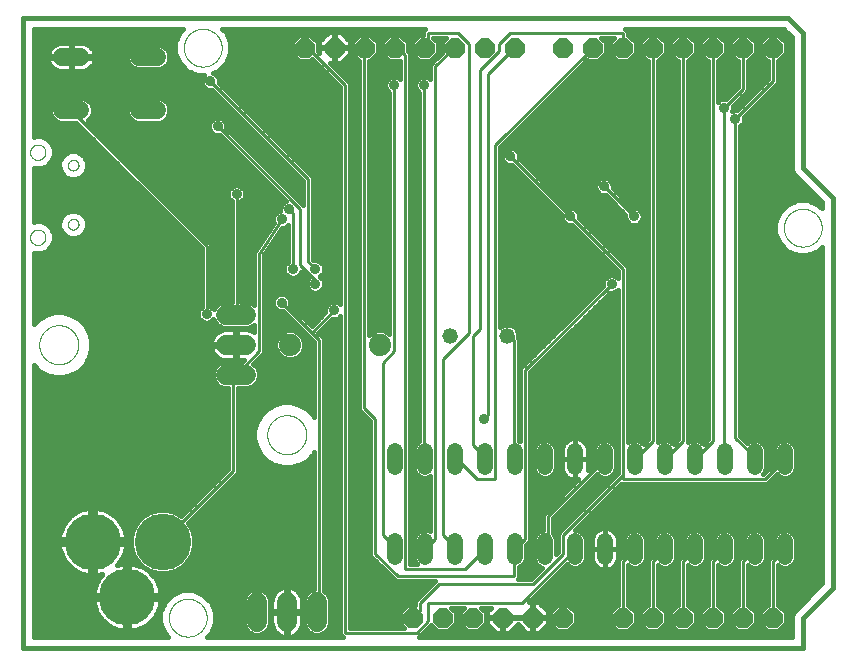
<source format=gbl>
G75*
%MOIN*%
%OFA0B0*%
%FSLAX25Y25*%
%IPPOS*%
%LPD*%
%AMOC8*
5,1,8,0,0,1.08239X$1,22.5*
%
%ADD10C,0.01600*%
%ADD11C,0.06600*%
%ADD12C,0.00000*%
%ADD13C,0.05200*%
%ADD14C,0.06000*%
%ADD15OC8,0.06600*%
%ADD16C,0.18898*%
%ADD17C,0.05200*%
%ADD18C,0.07400*%
%ADD19C,0.01000*%
%ADD20C,0.03600*%
%ADD21OC8,0.03962*%
D10*
X0027000Y0006800D02*
X0027000Y0216800D01*
X0282000Y0216800D01*
X0287000Y0211800D01*
X0287000Y0166800D01*
X0297000Y0156800D01*
X0297000Y0026800D01*
X0287000Y0016800D01*
X0287000Y0006800D01*
X0027000Y0006800D01*
X0030600Y0010400D02*
X0030600Y0100927D01*
X0032369Y0099158D01*
X0034831Y0097736D01*
X0037578Y0097000D01*
X0040422Y0097000D01*
X0043169Y0097736D01*
X0045631Y0099158D01*
X0047642Y0101169D01*
X0049064Y0103631D01*
X0049800Y0106378D01*
X0049800Y0109222D01*
X0049064Y0111969D01*
X0047642Y0114431D01*
X0045631Y0116442D01*
X0043169Y0117864D01*
X0040422Y0118600D01*
X0037578Y0118600D01*
X0034831Y0117864D01*
X0032369Y0116442D01*
X0030600Y0114673D01*
X0030600Y0138406D01*
X0030934Y0138268D01*
X0033066Y0138268D01*
X0035036Y0139084D01*
X0036543Y0140591D01*
X0037359Y0142561D01*
X0037359Y0144693D01*
X0036543Y0146662D01*
X0035036Y0148170D01*
X0033066Y0148986D01*
X0030934Y0148986D01*
X0030600Y0148847D01*
X0030600Y0166753D01*
X0030934Y0166614D01*
X0033066Y0166614D01*
X0035036Y0167430D01*
X0036543Y0168938D01*
X0037359Y0170907D01*
X0037359Y0173039D01*
X0036543Y0175009D01*
X0035036Y0176516D01*
X0033066Y0177332D01*
X0030934Y0177332D01*
X0030600Y0177194D01*
X0030600Y0213200D01*
X0080532Y0213200D01*
X0079286Y0211954D01*
X0077901Y0208610D01*
X0077901Y0204990D01*
X0079286Y0201646D01*
X0081846Y0199086D01*
X0085190Y0197701D01*
X0087550Y0197701D01*
X0087041Y0197193D01*
X0086600Y0196127D01*
X0086600Y0194973D01*
X0087041Y0193907D01*
X0087857Y0193091D01*
X0088923Y0192650D01*
X0090077Y0192650D01*
X0090120Y0192668D01*
X0120400Y0162387D01*
X0120400Y0154413D01*
X0120163Y0154650D01*
X0094882Y0179930D01*
X0094900Y0179973D01*
X0094900Y0181127D01*
X0094458Y0182193D01*
X0093643Y0183008D01*
X0092577Y0183450D01*
X0091423Y0183450D01*
X0090357Y0183008D01*
X0089541Y0182193D01*
X0089100Y0181127D01*
X0089100Y0179973D01*
X0089541Y0178907D01*
X0090357Y0178091D01*
X0091423Y0177650D01*
X0092577Y0177650D01*
X0092620Y0177668D01*
X0114582Y0155705D01*
X0114107Y0155508D01*
X0113291Y0154693D01*
X0112850Y0153627D01*
X0112850Y0152473D01*
X0112860Y0152450D01*
X0112673Y0152450D01*
X0111607Y0152008D01*
X0110791Y0151193D01*
X0110350Y0150127D01*
X0110350Y0148973D01*
X0110588Y0148398D01*
X0104501Y0139064D01*
X0104150Y0138713D01*
X0104150Y0138526D01*
X0104048Y0138369D01*
X0104150Y0137883D01*
X0104150Y0121173D01*
X0103792Y0121530D01*
X0102175Y0122200D01*
X0099850Y0122200D01*
X0099850Y0155574D01*
X0099893Y0155591D01*
X0100708Y0156407D01*
X0101150Y0157473D01*
X0101150Y0158627D01*
X0100708Y0159693D01*
X0099893Y0160508D01*
X0098827Y0160950D01*
X0097673Y0160950D01*
X0096607Y0160508D01*
X0095791Y0159693D01*
X0095350Y0158627D01*
X0095350Y0157473D01*
X0095791Y0156407D01*
X0096607Y0155591D01*
X0096650Y0155574D01*
X0096650Y0122200D01*
X0093825Y0122200D01*
X0092208Y0121530D01*
X0090970Y0120292D01*
X0090715Y0119677D01*
X0090708Y0119693D01*
X0089893Y0120508D01*
X0089850Y0120526D01*
X0089850Y0141213D01*
X0088913Y0142150D01*
X0048580Y0182482D01*
X0049676Y0183578D01*
X0050300Y0185084D01*
X0050300Y0186716D01*
X0049676Y0188222D01*
X0048522Y0189376D01*
X0047016Y0190000D01*
X0039384Y0190000D01*
X0037878Y0189376D01*
X0036724Y0188222D01*
X0036100Y0186716D01*
X0036100Y0185084D01*
X0036724Y0183578D01*
X0037878Y0182424D01*
X0039384Y0181800D01*
X0044737Y0181800D01*
X0086650Y0139887D01*
X0086650Y0120526D01*
X0086607Y0120508D01*
X0085791Y0119693D01*
X0085350Y0118627D01*
X0085350Y0117473D01*
X0085791Y0116407D01*
X0086607Y0115591D01*
X0087673Y0115150D01*
X0088827Y0115150D01*
X0089893Y0115591D01*
X0090571Y0116270D01*
X0090970Y0115308D01*
X0092208Y0114070D01*
X0093825Y0113400D01*
X0102175Y0113400D01*
X0103792Y0114070D01*
X0104150Y0114427D01*
X0104150Y0112033D01*
X0103973Y0112162D01*
X0103258Y0112526D01*
X0102494Y0112774D01*
X0101701Y0112900D01*
X0098300Y0112900D01*
X0098300Y0108100D01*
X0097700Y0108100D01*
X0097700Y0112900D01*
X0094299Y0112900D01*
X0093506Y0112774D01*
X0092742Y0112526D01*
X0092027Y0112162D01*
X0091378Y0111690D01*
X0090810Y0111122D01*
X0090338Y0110473D01*
X0089974Y0109758D01*
X0089726Y0108994D01*
X0089600Y0108201D01*
X0089600Y0108100D01*
X0097700Y0108100D01*
X0097700Y0107500D01*
X0098300Y0107500D01*
X0098300Y0102700D01*
X0100637Y0102700D01*
X0100137Y0102200D01*
X0093825Y0102200D01*
X0092208Y0101530D01*
X0090970Y0100292D01*
X0090300Y0098675D01*
X0090300Y0096925D01*
X0090970Y0095308D01*
X0092208Y0094070D01*
X0093825Y0093400D01*
X0095400Y0093400D01*
X0095400Y0066213D01*
X0079906Y0050719D01*
X0077646Y0052024D01*
X0074964Y0052743D01*
X0072186Y0052743D01*
X0069503Y0052024D01*
X0067098Y0050635D01*
X0065134Y0048671D01*
X0063745Y0046265D01*
X0063026Y0043582D01*
X0063026Y0040805D01*
X0063745Y0038122D01*
X0065134Y0035717D01*
X0067098Y0033753D01*
X0069503Y0032364D01*
X0072186Y0031645D01*
X0074964Y0031645D01*
X0077646Y0032364D01*
X0080052Y0033753D01*
X0082016Y0035717D01*
X0083405Y0038122D01*
X0084124Y0040805D01*
X0084124Y0043582D01*
X0083405Y0046265D01*
X0082150Y0048438D01*
X0097663Y0063950D01*
X0098600Y0064887D01*
X0098600Y0093400D01*
X0102175Y0093400D01*
X0103792Y0094070D01*
X0105030Y0095308D01*
X0105700Y0096925D01*
X0105700Y0098675D01*
X0105030Y0100292D01*
X0103893Y0101430D01*
X0107350Y0104887D01*
X0107350Y0137574D01*
X0113269Y0146650D01*
X0113827Y0146650D01*
X0114893Y0147091D01*
X0115400Y0147599D01*
X0115400Y0135526D01*
X0115357Y0135508D01*
X0114541Y0134693D01*
X0114100Y0133627D01*
X0114100Y0132473D01*
X0114541Y0131407D01*
X0115357Y0130591D01*
X0116423Y0130150D01*
X0117577Y0130150D01*
X0118643Y0130591D01*
X0119458Y0131407D01*
X0119655Y0131882D01*
X0121984Y0129553D01*
X0121600Y0128627D01*
X0121600Y0127473D01*
X0122041Y0126407D01*
X0122857Y0125591D01*
X0123923Y0125150D01*
X0125077Y0125150D01*
X0126143Y0125591D01*
X0126958Y0126407D01*
X0127400Y0127473D01*
X0127400Y0128627D01*
X0126958Y0129693D01*
X0126143Y0130508D01*
X0126042Y0130550D01*
X0126143Y0130591D01*
X0126958Y0131407D01*
X0127400Y0132473D01*
X0127400Y0133627D01*
X0126958Y0134693D01*
X0126143Y0135508D01*
X0125077Y0135950D01*
X0123923Y0135950D01*
X0123880Y0135932D01*
X0123600Y0136213D01*
X0123600Y0163713D01*
X0122663Y0164650D01*
X0092382Y0194930D01*
X0092400Y0194973D01*
X0092400Y0196127D01*
X0091958Y0197193D01*
X0091143Y0198008D01*
X0090348Y0198338D01*
X0092154Y0199086D01*
X0094714Y0201646D01*
X0096099Y0204990D01*
X0096099Y0208610D01*
X0094714Y0211954D01*
X0093468Y0213200D01*
X0161137Y0213200D01*
X0160400Y0212463D01*
X0160400Y0211200D01*
X0159177Y0211200D01*
X0156600Y0208623D01*
X0156600Y0204977D01*
X0159177Y0202400D01*
X0162823Y0202400D01*
X0165400Y0204977D01*
X0165400Y0208623D01*
X0163823Y0210200D01*
X0168177Y0210200D01*
X0166600Y0208623D01*
X0166600Y0204977D01*
X0166632Y0204945D01*
X0162900Y0201213D01*
X0162900Y0196251D01*
X0162393Y0196758D01*
X0161327Y0197200D01*
X0160173Y0197200D01*
X0159107Y0196758D01*
X0158291Y0195943D01*
X0157850Y0194877D01*
X0157850Y0193723D01*
X0158291Y0192657D01*
X0159107Y0191841D01*
X0159150Y0191824D01*
X0159150Y0075639D01*
X0158904Y0075537D01*
X0157863Y0074496D01*
X0157300Y0073136D01*
X0157300Y0066464D01*
X0157863Y0065104D01*
X0158904Y0064063D01*
X0160264Y0063500D01*
X0161736Y0063500D01*
X0162900Y0063982D01*
X0162900Y0045618D01*
X0161736Y0046100D01*
X0160264Y0046100D01*
X0158904Y0045537D01*
X0157863Y0044496D01*
X0157300Y0043136D01*
X0157300Y0036464D01*
X0157863Y0035104D01*
X0158317Y0034650D01*
X0156100Y0034650D01*
X0156100Y0204963D01*
X0155400Y0205663D01*
X0155400Y0208623D01*
X0152823Y0211200D01*
X0149177Y0211200D01*
X0146600Y0208623D01*
X0146600Y0204977D01*
X0149177Y0202400D01*
X0152823Y0202400D01*
X0152900Y0202477D01*
X0152900Y0196251D01*
X0152393Y0196758D01*
X0151327Y0197200D01*
X0150173Y0197200D01*
X0149107Y0196758D01*
X0148291Y0195943D01*
X0147850Y0194877D01*
X0147850Y0193723D01*
X0148291Y0192657D01*
X0149107Y0191841D01*
X0149150Y0191824D01*
X0149150Y0111438D01*
X0148719Y0111869D01*
X0146955Y0112600D01*
X0145045Y0112600D01*
X0143281Y0111869D01*
X0142350Y0110938D01*
X0142350Y0202400D01*
X0142823Y0202400D01*
X0145400Y0204977D01*
X0145400Y0208623D01*
X0142823Y0211200D01*
X0139177Y0211200D01*
X0136600Y0208623D01*
X0136600Y0204977D01*
X0139150Y0202427D01*
X0139150Y0086137D01*
X0142900Y0082387D01*
X0142900Y0037387D01*
X0150400Y0029887D01*
X0151337Y0028950D01*
X0164387Y0028950D01*
X0164150Y0028713D01*
X0157900Y0022463D01*
X0157900Y0021200D01*
X0155177Y0021200D01*
X0152600Y0018623D01*
X0152600Y0014977D01*
X0154177Y0013400D01*
X0136100Y0013400D01*
X0136100Y0194963D01*
X0129363Y0201700D01*
X0130816Y0201700D01*
X0130816Y0206616D01*
X0125900Y0206616D01*
X0125900Y0205163D01*
X0125400Y0205663D01*
X0125400Y0208623D01*
X0122823Y0211200D01*
X0119177Y0211200D01*
X0116600Y0208623D01*
X0116600Y0204977D01*
X0119177Y0202400D01*
X0122823Y0202400D01*
X0123480Y0203057D01*
X0132900Y0193637D01*
X0132900Y0121251D01*
X0132393Y0121758D01*
X0131327Y0122200D01*
X0130173Y0122200D01*
X0129107Y0121758D01*
X0128291Y0120943D01*
X0127850Y0119877D01*
X0127850Y0118723D01*
X0127868Y0118680D01*
X0123250Y0114063D01*
X0116132Y0121180D01*
X0116150Y0121223D01*
X0116150Y0122377D01*
X0115708Y0123443D01*
X0114893Y0124258D01*
X0113827Y0124700D01*
X0112673Y0124700D01*
X0111607Y0124258D01*
X0110791Y0123443D01*
X0110350Y0122377D01*
X0110350Y0121223D01*
X0110791Y0120157D01*
X0111607Y0119341D01*
X0112673Y0118900D01*
X0113827Y0118900D01*
X0113870Y0118918D01*
X0121650Y0111137D01*
X0122587Y0110200D01*
X0124150Y0108637D01*
X0124150Y0083552D01*
X0123642Y0084431D01*
X0121631Y0086442D01*
X0119169Y0087864D01*
X0116422Y0088600D01*
X0113578Y0088600D01*
X0110831Y0087864D01*
X0108369Y0086442D01*
X0106358Y0084431D01*
X0104936Y0081969D01*
X0104200Y0079222D01*
X0104200Y0076378D01*
X0104936Y0073631D01*
X0106358Y0071169D01*
X0108369Y0069158D01*
X0110831Y0067736D01*
X0113578Y0067000D01*
X0116422Y0067000D01*
X0119169Y0067736D01*
X0121631Y0069158D01*
X0123642Y0071169D01*
X0124150Y0072048D01*
X0124150Y0026500D01*
X0124125Y0026500D01*
X0122508Y0025830D01*
X0121270Y0024592D01*
X0120600Y0022975D01*
X0120600Y0014625D01*
X0121270Y0013008D01*
X0122508Y0011770D01*
X0124125Y0011100D01*
X0125875Y0011100D01*
X0127492Y0011770D01*
X0128730Y0013008D01*
X0129400Y0014625D01*
X0129400Y0022975D01*
X0128730Y0024592D01*
X0127492Y0025830D01*
X0127350Y0025889D01*
X0127350Y0109963D01*
X0126413Y0110900D01*
X0125513Y0111800D01*
X0130130Y0116418D01*
X0130173Y0116400D01*
X0131327Y0116400D01*
X0132393Y0116841D01*
X0132900Y0117349D01*
X0132900Y0011137D01*
X0133637Y0010400D01*
X0088468Y0010400D01*
X0089714Y0011646D01*
X0091099Y0014990D01*
X0091099Y0018610D01*
X0089714Y0021954D01*
X0087154Y0024514D01*
X0083810Y0025899D01*
X0080190Y0025899D01*
X0076846Y0024514D01*
X0074286Y0021954D01*
X0072901Y0018610D01*
X0072901Y0014990D01*
X0074286Y0011646D01*
X0075532Y0010400D01*
X0030600Y0010400D01*
X0030600Y0011596D02*
X0074336Y0011596D01*
X0073645Y0013194D02*
X0065827Y0013194D01*
X0066075Y0013281D02*
X0067214Y0013829D01*
X0068283Y0014501D01*
X0069271Y0015289D01*
X0070165Y0016182D01*
X0070952Y0017170D01*
X0071625Y0018240D01*
X0072173Y0019378D01*
X0072590Y0020571D01*
X0072871Y0021803D01*
X0072994Y0022890D01*
X0062564Y0022890D01*
X0062564Y0024490D01*
X0060964Y0024490D01*
X0060964Y0034920D01*
X0059877Y0034797D01*
X0058645Y0034516D01*
X0058540Y0034479D01*
X0058747Y0034686D01*
X0059535Y0035674D01*
X0060207Y0036744D01*
X0060755Y0037882D01*
X0061173Y0039075D01*
X0061454Y0040306D01*
X0061576Y0041394D01*
X0051147Y0041394D01*
X0051147Y0042994D01*
X0061576Y0042994D01*
X0061454Y0044081D01*
X0061173Y0045313D01*
X0060755Y0046505D01*
X0060207Y0047644D01*
X0059535Y0048713D01*
X0058747Y0049701D01*
X0057854Y0050595D01*
X0056866Y0051382D01*
X0055796Y0052054D01*
X0054658Y0052603D01*
X0053465Y0053020D01*
X0052234Y0053301D01*
X0051146Y0053424D01*
X0051146Y0042994D01*
X0049546Y0042994D01*
X0049546Y0041394D01*
X0039117Y0041394D01*
X0039239Y0040306D01*
X0039520Y0039075D01*
X0039938Y0037882D01*
X0040486Y0036744D01*
X0041158Y0035674D01*
X0041946Y0034686D01*
X0042839Y0033793D01*
X0043827Y0033005D01*
X0044897Y0032333D01*
X0046035Y0031785D01*
X0047227Y0031367D01*
X0048459Y0031086D01*
X0049546Y0030964D01*
X0049546Y0041394D01*
X0051146Y0041394D01*
X0051146Y0030964D01*
X0052234Y0031086D01*
X0053465Y0031367D01*
X0053570Y0031404D01*
X0053363Y0031197D01*
X0052575Y0030209D01*
X0051903Y0029140D01*
X0051355Y0028001D01*
X0050938Y0026809D01*
X0050656Y0025577D01*
X0050534Y0024490D01*
X0060964Y0024490D01*
X0060964Y0022890D01*
X0050534Y0022890D01*
X0050656Y0021803D01*
X0050938Y0020571D01*
X0051355Y0019378D01*
X0051903Y0018240D01*
X0052575Y0017170D01*
X0053363Y0016182D01*
X0054256Y0015289D01*
X0055244Y0014501D01*
X0056314Y0013829D01*
X0057452Y0013281D01*
X0058645Y0012864D01*
X0059877Y0012582D01*
X0060964Y0012460D01*
X0060964Y0022890D01*
X0062564Y0022890D01*
X0062564Y0012460D01*
X0063651Y0012582D01*
X0064883Y0012864D01*
X0066075Y0013281D01*
X0068649Y0014793D02*
X0072983Y0014793D01*
X0072901Y0016391D02*
X0070331Y0016391D01*
X0071467Y0017990D02*
X0072901Y0017990D01*
X0073306Y0019588D02*
X0072246Y0019588D01*
X0072731Y0021187D02*
X0073968Y0021187D01*
X0072982Y0022785D02*
X0075117Y0022785D01*
X0076715Y0024384D02*
X0062564Y0024384D01*
X0062564Y0024490D02*
X0072994Y0024490D01*
X0072871Y0025577D01*
X0072590Y0026809D01*
X0072173Y0028001D01*
X0071625Y0029140D01*
X0070952Y0030209D01*
X0070165Y0031197D01*
X0069271Y0032091D01*
X0068283Y0032878D01*
X0067214Y0033550D01*
X0066075Y0034099D01*
X0064883Y0034516D01*
X0063651Y0034797D01*
X0062564Y0034920D01*
X0062564Y0024490D01*
X0062564Y0025982D02*
X0060964Y0025982D01*
X0060964Y0024384D02*
X0030600Y0024384D01*
X0030600Y0025982D02*
X0050749Y0025982D01*
X0051208Y0027581D02*
X0030600Y0027581D01*
X0030600Y0029179D02*
X0051928Y0029179D01*
X0053028Y0030778D02*
X0030600Y0030778D01*
X0030600Y0032376D02*
X0044828Y0032376D01*
X0042657Y0033975D02*
X0030600Y0033975D01*
X0030600Y0035573D02*
X0041238Y0035573D01*
X0040280Y0037172D02*
X0030600Y0037172D01*
X0030600Y0038770D02*
X0039627Y0038770D01*
X0039232Y0040369D02*
X0030600Y0040369D01*
X0030600Y0041967D02*
X0049546Y0041967D01*
X0049546Y0042994D02*
X0039117Y0042994D01*
X0039239Y0044081D01*
X0039520Y0045313D01*
X0039938Y0046505D01*
X0040486Y0047644D01*
X0041158Y0048713D01*
X0041946Y0049701D01*
X0042839Y0050595D01*
X0043827Y0051382D01*
X0044897Y0052054D01*
X0046035Y0052603D01*
X0047227Y0053020D01*
X0048459Y0053301D01*
X0049546Y0053424D01*
X0049546Y0042994D01*
X0049546Y0043566D02*
X0051146Y0043566D01*
X0051146Y0045164D02*
X0049546Y0045164D01*
X0049546Y0046763D02*
X0051146Y0046763D01*
X0051146Y0048361D02*
X0049546Y0048361D01*
X0049546Y0049960D02*
X0051146Y0049960D01*
X0051146Y0051558D02*
X0049546Y0051558D01*
X0049546Y0053157D02*
X0051146Y0053157D01*
X0052866Y0053157D02*
X0082344Y0053157D01*
X0083943Y0054755D02*
X0030600Y0054755D01*
X0030600Y0053157D02*
X0047827Y0053157D01*
X0044107Y0051558D02*
X0030600Y0051558D01*
X0030600Y0049960D02*
X0042204Y0049960D01*
X0040937Y0048361D02*
X0030600Y0048361D01*
X0030600Y0046763D02*
X0040062Y0046763D01*
X0039486Y0045164D02*
X0030600Y0045164D01*
X0030600Y0043566D02*
X0039181Y0043566D01*
X0049546Y0040369D02*
X0051146Y0040369D01*
X0051147Y0041967D02*
X0063026Y0041967D01*
X0063026Y0043566D02*
X0061512Y0043566D01*
X0061207Y0045164D02*
X0063450Y0045164D01*
X0064032Y0046763D02*
X0060631Y0046763D01*
X0059756Y0048361D02*
X0064955Y0048361D01*
X0066423Y0049960D02*
X0058489Y0049960D01*
X0056586Y0051558D02*
X0068697Y0051558D01*
X0078452Y0051558D02*
X0080746Y0051558D01*
X0083673Y0049960D02*
X0124150Y0049960D01*
X0124150Y0051558D02*
X0085271Y0051558D01*
X0086870Y0053157D02*
X0124150Y0053157D01*
X0124150Y0054755D02*
X0088468Y0054755D01*
X0090067Y0056354D02*
X0124150Y0056354D01*
X0124150Y0057952D02*
X0091665Y0057952D01*
X0093264Y0059551D02*
X0124150Y0059551D01*
X0124150Y0061149D02*
X0094862Y0061149D01*
X0096461Y0062748D02*
X0124150Y0062748D01*
X0124150Y0064346D02*
X0098059Y0064346D01*
X0098600Y0065945D02*
X0124150Y0065945D01*
X0124150Y0067543D02*
X0118450Y0067543D01*
X0121604Y0069142D02*
X0124150Y0069142D01*
X0124150Y0070740D02*
X0123214Y0070740D01*
X0127350Y0070740D02*
X0132900Y0070740D01*
X0132900Y0069142D02*
X0127350Y0069142D01*
X0127350Y0067543D02*
X0132900Y0067543D01*
X0132900Y0065945D02*
X0127350Y0065945D01*
X0127350Y0064346D02*
X0132900Y0064346D01*
X0132900Y0062748D02*
X0127350Y0062748D01*
X0127350Y0061149D02*
X0132900Y0061149D01*
X0132900Y0059551D02*
X0127350Y0059551D01*
X0127350Y0057952D02*
X0132900Y0057952D01*
X0132900Y0056354D02*
X0127350Y0056354D01*
X0127350Y0054755D02*
X0132900Y0054755D01*
X0132900Y0053157D02*
X0127350Y0053157D01*
X0127350Y0051558D02*
X0132900Y0051558D01*
X0132900Y0049960D02*
X0127350Y0049960D01*
X0127350Y0048361D02*
X0132900Y0048361D01*
X0132900Y0046763D02*
X0127350Y0046763D01*
X0127350Y0045164D02*
X0132900Y0045164D01*
X0132900Y0043566D02*
X0127350Y0043566D01*
X0127350Y0041967D02*
X0132900Y0041967D01*
X0132900Y0040369D02*
X0127350Y0040369D01*
X0127350Y0038770D02*
X0132900Y0038770D01*
X0132900Y0037172D02*
X0127350Y0037172D01*
X0127350Y0035573D02*
X0132900Y0035573D01*
X0132900Y0033975D02*
X0127350Y0033975D01*
X0127350Y0032376D02*
X0132900Y0032376D01*
X0132900Y0030778D02*
X0127350Y0030778D01*
X0127350Y0029179D02*
X0132900Y0029179D01*
X0132900Y0027581D02*
X0127350Y0027581D01*
X0127350Y0025982D02*
X0132900Y0025982D01*
X0132900Y0024384D02*
X0128817Y0024384D01*
X0129400Y0022785D02*
X0132900Y0022785D01*
X0132900Y0021187D02*
X0129400Y0021187D01*
X0129400Y0019588D02*
X0132900Y0019588D01*
X0132900Y0017990D02*
X0129400Y0017990D01*
X0129400Y0016391D02*
X0132900Y0016391D01*
X0132900Y0014793D02*
X0129400Y0014793D01*
X0128807Y0013194D02*
X0132900Y0013194D01*
X0132900Y0011596D02*
X0127072Y0011596D01*
X0122928Y0011596D02*
X0118303Y0011596D01*
X0118322Y0011610D02*
X0118890Y0012178D01*
X0119362Y0012827D01*
X0119726Y0013542D01*
X0119974Y0014306D01*
X0120100Y0015099D01*
X0120100Y0018500D01*
X0115300Y0018500D01*
X0115300Y0019100D01*
X0120100Y0019100D01*
X0120100Y0022501D01*
X0119974Y0023294D01*
X0119726Y0024058D01*
X0119362Y0024773D01*
X0118890Y0025422D01*
X0118322Y0025990D01*
X0117673Y0026462D01*
X0116958Y0026826D01*
X0116194Y0027074D01*
X0115401Y0027200D01*
X0115300Y0027200D01*
X0115300Y0019100D01*
X0114700Y0019100D01*
X0114700Y0027200D01*
X0114599Y0027200D01*
X0113806Y0027074D01*
X0113042Y0026826D01*
X0112327Y0026462D01*
X0111678Y0025990D01*
X0111110Y0025422D01*
X0110638Y0024773D01*
X0110274Y0024058D01*
X0110026Y0023294D01*
X0109900Y0022501D01*
X0109900Y0019100D01*
X0114700Y0019100D01*
X0114700Y0018500D01*
X0115300Y0018500D01*
X0115300Y0010400D01*
X0115401Y0010400D01*
X0116194Y0010526D01*
X0116958Y0010774D01*
X0117673Y0011138D01*
X0118322Y0011610D01*
X0119549Y0013194D02*
X0121193Y0013194D01*
X0120600Y0014793D02*
X0120052Y0014793D01*
X0120100Y0016391D02*
X0120600Y0016391D01*
X0120600Y0017990D02*
X0120100Y0017990D01*
X0120100Y0019588D02*
X0120600Y0019588D01*
X0120600Y0021187D02*
X0120100Y0021187D01*
X0120055Y0022785D02*
X0120600Y0022785D01*
X0121183Y0024384D02*
X0119560Y0024384D01*
X0118330Y0025982D02*
X0122875Y0025982D01*
X0124150Y0027581D02*
X0072320Y0027581D01*
X0072779Y0025982D02*
X0102875Y0025982D01*
X0102508Y0025830D02*
X0101270Y0024592D01*
X0100600Y0022975D01*
X0100600Y0014625D01*
X0101270Y0013008D01*
X0102508Y0011770D01*
X0104125Y0011100D01*
X0105875Y0011100D01*
X0107492Y0011770D01*
X0108730Y0013008D01*
X0109400Y0014625D01*
X0109400Y0022975D01*
X0108730Y0024592D01*
X0107492Y0025830D01*
X0105875Y0026500D01*
X0104125Y0026500D01*
X0102508Y0025830D01*
X0101183Y0024384D02*
X0087285Y0024384D01*
X0088883Y0022785D02*
X0100600Y0022785D01*
X0100600Y0021187D02*
X0090032Y0021187D01*
X0090694Y0019588D02*
X0100600Y0019588D01*
X0100600Y0017990D02*
X0091099Y0017990D01*
X0091099Y0016391D02*
X0100600Y0016391D01*
X0100600Y0014793D02*
X0091017Y0014793D01*
X0090355Y0013194D02*
X0101193Y0013194D01*
X0102928Y0011596D02*
X0089664Y0011596D01*
X0107072Y0011596D02*
X0111697Y0011596D01*
X0111678Y0011610D02*
X0112327Y0011138D01*
X0113042Y0010774D01*
X0113806Y0010526D01*
X0114599Y0010400D01*
X0114700Y0010400D01*
X0114700Y0018500D01*
X0109900Y0018500D01*
X0109900Y0015099D01*
X0110026Y0014306D01*
X0110274Y0013542D01*
X0110638Y0012827D01*
X0111110Y0012178D01*
X0111678Y0011610D01*
X0110451Y0013194D02*
X0108807Y0013194D01*
X0109400Y0014793D02*
X0109948Y0014793D01*
X0109900Y0016391D02*
X0109400Y0016391D01*
X0109400Y0017990D02*
X0109900Y0017990D01*
X0109900Y0019588D02*
X0109400Y0019588D01*
X0109400Y0021187D02*
X0109900Y0021187D01*
X0109945Y0022785D02*
X0109400Y0022785D01*
X0108817Y0024384D02*
X0110440Y0024384D01*
X0111670Y0025982D02*
X0107125Y0025982D01*
X0114700Y0025982D02*
X0115300Y0025982D01*
X0115300Y0024384D02*
X0114700Y0024384D01*
X0114700Y0022785D02*
X0115300Y0022785D01*
X0115300Y0021187D02*
X0114700Y0021187D01*
X0114700Y0019588D02*
X0115300Y0019588D01*
X0115300Y0017990D02*
X0114700Y0017990D01*
X0114700Y0016391D02*
X0115300Y0016391D01*
X0115300Y0014793D02*
X0114700Y0014793D01*
X0114700Y0013194D02*
X0115300Y0013194D01*
X0115300Y0011596D02*
X0114700Y0011596D01*
X0136100Y0014793D02*
X0152785Y0014793D01*
X0152600Y0016391D02*
X0136100Y0016391D01*
X0136100Y0017990D02*
X0152600Y0017990D01*
X0153566Y0019588D02*
X0136100Y0019588D01*
X0136100Y0021187D02*
X0155164Y0021187D01*
X0158222Y0022785D02*
X0136100Y0022785D01*
X0136100Y0024384D02*
X0159821Y0024384D01*
X0161419Y0025982D02*
X0136100Y0025982D01*
X0136100Y0027581D02*
X0163018Y0027581D01*
X0157669Y0035573D02*
X0156100Y0035573D01*
X0156100Y0037172D02*
X0157300Y0037172D01*
X0157300Y0038770D02*
X0156100Y0038770D01*
X0156100Y0040369D02*
X0157300Y0040369D01*
X0157300Y0041967D02*
X0156100Y0041967D01*
X0156100Y0043566D02*
X0157478Y0043566D01*
X0158532Y0045164D02*
X0156100Y0045164D01*
X0156100Y0046763D02*
X0162900Y0046763D01*
X0162900Y0048361D02*
X0156100Y0048361D01*
X0156100Y0049960D02*
X0162900Y0049960D01*
X0162900Y0051558D02*
X0156100Y0051558D01*
X0156100Y0053157D02*
X0162900Y0053157D01*
X0162900Y0054755D02*
X0156100Y0054755D01*
X0156100Y0056354D02*
X0162900Y0056354D01*
X0162900Y0057952D02*
X0156100Y0057952D01*
X0156100Y0059551D02*
X0162900Y0059551D01*
X0162900Y0061149D02*
X0156100Y0061149D01*
X0156100Y0062748D02*
X0162900Y0062748D01*
X0158621Y0064346D02*
X0156100Y0064346D01*
X0156100Y0065945D02*
X0157515Y0065945D01*
X0157300Y0067543D02*
X0156100Y0067543D01*
X0156100Y0069142D02*
X0157300Y0069142D01*
X0157300Y0070740D02*
X0156100Y0070740D01*
X0156100Y0072339D02*
X0157300Y0072339D01*
X0157632Y0073937D02*
X0156100Y0073937D01*
X0156100Y0075536D02*
X0158903Y0075536D01*
X0159150Y0077134D02*
X0156100Y0077134D01*
X0156100Y0078733D02*
X0159150Y0078733D01*
X0159150Y0080332D02*
X0156100Y0080332D01*
X0156100Y0081930D02*
X0159150Y0081930D01*
X0159150Y0083529D02*
X0156100Y0083529D01*
X0156100Y0085127D02*
X0159150Y0085127D01*
X0159150Y0086726D02*
X0156100Y0086726D01*
X0156100Y0088324D02*
X0159150Y0088324D01*
X0159150Y0089923D02*
X0156100Y0089923D01*
X0156100Y0091521D02*
X0159150Y0091521D01*
X0159150Y0093120D02*
X0156100Y0093120D01*
X0156100Y0094718D02*
X0159150Y0094718D01*
X0159150Y0096317D02*
X0156100Y0096317D01*
X0156100Y0097915D02*
X0159150Y0097915D01*
X0159150Y0099514D02*
X0156100Y0099514D01*
X0156100Y0101112D02*
X0159150Y0101112D01*
X0159150Y0102711D02*
X0156100Y0102711D01*
X0156100Y0104309D02*
X0159150Y0104309D01*
X0159150Y0105908D02*
X0156100Y0105908D01*
X0156100Y0107506D02*
X0159150Y0107506D01*
X0159150Y0109105D02*
X0156100Y0109105D01*
X0156100Y0110703D02*
X0159150Y0110703D01*
X0159150Y0112302D02*
X0156100Y0112302D01*
X0156100Y0113900D02*
X0159150Y0113900D01*
X0159150Y0115499D02*
X0156100Y0115499D01*
X0156100Y0117097D02*
X0159150Y0117097D01*
X0159150Y0118696D02*
X0156100Y0118696D01*
X0156100Y0120294D02*
X0159150Y0120294D01*
X0159150Y0121893D02*
X0156100Y0121893D01*
X0156100Y0123491D02*
X0159150Y0123491D01*
X0159150Y0125090D02*
X0156100Y0125090D01*
X0156100Y0126688D02*
X0159150Y0126688D01*
X0159150Y0128287D02*
X0156100Y0128287D01*
X0156100Y0129885D02*
X0159150Y0129885D01*
X0159150Y0131484D02*
X0156100Y0131484D01*
X0156100Y0133082D02*
X0159150Y0133082D01*
X0159150Y0134681D02*
X0156100Y0134681D01*
X0156100Y0136279D02*
X0159150Y0136279D01*
X0159150Y0137878D02*
X0156100Y0137878D01*
X0156100Y0139476D02*
X0159150Y0139476D01*
X0159150Y0141075D02*
X0156100Y0141075D01*
X0156100Y0142673D02*
X0159150Y0142673D01*
X0159150Y0144272D02*
X0156100Y0144272D01*
X0156100Y0145870D02*
X0159150Y0145870D01*
X0159150Y0147469D02*
X0156100Y0147469D01*
X0156100Y0149068D02*
X0159150Y0149068D01*
X0159150Y0150666D02*
X0156100Y0150666D01*
X0156100Y0152265D02*
X0159150Y0152265D01*
X0159150Y0153863D02*
X0156100Y0153863D01*
X0156100Y0155462D02*
X0159150Y0155462D01*
X0159150Y0157060D02*
X0156100Y0157060D01*
X0156100Y0158659D02*
X0159150Y0158659D01*
X0159150Y0160257D02*
X0156100Y0160257D01*
X0156100Y0161856D02*
X0159150Y0161856D01*
X0159150Y0163454D02*
X0156100Y0163454D01*
X0156100Y0165053D02*
X0159150Y0165053D01*
X0159150Y0166651D02*
X0156100Y0166651D01*
X0156100Y0168250D02*
X0159150Y0168250D01*
X0159150Y0169848D02*
X0156100Y0169848D01*
X0156100Y0171447D02*
X0159150Y0171447D01*
X0159150Y0173045D02*
X0156100Y0173045D01*
X0156100Y0174644D02*
X0159150Y0174644D01*
X0159150Y0176242D02*
X0156100Y0176242D01*
X0156100Y0177841D02*
X0159150Y0177841D01*
X0159150Y0179439D02*
X0156100Y0179439D01*
X0156100Y0181038D02*
X0159150Y0181038D01*
X0159150Y0182636D02*
X0156100Y0182636D01*
X0156100Y0184235D02*
X0159150Y0184235D01*
X0159150Y0185833D02*
X0156100Y0185833D01*
X0156100Y0187432D02*
X0159150Y0187432D01*
X0159150Y0189030D02*
X0156100Y0189030D01*
X0156100Y0190629D02*
X0159150Y0190629D01*
X0158721Y0192227D02*
X0156100Y0192227D01*
X0156100Y0193826D02*
X0157850Y0193826D01*
X0158077Y0195424D02*
X0156100Y0195424D01*
X0156100Y0197023D02*
X0159745Y0197023D01*
X0161755Y0197023D02*
X0162900Y0197023D01*
X0162900Y0198621D02*
X0156100Y0198621D01*
X0156100Y0200220D02*
X0162900Y0200220D01*
X0163506Y0201818D02*
X0156100Y0201818D01*
X0156100Y0203417D02*
X0158161Y0203417D01*
X0156600Y0205015D02*
X0156047Y0205015D01*
X0156600Y0206614D02*
X0155400Y0206614D01*
X0155400Y0208212D02*
X0156600Y0208212D01*
X0157788Y0209811D02*
X0154212Y0209811D01*
X0160400Y0211409D02*
X0133603Y0211409D01*
X0133112Y0211900D02*
X0131184Y0211900D01*
X0131184Y0206984D01*
X0130816Y0206984D01*
X0130816Y0206616D01*
X0131184Y0206616D01*
X0131184Y0201700D01*
X0133112Y0201700D01*
X0136100Y0204688D01*
X0136100Y0206616D01*
X0131184Y0206616D01*
X0131184Y0206984D01*
X0136100Y0206984D01*
X0136100Y0208912D01*
X0133112Y0211900D01*
X0131184Y0211409D02*
X0130816Y0211409D01*
X0130816Y0211900D02*
X0128888Y0211900D01*
X0125900Y0208912D01*
X0125900Y0206984D01*
X0130816Y0206984D01*
X0130816Y0211900D01*
X0130816Y0209811D02*
X0131184Y0209811D01*
X0131184Y0208212D02*
X0130816Y0208212D01*
X0130816Y0206614D02*
X0131184Y0206614D01*
X0131184Y0205015D02*
X0130816Y0205015D01*
X0130816Y0203417D02*
X0131184Y0203417D01*
X0131184Y0201818D02*
X0130816Y0201818D01*
X0130843Y0200220D02*
X0139150Y0200220D01*
X0139150Y0201818D02*
X0133231Y0201818D01*
X0134829Y0203417D02*
X0138161Y0203417D01*
X0136600Y0205015D02*
X0136100Y0205015D01*
X0136100Y0206614D02*
X0136600Y0206614D01*
X0136600Y0208212D02*
X0136100Y0208212D01*
X0135202Y0209811D02*
X0137788Y0209811D01*
X0144212Y0209811D02*
X0147788Y0209811D01*
X0146600Y0208212D02*
X0145400Y0208212D01*
X0145400Y0206614D02*
X0146600Y0206614D01*
X0146600Y0205015D02*
X0145400Y0205015D01*
X0143839Y0203417D02*
X0148161Y0203417D01*
X0152900Y0201818D02*
X0142350Y0201818D01*
X0142350Y0200220D02*
X0152900Y0200220D01*
X0152900Y0198621D02*
X0142350Y0198621D01*
X0142350Y0197023D02*
X0149745Y0197023D01*
X0151755Y0197023D02*
X0152900Y0197023D01*
X0148077Y0195424D02*
X0142350Y0195424D01*
X0142350Y0193826D02*
X0147850Y0193826D01*
X0148721Y0192227D02*
X0142350Y0192227D01*
X0142350Y0190629D02*
X0149150Y0190629D01*
X0149150Y0189030D02*
X0142350Y0189030D01*
X0142350Y0187432D02*
X0149150Y0187432D01*
X0149150Y0185833D02*
X0142350Y0185833D01*
X0142350Y0184235D02*
X0149150Y0184235D01*
X0149150Y0182636D02*
X0142350Y0182636D01*
X0142350Y0181038D02*
X0149150Y0181038D01*
X0149150Y0179439D02*
X0142350Y0179439D01*
X0142350Y0177841D02*
X0149150Y0177841D01*
X0149150Y0176242D02*
X0142350Y0176242D01*
X0142350Y0174644D02*
X0149150Y0174644D01*
X0149150Y0173045D02*
X0142350Y0173045D01*
X0142350Y0171447D02*
X0149150Y0171447D01*
X0149150Y0169848D02*
X0142350Y0169848D01*
X0142350Y0168250D02*
X0149150Y0168250D01*
X0149150Y0166651D02*
X0142350Y0166651D01*
X0142350Y0165053D02*
X0149150Y0165053D01*
X0149150Y0163454D02*
X0142350Y0163454D01*
X0142350Y0161856D02*
X0149150Y0161856D01*
X0149150Y0160257D02*
X0142350Y0160257D01*
X0142350Y0158659D02*
X0149150Y0158659D01*
X0149150Y0157060D02*
X0142350Y0157060D01*
X0142350Y0155462D02*
X0149150Y0155462D01*
X0149150Y0153863D02*
X0142350Y0153863D01*
X0142350Y0152265D02*
X0149150Y0152265D01*
X0149150Y0150666D02*
X0142350Y0150666D01*
X0142350Y0149068D02*
X0149150Y0149068D01*
X0149150Y0147469D02*
X0142350Y0147469D01*
X0142350Y0145870D02*
X0149150Y0145870D01*
X0149150Y0144272D02*
X0142350Y0144272D01*
X0142350Y0142673D02*
X0149150Y0142673D01*
X0149150Y0141075D02*
X0142350Y0141075D01*
X0142350Y0139476D02*
X0149150Y0139476D01*
X0149150Y0137878D02*
X0142350Y0137878D01*
X0142350Y0136279D02*
X0149150Y0136279D01*
X0149150Y0134681D02*
X0142350Y0134681D01*
X0142350Y0133082D02*
X0149150Y0133082D01*
X0149150Y0131484D02*
X0142350Y0131484D01*
X0142350Y0129885D02*
X0149150Y0129885D01*
X0149150Y0128287D02*
X0142350Y0128287D01*
X0142350Y0126688D02*
X0149150Y0126688D01*
X0149150Y0125090D02*
X0142350Y0125090D01*
X0142350Y0123491D02*
X0149150Y0123491D01*
X0149150Y0121893D02*
X0142350Y0121893D01*
X0142350Y0120294D02*
X0149150Y0120294D01*
X0149150Y0118696D02*
X0142350Y0118696D01*
X0142350Y0117097D02*
X0149150Y0117097D01*
X0149150Y0115499D02*
X0142350Y0115499D01*
X0142350Y0113900D02*
X0149150Y0113900D01*
X0149150Y0112302D02*
X0147675Y0112302D01*
X0144325Y0112302D02*
X0142350Y0112302D01*
X0139150Y0112302D02*
X0136100Y0112302D01*
X0136100Y0113900D02*
X0139150Y0113900D01*
X0139150Y0115499D02*
X0136100Y0115499D01*
X0136100Y0117097D02*
X0139150Y0117097D01*
X0139150Y0118696D02*
X0136100Y0118696D01*
X0136100Y0120294D02*
X0139150Y0120294D01*
X0139150Y0121893D02*
X0136100Y0121893D01*
X0136100Y0123491D02*
X0139150Y0123491D01*
X0139150Y0125090D02*
X0136100Y0125090D01*
X0136100Y0126688D02*
X0139150Y0126688D01*
X0139150Y0128287D02*
X0136100Y0128287D01*
X0136100Y0129885D02*
X0139150Y0129885D01*
X0139150Y0131484D02*
X0136100Y0131484D01*
X0136100Y0133082D02*
X0139150Y0133082D01*
X0139150Y0134681D02*
X0136100Y0134681D01*
X0136100Y0136279D02*
X0139150Y0136279D01*
X0139150Y0137878D02*
X0136100Y0137878D01*
X0136100Y0139476D02*
X0139150Y0139476D01*
X0139150Y0141075D02*
X0136100Y0141075D01*
X0136100Y0142673D02*
X0139150Y0142673D01*
X0139150Y0144272D02*
X0136100Y0144272D01*
X0136100Y0145870D02*
X0139150Y0145870D01*
X0139150Y0147469D02*
X0136100Y0147469D01*
X0136100Y0149068D02*
X0139150Y0149068D01*
X0139150Y0150666D02*
X0136100Y0150666D01*
X0136100Y0152265D02*
X0139150Y0152265D01*
X0139150Y0153863D02*
X0136100Y0153863D01*
X0136100Y0155462D02*
X0139150Y0155462D01*
X0139150Y0157060D02*
X0136100Y0157060D01*
X0136100Y0158659D02*
X0139150Y0158659D01*
X0139150Y0160257D02*
X0136100Y0160257D01*
X0136100Y0161856D02*
X0139150Y0161856D01*
X0139150Y0163454D02*
X0136100Y0163454D01*
X0136100Y0165053D02*
X0139150Y0165053D01*
X0139150Y0166651D02*
X0136100Y0166651D01*
X0136100Y0168250D02*
X0139150Y0168250D01*
X0139150Y0169848D02*
X0136100Y0169848D01*
X0136100Y0171447D02*
X0139150Y0171447D01*
X0139150Y0173045D02*
X0136100Y0173045D01*
X0136100Y0174644D02*
X0139150Y0174644D01*
X0139150Y0176242D02*
X0136100Y0176242D01*
X0136100Y0177841D02*
X0139150Y0177841D01*
X0139150Y0179439D02*
X0136100Y0179439D01*
X0136100Y0181038D02*
X0139150Y0181038D01*
X0139150Y0182636D02*
X0136100Y0182636D01*
X0136100Y0184235D02*
X0139150Y0184235D01*
X0139150Y0185833D02*
X0136100Y0185833D01*
X0136100Y0187432D02*
X0139150Y0187432D01*
X0139150Y0189030D02*
X0136100Y0189030D01*
X0136100Y0190629D02*
X0139150Y0190629D01*
X0139150Y0192227D02*
X0136100Y0192227D01*
X0136100Y0193826D02*
X0139150Y0193826D01*
X0139150Y0195424D02*
X0135638Y0195424D01*
X0134040Y0197023D02*
X0139150Y0197023D01*
X0139150Y0198621D02*
X0132441Y0198621D01*
X0129514Y0197023D02*
X0092029Y0197023D01*
X0092400Y0195424D02*
X0131113Y0195424D01*
X0132711Y0193826D02*
X0093487Y0193826D01*
X0095085Y0192227D02*
X0132900Y0192227D01*
X0132900Y0190629D02*
X0096684Y0190629D01*
X0098282Y0189030D02*
X0132900Y0189030D01*
X0132900Y0187432D02*
X0099881Y0187432D01*
X0101479Y0185833D02*
X0132900Y0185833D01*
X0132900Y0184235D02*
X0103078Y0184235D01*
X0104676Y0182636D02*
X0132900Y0182636D01*
X0132900Y0181038D02*
X0106275Y0181038D01*
X0107873Y0179439D02*
X0132900Y0179439D01*
X0132900Y0177841D02*
X0109472Y0177841D01*
X0111071Y0176242D02*
X0132900Y0176242D01*
X0132900Y0174644D02*
X0112669Y0174644D01*
X0114268Y0173045D02*
X0132900Y0173045D01*
X0132900Y0171447D02*
X0115866Y0171447D01*
X0117465Y0169848D02*
X0132900Y0169848D01*
X0132900Y0168250D02*
X0119063Y0168250D01*
X0120662Y0166651D02*
X0132900Y0166651D01*
X0132900Y0165053D02*
X0122260Y0165053D01*
X0123600Y0163454D02*
X0132900Y0163454D01*
X0132900Y0161856D02*
X0123600Y0161856D01*
X0123600Y0160257D02*
X0132900Y0160257D01*
X0132900Y0158659D02*
X0123600Y0158659D01*
X0123600Y0157060D02*
X0132900Y0157060D01*
X0132900Y0155462D02*
X0123600Y0155462D01*
X0123600Y0153863D02*
X0132900Y0153863D01*
X0132900Y0152265D02*
X0123600Y0152265D01*
X0123600Y0150666D02*
X0132900Y0150666D01*
X0132900Y0149068D02*
X0123600Y0149068D01*
X0123600Y0147469D02*
X0132900Y0147469D01*
X0132900Y0145870D02*
X0123600Y0145870D01*
X0123600Y0144272D02*
X0132900Y0144272D01*
X0132900Y0142673D02*
X0123600Y0142673D01*
X0123600Y0141075D02*
X0132900Y0141075D01*
X0132900Y0139476D02*
X0123600Y0139476D01*
X0123600Y0137878D02*
X0132900Y0137878D01*
X0132900Y0136279D02*
X0123600Y0136279D01*
X0126963Y0134681D02*
X0132900Y0134681D01*
X0132900Y0133082D02*
X0127400Y0133082D01*
X0126990Y0131484D02*
X0132900Y0131484D01*
X0132900Y0129885D02*
X0126766Y0129885D01*
X0127400Y0128287D02*
X0132900Y0128287D01*
X0132900Y0126688D02*
X0127075Y0126688D01*
X0121925Y0126688D02*
X0107350Y0126688D01*
X0107350Y0125090D02*
X0132900Y0125090D01*
X0132900Y0123491D02*
X0115660Y0123491D01*
X0116150Y0121893D02*
X0129432Y0121893D01*
X0128023Y0120294D02*
X0117018Y0120294D01*
X0118617Y0118696D02*
X0127861Y0118696D01*
X0126285Y0117097D02*
X0120215Y0117097D01*
X0121814Y0115499D02*
X0124686Y0115499D01*
X0127613Y0113900D02*
X0132900Y0113900D01*
X0132900Y0112302D02*
X0126014Y0112302D01*
X0126609Y0110703D02*
X0132900Y0110703D01*
X0132900Y0109105D02*
X0127350Y0109105D01*
X0127350Y0107506D02*
X0132900Y0107506D01*
X0132900Y0105908D02*
X0127350Y0105908D01*
X0127350Y0104309D02*
X0132900Y0104309D01*
X0132900Y0102711D02*
X0127350Y0102711D01*
X0127350Y0101112D02*
X0132900Y0101112D01*
X0132900Y0099514D02*
X0127350Y0099514D01*
X0127350Y0097915D02*
X0132900Y0097915D01*
X0132900Y0096317D02*
X0127350Y0096317D01*
X0127350Y0094718D02*
X0132900Y0094718D01*
X0132900Y0093120D02*
X0127350Y0093120D01*
X0127350Y0091521D02*
X0132900Y0091521D01*
X0132900Y0089923D02*
X0127350Y0089923D01*
X0127350Y0088324D02*
X0132900Y0088324D01*
X0132900Y0086726D02*
X0127350Y0086726D01*
X0127350Y0085127D02*
X0132900Y0085127D01*
X0132900Y0083529D02*
X0127350Y0083529D01*
X0127350Y0081930D02*
X0132900Y0081930D01*
X0132900Y0080332D02*
X0127350Y0080332D01*
X0127350Y0078733D02*
X0132900Y0078733D01*
X0132900Y0077134D02*
X0127350Y0077134D01*
X0127350Y0075536D02*
X0132900Y0075536D01*
X0132900Y0073937D02*
X0127350Y0073937D01*
X0127350Y0072339D02*
X0132900Y0072339D01*
X0136100Y0072339D02*
X0142900Y0072339D01*
X0142900Y0073937D02*
X0136100Y0073937D01*
X0136100Y0075536D02*
X0142900Y0075536D01*
X0142900Y0077134D02*
X0136100Y0077134D01*
X0136100Y0078733D02*
X0142900Y0078733D01*
X0142900Y0080332D02*
X0136100Y0080332D01*
X0136100Y0081930D02*
X0142900Y0081930D01*
X0141759Y0083529D02*
X0136100Y0083529D01*
X0136100Y0085127D02*
X0140160Y0085127D01*
X0139150Y0086726D02*
X0136100Y0086726D01*
X0136100Y0088324D02*
X0139150Y0088324D01*
X0139150Y0089923D02*
X0136100Y0089923D01*
X0136100Y0091521D02*
X0139150Y0091521D01*
X0139150Y0093120D02*
X0136100Y0093120D01*
X0136100Y0094718D02*
X0139150Y0094718D01*
X0139150Y0096317D02*
X0136100Y0096317D01*
X0136100Y0097915D02*
X0139150Y0097915D01*
X0139150Y0099514D02*
X0136100Y0099514D01*
X0136100Y0101112D02*
X0139150Y0101112D01*
X0139150Y0102711D02*
X0136100Y0102711D01*
X0136100Y0104309D02*
X0139150Y0104309D01*
X0139150Y0105908D02*
X0136100Y0105908D01*
X0136100Y0107506D02*
X0139150Y0107506D01*
X0139150Y0109105D02*
X0136100Y0109105D01*
X0136100Y0110703D02*
X0139150Y0110703D01*
X0132900Y0115499D02*
X0129212Y0115499D01*
X0132648Y0117097D02*
X0132900Y0117097D01*
X0132900Y0121893D02*
X0132068Y0121893D01*
X0121600Y0128287D02*
X0107350Y0128287D01*
X0107350Y0129885D02*
X0121652Y0129885D01*
X0120053Y0131484D02*
X0119490Y0131484D01*
X0114510Y0131484D02*
X0107350Y0131484D01*
X0107350Y0133082D02*
X0114100Y0133082D01*
X0114537Y0134681D02*
X0107350Y0134681D01*
X0107350Y0136279D02*
X0115400Y0136279D01*
X0115400Y0137878D02*
X0107548Y0137878D01*
X0108590Y0139476D02*
X0115400Y0139476D01*
X0115400Y0141075D02*
X0109633Y0141075D01*
X0110675Y0142673D02*
X0115400Y0142673D01*
X0115400Y0144272D02*
X0111718Y0144272D01*
X0112760Y0145870D02*
X0115400Y0145870D01*
X0115400Y0147469D02*
X0115270Y0147469D01*
X0110350Y0149068D02*
X0099850Y0149068D01*
X0099850Y0150666D02*
X0110573Y0150666D01*
X0112225Y0152265D02*
X0099850Y0152265D01*
X0099850Y0153863D02*
X0112948Y0153863D01*
X0114060Y0155462D02*
X0099850Y0155462D01*
X0100979Y0157060D02*
X0113227Y0157060D01*
X0111629Y0158659D02*
X0101137Y0158659D01*
X0100144Y0160257D02*
X0110030Y0160257D01*
X0108432Y0161856D02*
X0069207Y0161856D01*
X0067609Y0163454D02*
X0106833Y0163454D01*
X0105235Y0165053D02*
X0066010Y0165053D01*
X0064412Y0166651D02*
X0103636Y0166651D01*
X0102038Y0168250D02*
X0062813Y0168250D01*
X0061215Y0169848D02*
X0100439Y0169848D01*
X0098841Y0171447D02*
X0059616Y0171447D01*
X0058018Y0173045D02*
X0097242Y0173045D01*
X0095644Y0174644D02*
X0056419Y0174644D01*
X0054821Y0176242D02*
X0094045Y0176242D01*
X0096972Y0177841D02*
X0104947Y0177841D01*
X0106545Y0176242D02*
X0098571Y0176242D01*
X0100169Y0174644D02*
X0108144Y0174644D01*
X0109742Y0173045D02*
X0101768Y0173045D01*
X0103366Y0171447D02*
X0111341Y0171447D01*
X0112939Y0169848D02*
X0104965Y0169848D01*
X0106563Y0168250D02*
X0114538Y0168250D01*
X0116136Y0166651D02*
X0108162Y0166651D01*
X0109760Y0165053D02*
X0117735Y0165053D01*
X0119333Y0163454D02*
X0111359Y0163454D01*
X0112957Y0161856D02*
X0120400Y0161856D01*
X0120400Y0160257D02*
X0114556Y0160257D01*
X0116154Y0158659D02*
X0120400Y0158659D01*
X0120400Y0157060D02*
X0117753Y0157060D01*
X0119351Y0155462D02*
X0120400Y0155462D01*
X0109983Y0147469D02*
X0099850Y0147469D01*
X0099850Y0145870D02*
X0108940Y0145870D01*
X0107898Y0144272D02*
X0099850Y0144272D01*
X0099850Y0142673D02*
X0106855Y0142673D01*
X0105813Y0141075D02*
X0099850Y0141075D01*
X0099850Y0139476D02*
X0104770Y0139476D01*
X0104150Y0137878D02*
X0099850Y0137878D01*
X0099850Y0136279D02*
X0104150Y0136279D01*
X0104150Y0134681D02*
X0099850Y0134681D01*
X0099850Y0133082D02*
X0104150Y0133082D01*
X0104150Y0131484D02*
X0099850Y0131484D01*
X0099850Y0129885D02*
X0104150Y0129885D01*
X0104150Y0128287D02*
X0099850Y0128287D01*
X0099850Y0126688D02*
X0104150Y0126688D01*
X0104150Y0125090D02*
X0099850Y0125090D01*
X0099850Y0123491D02*
X0104150Y0123491D01*
X0104150Y0121893D02*
X0102917Y0121893D01*
X0107350Y0121893D02*
X0110350Y0121893D01*
X0110735Y0120294D02*
X0107350Y0120294D01*
X0107350Y0118696D02*
X0114091Y0118696D01*
X0115690Y0117097D02*
X0107350Y0117097D01*
X0107350Y0115499D02*
X0117288Y0115499D01*
X0118887Y0113900D02*
X0107350Y0113900D01*
X0107350Y0112302D02*
X0114325Y0112302D01*
X0115045Y0112600D02*
X0113281Y0111869D01*
X0111931Y0110519D01*
X0111200Y0108755D01*
X0111200Y0106845D01*
X0111931Y0105081D01*
X0113281Y0103731D01*
X0115045Y0103000D01*
X0116955Y0103000D01*
X0118719Y0103731D01*
X0120069Y0105081D01*
X0120800Y0106845D01*
X0120800Y0108755D01*
X0120069Y0110519D01*
X0118719Y0111869D01*
X0116955Y0112600D01*
X0115045Y0112600D01*
X0117675Y0112302D02*
X0120486Y0112302D01*
X0119885Y0110703D02*
X0122084Y0110703D01*
X0120655Y0109105D02*
X0123683Y0109105D01*
X0124150Y0107506D02*
X0120800Y0107506D01*
X0120412Y0105908D02*
X0124150Y0105908D01*
X0124150Y0104309D02*
X0119297Y0104309D01*
X0124150Y0102711D02*
X0105173Y0102711D01*
X0104210Y0101112D02*
X0124150Y0101112D01*
X0124150Y0099514D02*
X0105353Y0099514D01*
X0105700Y0097915D02*
X0124150Y0097915D01*
X0124150Y0096317D02*
X0105448Y0096317D01*
X0104441Y0094718D02*
X0124150Y0094718D01*
X0124150Y0093120D02*
X0098600Y0093120D01*
X0098600Y0091521D02*
X0124150Y0091521D01*
X0124150Y0089923D02*
X0098600Y0089923D01*
X0098600Y0088324D02*
X0112548Y0088324D01*
X0108860Y0086726D02*
X0098600Y0086726D01*
X0098600Y0085127D02*
X0107054Y0085127D01*
X0105837Y0083529D02*
X0098600Y0083529D01*
X0098600Y0081930D02*
X0104926Y0081930D01*
X0104497Y0080332D02*
X0098600Y0080332D01*
X0098600Y0078733D02*
X0104200Y0078733D01*
X0104200Y0077134D02*
X0098600Y0077134D01*
X0098600Y0075536D02*
X0104426Y0075536D01*
X0104854Y0073937D02*
X0098600Y0073937D01*
X0098600Y0072339D02*
X0105682Y0072339D01*
X0106786Y0070740D02*
X0098600Y0070740D01*
X0098600Y0069142D02*
X0108396Y0069142D01*
X0111550Y0067543D02*
X0098600Y0067543D01*
X0095400Y0067543D02*
X0030600Y0067543D01*
X0030600Y0065945D02*
X0095132Y0065945D01*
X0093534Y0064346D02*
X0030600Y0064346D01*
X0030600Y0062748D02*
X0091935Y0062748D01*
X0090337Y0061149D02*
X0030600Y0061149D01*
X0030600Y0059551D02*
X0088738Y0059551D01*
X0087140Y0057952D02*
X0030600Y0057952D01*
X0030600Y0056354D02*
X0085541Y0056354D01*
X0082195Y0048361D02*
X0124150Y0048361D01*
X0124150Y0046763D02*
X0083118Y0046763D01*
X0083700Y0045164D02*
X0124150Y0045164D01*
X0124150Y0043566D02*
X0084124Y0043566D01*
X0084124Y0041967D02*
X0124150Y0041967D01*
X0124150Y0040369D02*
X0084007Y0040369D01*
X0083578Y0038770D02*
X0124150Y0038770D01*
X0124150Y0037172D02*
X0082856Y0037172D01*
X0081873Y0035573D02*
X0124150Y0035573D01*
X0124150Y0033975D02*
X0080274Y0033975D01*
X0077668Y0032376D02*
X0124150Y0032376D01*
X0124150Y0030778D02*
X0070499Y0030778D01*
X0069482Y0032376D02*
X0068913Y0032376D01*
X0066876Y0033975D02*
X0066333Y0033975D01*
X0065277Y0035573D02*
X0059455Y0035573D01*
X0060413Y0037172D02*
X0064294Y0037172D01*
X0063571Y0038770D02*
X0061066Y0038770D01*
X0061461Y0040369D02*
X0063143Y0040369D01*
X0062564Y0033975D02*
X0060964Y0033975D01*
X0060964Y0032376D02*
X0062564Y0032376D01*
X0062564Y0030778D02*
X0060964Y0030778D01*
X0060964Y0029179D02*
X0062564Y0029179D01*
X0062564Y0027581D02*
X0060964Y0027581D01*
X0060964Y0022785D02*
X0062564Y0022785D01*
X0062564Y0021187D02*
X0060964Y0021187D01*
X0060964Y0019588D02*
X0062564Y0019588D01*
X0062564Y0017990D02*
X0060964Y0017990D01*
X0060964Y0016391D02*
X0062564Y0016391D01*
X0062564Y0014793D02*
X0060964Y0014793D01*
X0060964Y0013194D02*
X0062564Y0013194D01*
X0057700Y0013194D02*
X0030600Y0013194D01*
X0030600Y0014793D02*
X0054879Y0014793D01*
X0053196Y0016391D02*
X0030600Y0016391D01*
X0030600Y0017990D02*
X0052060Y0017990D01*
X0051281Y0019588D02*
X0030600Y0019588D01*
X0030600Y0021187D02*
X0050797Y0021187D01*
X0050546Y0022785D02*
X0030600Y0022785D01*
X0049546Y0032376D02*
X0051146Y0032376D01*
X0051146Y0033975D02*
X0049546Y0033975D01*
X0049546Y0035573D02*
X0051146Y0035573D01*
X0051146Y0037172D02*
X0049546Y0037172D01*
X0049546Y0038770D02*
X0051146Y0038770D01*
X0071600Y0029179D02*
X0124150Y0029179D01*
X0136100Y0029179D02*
X0151108Y0029179D01*
X0149510Y0030778D02*
X0136100Y0030778D01*
X0136100Y0032376D02*
X0147911Y0032376D01*
X0146313Y0033975D02*
X0136100Y0033975D01*
X0136100Y0035573D02*
X0144714Y0035573D01*
X0143116Y0037172D02*
X0136100Y0037172D01*
X0136100Y0038770D02*
X0142900Y0038770D01*
X0142900Y0040369D02*
X0136100Y0040369D01*
X0136100Y0041967D02*
X0142900Y0041967D01*
X0142900Y0043566D02*
X0136100Y0043566D01*
X0136100Y0045164D02*
X0142900Y0045164D01*
X0142900Y0046763D02*
X0136100Y0046763D01*
X0136100Y0048361D02*
X0142900Y0048361D01*
X0142900Y0049960D02*
X0136100Y0049960D01*
X0136100Y0051558D02*
X0142900Y0051558D01*
X0142900Y0053157D02*
X0136100Y0053157D01*
X0136100Y0054755D02*
X0142900Y0054755D01*
X0142900Y0056354D02*
X0136100Y0056354D01*
X0136100Y0057952D02*
X0142900Y0057952D01*
X0142900Y0059551D02*
X0136100Y0059551D01*
X0136100Y0061149D02*
X0142900Y0061149D01*
X0142900Y0062748D02*
X0136100Y0062748D01*
X0136100Y0064346D02*
X0142900Y0064346D01*
X0142900Y0065945D02*
X0136100Y0065945D01*
X0136100Y0067543D02*
X0142900Y0067543D01*
X0142900Y0069142D02*
X0136100Y0069142D01*
X0136100Y0070740D02*
X0142900Y0070740D01*
X0124150Y0085127D02*
X0122946Y0085127D01*
X0124150Y0086726D02*
X0121140Y0086726D01*
X0124150Y0088324D02*
X0117452Y0088324D01*
X0112703Y0104309D02*
X0106772Y0104309D01*
X0107350Y0105908D02*
X0111588Y0105908D01*
X0111200Y0107506D02*
X0107350Y0107506D01*
X0107350Y0109105D02*
X0111345Y0109105D01*
X0112115Y0110703D02*
X0107350Y0110703D01*
X0104150Y0112302D02*
X0103699Y0112302D01*
X0103383Y0113900D02*
X0104150Y0113900D01*
X0098300Y0112302D02*
X0097700Y0112302D01*
X0097700Y0110703D02*
X0098300Y0110703D01*
X0098300Y0109105D02*
X0097700Y0109105D01*
X0097700Y0107506D02*
X0049800Y0107506D01*
X0049800Y0109105D02*
X0089761Y0109105D01*
X0089600Y0107500D02*
X0089600Y0107399D01*
X0089726Y0106606D01*
X0089974Y0105842D01*
X0090338Y0105127D01*
X0090810Y0104478D01*
X0091378Y0103910D01*
X0092027Y0103438D01*
X0092742Y0103074D01*
X0093506Y0102826D01*
X0094299Y0102700D01*
X0097700Y0102700D01*
X0097700Y0107500D01*
X0089600Y0107500D01*
X0089952Y0105908D02*
X0049674Y0105908D01*
X0049246Y0104309D02*
X0090978Y0104309D01*
X0091790Y0101112D02*
X0047586Y0101112D01*
X0048532Y0102711D02*
X0094231Y0102711D01*
X0097700Y0102711D02*
X0098300Y0102711D01*
X0098300Y0104309D02*
X0097700Y0104309D01*
X0097700Y0105908D02*
X0098300Y0105908D01*
X0090505Y0110703D02*
X0049403Y0110703D01*
X0048872Y0112302D02*
X0092301Y0112302D01*
X0092617Y0113900D02*
X0047949Y0113900D01*
X0046575Y0115499D02*
X0086831Y0115499D01*
X0085506Y0117097D02*
X0044497Y0117097D01*
X0033503Y0117097D02*
X0030600Y0117097D01*
X0030600Y0115499D02*
X0031425Y0115499D01*
X0030600Y0118696D02*
X0085379Y0118696D01*
X0086393Y0120294D02*
X0030600Y0120294D01*
X0030600Y0121893D02*
X0086650Y0121893D01*
X0086650Y0123491D02*
X0030600Y0123491D01*
X0030600Y0125090D02*
X0086650Y0125090D01*
X0086650Y0126688D02*
X0030600Y0126688D01*
X0030600Y0128287D02*
X0086650Y0128287D01*
X0086650Y0129885D02*
X0030600Y0129885D01*
X0030600Y0131484D02*
X0086650Y0131484D01*
X0086650Y0133082D02*
X0030600Y0133082D01*
X0030600Y0134681D02*
X0086650Y0134681D01*
X0086650Y0136279D02*
X0030600Y0136279D01*
X0030600Y0137878D02*
X0086650Y0137878D01*
X0086650Y0139476D02*
X0035429Y0139476D01*
X0036744Y0141075D02*
X0085462Y0141075D01*
X0083864Y0142673D02*
X0037359Y0142673D01*
X0037359Y0144272D02*
X0041031Y0144272D01*
X0041221Y0144082D02*
X0042902Y0143386D01*
X0044720Y0143386D01*
X0046401Y0144082D01*
X0047687Y0145368D01*
X0048383Y0147048D01*
X0048383Y0148867D01*
X0047687Y0150547D01*
X0046401Y0151833D01*
X0044720Y0152529D01*
X0042902Y0152529D01*
X0041221Y0151833D01*
X0039935Y0150547D01*
X0039239Y0148867D01*
X0039239Y0147048D01*
X0039935Y0145368D01*
X0041221Y0144082D01*
X0039727Y0145870D02*
X0036871Y0145870D01*
X0035737Y0147469D02*
X0039239Y0147469D01*
X0039323Y0149068D02*
X0030600Y0149068D01*
X0030600Y0150666D02*
X0040054Y0150666D01*
X0042263Y0152265D02*
X0030600Y0152265D01*
X0030600Y0153863D02*
X0072674Y0153863D01*
X0071076Y0155462D02*
X0030600Y0155462D01*
X0030600Y0157060D02*
X0069477Y0157060D01*
X0067879Y0158659D02*
X0030600Y0158659D01*
X0030600Y0160257D02*
X0066280Y0160257D01*
X0064682Y0161856D02*
X0030600Y0161856D01*
X0030600Y0163454D02*
X0041976Y0163454D01*
X0041221Y0163767D02*
X0042902Y0163071D01*
X0044720Y0163071D01*
X0046401Y0163767D01*
X0047687Y0165053D01*
X0048383Y0166733D01*
X0048383Y0168552D01*
X0047687Y0170232D01*
X0046401Y0171518D01*
X0044720Y0172214D01*
X0042902Y0172214D01*
X0041221Y0171518D01*
X0039935Y0170232D01*
X0039239Y0168552D01*
X0039239Y0166733D01*
X0039935Y0165053D01*
X0041221Y0163767D01*
X0039936Y0165053D02*
X0030600Y0165053D01*
X0030600Y0166651D02*
X0030845Y0166651D01*
X0033155Y0166651D02*
X0039273Y0166651D01*
X0039239Y0168250D02*
X0035855Y0168250D01*
X0036920Y0169848D02*
X0039776Y0169848D01*
X0041150Y0171447D02*
X0037359Y0171447D01*
X0037357Y0173045D02*
X0053492Y0173045D01*
X0055091Y0171447D02*
X0046472Y0171447D01*
X0047846Y0169848D02*
X0056689Y0169848D01*
X0058288Y0168250D02*
X0048383Y0168250D01*
X0048349Y0166651D02*
X0059886Y0166651D01*
X0061485Y0165053D02*
X0047686Y0165053D01*
X0045646Y0163454D02*
X0063083Y0163454D01*
X0070806Y0160257D02*
X0096356Y0160257D01*
X0095363Y0158659D02*
X0072404Y0158659D01*
X0074003Y0157060D02*
X0095521Y0157060D01*
X0096650Y0155462D02*
X0075601Y0155462D01*
X0077200Y0153863D02*
X0096650Y0153863D01*
X0096650Y0152265D02*
X0078798Y0152265D01*
X0080397Y0150666D02*
X0096650Y0150666D01*
X0096650Y0149068D02*
X0081995Y0149068D01*
X0083594Y0147469D02*
X0096650Y0147469D01*
X0096650Y0145870D02*
X0085192Y0145870D01*
X0086791Y0144272D02*
X0096650Y0144272D01*
X0096650Y0142673D02*
X0088389Y0142673D01*
X0089850Y0141075D02*
X0096650Y0141075D01*
X0096650Y0139476D02*
X0089850Y0139476D01*
X0089850Y0137878D02*
X0096650Y0137878D01*
X0096650Y0136279D02*
X0089850Y0136279D01*
X0089850Y0134681D02*
X0096650Y0134681D01*
X0096650Y0133082D02*
X0089850Y0133082D01*
X0089850Y0131484D02*
X0096650Y0131484D01*
X0096650Y0129885D02*
X0089850Y0129885D01*
X0089850Y0128287D02*
X0096650Y0128287D01*
X0096650Y0126688D02*
X0089850Y0126688D01*
X0089850Y0125090D02*
X0096650Y0125090D01*
X0096650Y0123491D02*
X0089850Y0123491D01*
X0089850Y0121893D02*
X0093083Y0121893D01*
X0090972Y0120294D02*
X0090107Y0120294D01*
X0089669Y0115499D02*
X0090891Y0115499D01*
X0107350Y0123491D02*
X0110840Y0123491D01*
X0082265Y0144272D02*
X0046591Y0144272D01*
X0047895Y0145870D02*
X0080667Y0145870D01*
X0079068Y0147469D02*
X0048383Y0147469D01*
X0048300Y0149068D02*
X0077470Y0149068D01*
X0075871Y0150666D02*
X0047568Y0150666D01*
X0045359Y0152265D02*
X0074273Y0152265D01*
X0051894Y0174644D02*
X0036694Y0174644D01*
X0035310Y0176242D02*
X0050295Y0176242D01*
X0048697Y0177841D02*
X0030600Y0177841D01*
X0030600Y0179439D02*
X0047098Y0179439D01*
X0045500Y0181038D02*
X0030600Y0181038D01*
X0030600Y0182636D02*
X0037665Y0182636D01*
X0036452Y0184235D02*
X0030600Y0184235D01*
X0030600Y0185833D02*
X0036100Y0185833D01*
X0036397Y0187432D02*
X0030600Y0187432D01*
X0030600Y0189030D02*
X0037532Y0189030D01*
X0030600Y0190629D02*
X0092158Y0190629D01*
X0090560Y0192227D02*
X0030600Y0192227D01*
X0030600Y0193826D02*
X0087123Y0193826D01*
X0086600Y0195424D02*
X0030600Y0195424D01*
X0030600Y0197023D02*
X0086971Y0197023D01*
X0091032Y0198621D02*
X0127916Y0198621D01*
X0126317Y0200220D02*
X0093288Y0200220D01*
X0094785Y0201818D02*
X0124719Y0201818D01*
X0125400Y0206614D02*
X0125900Y0206614D01*
X0125900Y0208212D02*
X0125400Y0208212D01*
X0124212Y0209811D02*
X0126798Y0209811D01*
X0128397Y0211409D02*
X0094940Y0211409D01*
X0095602Y0209811D02*
X0117788Y0209811D01*
X0116600Y0208212D02*
X0096099Y0208212D01*
X0096099Y0206614D02*
X0116600Y0206614D01*
X0116600Y0205015D02*
X0096099Y0205015D01*
X0095448Y0203417D02*
X0118161Y0203417D01*
X0096954Y0185833D02*
X0075900Y0185833D01*
X0075900Y0185084D02*
X0075900Y0186716D01*
X0075276Y0188222D01*
X0074122Y0189376D01*
X0072616Y0190000D01*
X0064984Y0190000D01*
X0063478Y0189376D01*
X0062324Y0188222D01*
X0061700Y0186716D01*
X0061700Y0185084D01*
X0062324Y0183578D01*
X0063478Y0182424D01*
X0064984Y0181800D01*
X0072616Y0181800D01*
X0074122Y0182424D01*
X0075276Y0183578D01*
X0075900Y0185084D01*
X0075548Y0184235D02*
X0098552Y0184235D01*
X0100151Y0182636D02*
X0094015Y0182636D01*
X0094900Y0181038D02*
X0101750Y0181038D01*
X0103348Y0179439D02*
X0095373Y0179439D01*
X0090963Y0177841D02*
X0053222Y0177841D01*
X0051623Y0179439D02*
X0089321Y0179439D01*
X0089100Y0181038D02*
X0050025Y0181038D01*
X0048735Y0182636D02*
X0063265Y0182636D01*
X0062052Y0184235D02*
X0049948Y0184235D01*
X0050300Y0185833D02*
X0061700Y0185833D01*
X0061997Y0187432D02*
X0050003Y0187432D01*
X0048868Y0189030D02*
X0063132Y0189030D01*
X0074468Y0189030D02*
X0093757Y0189030D01*
X0095355Y0187432D02*
X0075603Y0187432D01*
X0074335Y0182636D02*
X0089985Y0182636D01*
X0082968Y0198621D02*
X0030600Y0198621D01*
X0030600Y0200220D02*
X0036892Y0200220D01*
X0037073Y0200039D02*
X0036539Y0200573D01*
X0036095Y0201184D01*
X0035752Y0201857D01*
X0035518Y0202576D01*
X0035400Y0203322D01*
X0035400Y0203500D01*
X0043000Y0203500D01*
X0043400Y0203500D01*
X0043400Y0203900D01*
X0043000Y0203900D01*
X0043000Y0208500D01*
X0039822Y0208500D01*
X0039076Y0208382D01*
X0038357Y0208148D01*
X0037684Y0207805D01*
X0037073Y0207361D01*
X0036539Y0206827D01*
X0036095Y0206216D01*
X0035752Y0205543D01*
X0035518Y0204824D01*
X0035400Y0204078D01*
X0035400Y0203900D01*
X0043000Y0203900D01*
X0043000Y0203500D01*
X0043000Y0198900D01*
X0039822Y0198900D01*
X0039076Y0199018D01*
X0038357Y0199252D01*
X0037684Y0199595D01*
X0037073Y0200039D01*
X0035772Y0201818D02*
X0030600Y0201818D01*
X0030600Y0203417D02*
X0035400Y0203417D01*
X0035580Y0205015D02*
X0030600Y0205015D01*
X0030600Y0206614D02*
X0036384Y0206614D01*
X0038555Y0208212D02*
X0030600Y0208212D01*
X0030600Y0209811D02*
X0078398Y0209811D01*
X0077901Y0208212D02*
X0047845Y0208212D01*
X0048043Y0208148D02*
X0047324Y0208382D01*
X0046578Y0208500D01*
X0043400Y0208500D01*
X0043400Y0203900D01*
X0051000Y0203900D01*
X0051000Y0204078D01*
X0050882Y0204824D01*
X0050648Y0205543D01*
X0050305Y0206216D01*
X0049861Y0206827D01*
X0049327Y0207361D01*
X0048716Y0207805D01*
X0048043Y0208148D01*
X0050016Y0206614D02*
X0062916Y0206614D01*
X0063478Y0207176D02*
X0062324Y0206022D01*
X0061700Y0204516D01*
X0061700Y0202884D01*
X0062324Y0201378D01*
X0063478Y0200224D01*
X0064984Y0199600D01*
X0072616Y0199600D01*
X0074122Y0200224D01*
X0075276Y0201378D01*
X0075900Y0202884D01*
X0075900Y0204516D01*
X0075276Y0206022D01*
X0074122Y0207176D01*
X0072616Y0207800D01*
X0064984Y0207800D01*
X0063478Y0207176D01*
X0061907Y0205015D02*
X0050820Y0205015D01*
X0051000Y0203500D02*
X0043400Y0203500D01*
X0043400Y0198900D01*
X0046578Y0198900D01*
X0047324Y0199018D01*
X0048043Y0199252D01*
X0048716Y0199595D01*
X0049327Y0200039D01*
X0049861Y0200573D01*
X0050305Y0201184D01*
X0050648Y0201857D01*
X0050882Y0202576D01*
X0051000Y0203322D01*
X0051000Y0203500D01*
X0051000Y0203417D02*
X0061700Y0203417D01*
X0062142Y0201818D02*
X0050628Y0201818D01*
X0049508Y0200220D02*
X0063488Y0200220D01*
X0074112Y0200220D02*
X0080712Y0200220D01*
X0079215Y0201818D02*
X0075458Y0201818D01*
X0075900Y0203417D02*
X0078552Y0203417D01*
X0077901Y0205015D02*
X0075693Y0205015D01*
X0074684Y0206614D02*
X0077901Y0206614D01*
X0079060Y0211409D02*
X0030600Y0211409D01*
X0030600Y0213008D02*
X0080340Y0213008D01*
X0093660Y0213008D02*
X0160945Y0213008D01*
X0164212Y0209811D02*
X0167788Y0209811D01*
X0166600Y0208212D02*
X0165400Y0208212D01*
X0165400Y0206614D02*
X0166600Y0206614D01*
X0166600Y0205015D02*
X0165400Y0205015D01*
X0165104Y0203417D02*
X0163839Y0203417D01*
X0191902Y0179439D02*
X0235400Y0179439D01*
X0235400Y0177841D02*
X0190303Y0177841D01*
X0188705Y0176242D02*
X0235400Y0176242D01*
X0235400Y0174644D02*
X0187106Y0174644D01*
X0186100Y0173637D02*
X0215020Y0202557D01*
X0215177Y0202400D01*
X0218823Y0202400D01*
X0221400Y0204977D01*
X0221400Y0208623D01*
X0219823Y0210200D01*
X0224177Y0210200D01*
X0222600Y0208623D01*
X0222600Y0204977D01*
X0225177Y0202400D01*
X0228823Y0202400D01*
X0231400Y0204977D01*
X0231400Y0208623D01*
X0228823Y0211200D01*
X0228600Y0211200D01*
X0228600Y0212463D01*
X0227863Y0213200D01*
X0280509Y0213200D01*
X0283400Y0210309D01*
X0283400Y0166084D01*
X0283948Y0164761D01*
X0284961Y0163748D01*
X0293400Y0155309D01*
X0293400Y0153268D01*
X0292154Y0154514D01*
X0288810Y0155899D01*
X0285190Y0155899D01*
X0281846Y0154514D01*
X0279286Y0151954D01*
X0277901Y0148610D01*
X0277901Y0144990D01*
X0279286Y0141646D01*
X0281846Y0139086D01*
X0285190Y0137701D01*
X0288810Y0137701D01*
X0292154Y0139086D01*
X0293400Y0140332D01*
X0293400Y0028291D01*
X0283948Y0018839D01*
X0283400Y0017516D01*
X0283400Y0010400D01*
X0159113Y0010400D01*
X0159850Y0011137D01*
X0163145Y0014432D01*
X0165177Y0012400D01*
X0168823Y0012400D01*
X0171400Y0014977D01*
X0171400Y0018623D01*
X0169823Y0020200D01*
X0174177Y0020200D01*
X0172600Y0018623D01*
X0172600Y0014977D01*
X0175177Y0012400D01*
X0178823Y0012400D01*
X0181400Y0014977D01*
X0181400Y0018623D01*
X0179823Y0020200D01*
X0183188Y0020200D01*
X0181900Y0018912D01*
X0181900Y0016984D01*
X0186816Y0016984D01*
X0186816Y0016616D01*
X0187184Y0016616D01*
X0187184Y0011700D01*
X0189112Y0011700D01*
X0192000Y0014588D01*
X0194888Y0011700D01*
X0196816Y0011700D01*
X0196816Y0016616D01*
X0197184Y0016616D01*
X0197184Y0011700D01*
X0199112Y0011700D01*
X0202100Y0014688D01*
X0202100Y0016616D01*
X0197184Y0016616D01*
X0197184Y0016984D01*
X0196816Y0016984D01*
X0196816Y0016616D01*
X0187184Y0016616D01*
X0187184Y0016984D01*
X0192100Y0016984D01*
X0196816Y0016984D01*
X0196816Y0021900D01*
X0195613Y0021900D01*
X0208340Y0034627D01*
X0208904Y0034063D01*
X0210264Y0033500D01*
X0211736Y0033500D01*
X0213096Y0034063D01*
X0214137Y0035104D01*
X0214700Y0036464D01*
X0214700Y0043136D01*
X0214137Y0044496D01*
X0213096Y0045537D01*
X0211736Y0046100D01*
X0211063Y0046100D01*
X0226413Y0061450D01*
X0275163Y0061450D01*
X0276100Y0062387D01*
X0278340Y0064627D01*
X0278904Y0064063D01*
X0280264Y0063500D01*
X0281736Y0063500D01*
X0283096Y0064063D01*
X0284137Y0065104D01*
X0284700Y0066464D01*
X0284700Y0073136D01*
X0284137Y0074496D01*
X0283096Y0075537D01*
X0281736Y0076100D01*
X0280264Y0076100D01*
X0278904Y0075537D01*
X0277863Y0074496D01*
X0277300Y0073136D01*
X0277300Y0068113D01*
X0273837Y0064650D01*
X0273683Y0064650D01*
X0274137Y0065104D01*
X0274700Y0066464D01*
X0274700Y0073136D01*
X0274137Y0074496D01*
X0273096Y0075537D01*
X0271736Y0076100D01*
X0270264Y0076100D01*
X0268904Y0075537D01*
X0268465Y0075098D01*
X0266100Y0077463D01*
X0266100Y0180574D01*
X0266143Y0180591D01*
X0266958Y0181407D01*
X0267400Y0182473D01*
X0267400Y0183627D01*
X0267382Y0183670D01*
X0277663Y0193950D01*
X0278600Y0194887D01*
X0278600Y0202400D01*
X0278823Y0202400D01*
X0281400Y0204977D01*
X0281400Y0208623D01*
X0278823Y0211200D01*
X0275177Y0211200D01*
X0272600Y0208623D01*
X0272600Y0204977D01*
X0275177Y0202400D01*
X0275400Y0202400D01*
X0275400Y0196213D01*
X0265120Y0185932D01*
X0265077Y0185950D01*
X0263923Y0185950D01*
X0263457Y0185757D01*
X0263650Y0186223D01*
X0263650Y0187377D01*
X0263632Y0187420D01*
X0267663Y0191450D01*
X0268600Y0192387D01*
X0268600Y0202400D01*
X0268823Y0202400D01*
X0271400Y0204977D01*
X0271400Y0208623D01*
X0268823Y0211200D01*
X0265177Y0211200D01*
X0262600Y0208623D01*
X0262600Y0204977D01*
X0265177Y0202400D01*
X0265400Y0202400D01*
X0265400Y0193713D01*
X0261370Y0189682D01*
X0261327Y0189700D01*
X0260173Y0189700D01*
X0259107Y0189258D01*
X0258600Y0188751D01*
X0258600Y0202400D01*
X0258823Y0202400D01*
X0261400Y0204977D01*
X0261400Y0208623D01*
X0258823Y0211200D01*
X0255177Y0211200D01*
X0252600Y0208623D01*
X0252600Y0204977D01*
X0255177Y0202400D01*
X0255400Y0202400D01*
X0255400Y0076213D01*
X0253910Y0074723D01*
X0253096Y0075537D01*
X0251736Y0076100D01*
X0250264Y0076100D01*
X0248904Y0075537D01*
X0248600Y0075233D01*
X0248600Y0202400D01*
X0248823Y0202400D01*
X0251400Y0204977D01*
X0251400Y0208623D01*
X0248823Y0211200D01*
X0245177Y0211200D01*
X0242600Y0208623D01*
X0242600Y0204977D01*
X0245177Y0202400D01*
X0245400Y0202400D01*
X0245400Y0076213D01*
X0243910Y0074723D01*
X0243096Y0075537D01*
X0241736Y0076100D01*
X0240264Y0076100D01*
X0238904Y0075537D01*
X0238600Y0075233D01*
X0238600Y0202400D01*
X0238823Y0202400D01*
X0241400Y0204977D01*
X0241400Y0208623D01*
X0238823Y0211200D01*
X0235177Y0211200D01*
X0232600Y0208623D01*
X0232600Y0204977D01*
X0235177Y0202400D01*
X0235400Y0202400D01*
X0235400Y0076213D01*
X0233910Y0074723D01*
X0233096Y0075537D01*
X0231736Y0076100D01*
X0230264Y0076100D01*
X0228904Y0075537D01*
X0228600Y0075233D01*
X0228600Y0133713D01*
X0212382Y0149930D01*
X0212400Y0149973D01*
X0212400Y0151127D01*
X0211958Y0152193D01*
X0211143Y0153008D01*
X0210077Y0153450D01*
X0208923Y0153450D01*
X0208880Y0153432D01*
X0192382Y0169930D01*
X0192400Y0169973D01*
X0192400Y0171127D01*
X0191958Y0172193D01*
X0191143Y0173008D01*
X0190077Y0173450D01*
X0188923Y0173450D01*
X0187857Y0173008D01*
X0187041Y0172193D01*
X0186600Y0171127D01*
X0186600Y0169973D01*
X0187041Y0168907D01*
X0187857Y0168091D01*
X0188923Y0167650D01*
X0190077Y0167650D01*
X0190120Y0167668D01*
X0206618Y0151170D01*
X0206600Y0151127D01*
X0206600Y0149973D01*
X0207041Y0148907D01*
X0207857Y0148091D01*
X0208923Y0147650D01*
X0210077Y0147650D01*
X0210120Y0147668D01*
X0225400Y0132387D01*
X0225400Y0130001D01*
X0224893Y0130508D01*
X0223827Y0130950D01*
X0222673Y0130950D01*
X0221607Y0130508D01*
X0220791Y0129693D01*
X0220350Y0128627D01*
X0220350Y0127473D01*
X0220368Y0127430D01*
X0193837Y0100900D01*
X0192900Y0099963D01*
X0192900Y0075618D01*
X0192350Y0075846D01*
X0192350Y0109963D01*
X0192200Y0110113D01*
X0192200Y0111536D01*
X0191637Y0112896D01*
X0190596Y0113937D01*
X0189236Y0114500D01*
X0187764Y0114500D01*
X0186404Y0113937D01*
X0186100Y0113633D01*
X0186100Y0173637D01*
X0186100Y0173045D02*
X0187946Y0173045D01*
X0186732Y0171447D02*
X0186100Y0171447D01*
X0186100Y0169848D02*
X0186652Y0169848D01*
X0186100Y0168250D02*
X0187699Y0168250D01*
X0186100Y0166651D02*
X0191136Y0166651D01*
X0192735Y0165053D02*
X0186100Y0165053D01*
X0186100Y0163454D02*
X0194333Y0163454D01*
X0195932Y0161856D02*
X0186100Y0161856D01*
X0186100Y0160257D02*
X0197530Y0160257D01*
X0199129Y0158659D02*
X0186100Y0158659D01*
X0186100Y0157060D02*
X0200727Y0157060D01*
X0202326Y0155462D02*
X0186100Y0155462D01*
X0186100Y0153863D02*
X0203924Y0153863D01*
X0205523Y0152265D02*
X0186100Y0152265D01*
X0186100Y0150666D02*
X0206600Y0150666D01*
X0206975Y0149068D02*
X0186100Y0149068D01*
X0186100Y0147469D02*
X0210318Y0147469D01*
X0211917Y0145870D02*
X0186100Y0145870D01*
X0186100Y0144272D02*
X0213515Y0144272D01*
X0215114Y0142673D02*
X0186100Y0142673D01*
X0186100Y0141075D02*
X0216712Y0141075D01*
X0218311Y0139476D02*
X0186100Y0139476D01*
X0186100Y0137878D02*
X0219909Y0137878D01*
X0221508Y0136279D02*
X0186100Y0136279D01*
X0186100Y0134681D02*
X0223106Y0134681D01*
X0224705Y0133082D02*
X0186100Y0133082D01*
X0186100Y0131484D02*
X0225400Y0131484D01*
X0220984Y0129885D02*
X0186100Y0129885D01*
X0186100Y0128287D02*
X0220350Y0128287D01*
X0219626Y0126688D02*
X0186100Y0126688D01*
X0186100Y0125090D02*
X0218027Y0125090D01*
X0216429Y0123491D02*
X0186100Y0123491D01*
X0186100Y0121893D02*
X0214830Y0121893D01*
X0213232Y0120294D02*
X0186100Y0120294D01*
X0186100Y0118696D02*
X0211633Y0118696D01*
X0210035Y0117097D02*
X0186100Y0117097D01*
X0186100Y0115499D02*
X0208436Y0115499D01*
X0206838Y0113900D02*
X0190632Y0113900D01*
X0191883Y0112302D02*
X0205239Y0112302D01*
X0203641Y0110703D02*
X0192200Y0110703D01*
X0192350Y0109105D02*
X0202042Y0109105D01*
X0200443Y0107506D02*
X0192350Y0107506D01*
X0192350Y0105908D02*
X0198845Y0105908D01*
X0197246Y0104309D02*
X0192350Y0104309D01*
X0192350Y0102711D02*
X0195648Y0102711D01*
X0194049Y0101112D02*
X0192350Y0101112D01*
X0192350Y0099514D02*
X0192900Y0099514D01*
X0192900Y0097915D02*
X0192350Y0097915D01*
X0192350Y0096317D02*
X0192900Y0096317D01*
X0192900Y0094718D02*
X0192350Y0094718D01*
X0192350Y0093120D02*
X0192900Y0093120D01*
X0192900Y0091521D02*
X0192350Y0091521D01*
X0192350Y0089923D02*
X0192900Y0089923D01*
X0192900Y0088324D02*
X0192350Y0088324D01*
X0192350Y0086726D02*
X0192900Y0086726D01*
X0192900Y0085127D02*
X0192350Y0085127D01*
X0192350Y0083529D02*
X0192900Y0083529D01*
X0192900Y0081930D02*
X0192350Y0081930D01*
X0192350Y0080332D02*
X0192900Y0080332D01*
X0192900Y0078733D02*
X0192350Y0078733D01*
X0192350Y0077134D02*
X0192900Y0077134D01*
X0196100Y0077134D02*
X0225400Y0077134D01*
X0225400Y0075536D02*
X0223097Y0075536D01*
X0223096Y0075537D02*
X0221736Y0076100D01*
X0220264Y0076100D01*
X0218904Y0075537D01*
X0217863Y0074496D01*
X0217300Y0073136D01*
X0217300Y0068113D01*
X0215260Y0066073D01*
X0215292Y0066170D01*
X0215400Y0066854D01*
X0215400Y0069800D01*
X0215400Y0072746D01*
X0215292Y0073430D01*
X0215078Y0074089D01*
X0214763Y0074706D01*
X0214356Y0075266D01*
X0213866Y0075756D01*
X0213306Y0076163D01*
X0212689Y0076478D01*
X0212030Y0076692D01*
X0211346Y0076800D01*
X0211000Y0076800D01*
X0211000Y0069800D01*
X0211000Y0069800D01*
X0215400Y0069800D01*
X0211000Y0069800D01*
X0211000Y0069800D01*
X0211000Y0062800D01*
X0211346Y0062800D01*
X0212030Y0062908D01*
X0212127Y0062940D01*
X0201337Y0052150D01*
X0200400Y0051213D01*
X0200400Y0046100D01*
X0200264Y0046100D01*
X0198904Y0045537D01*
X0197863Y0044496D01*
X0197300Y0043136D01*
X0197300Y0036464D01*
X0197863Y0035104D01*
X0198904Y0034063D01*
X0200210Y0033522D01*
X0196337Y0029650D01*
X0192113Y0029650D01*
X0192350Y0029887D01*
X0192350Y0033754D01*
X0193096Y0034063D01*
X0194137Y0035104D01*
X0194700Y0036464D01*
X0194700Y0040987D01*
X0196100Y0042387D01*
X0196100Y0098637D01*
X0222630Y0125168D01*
X0222673Y0125150D01*
X0223827Y0125150D01*
X0224893Y0125591D01*
X0225400Y0126099D01*
X0225400Y0064963D01*
X0205400Y0044963D01*
X0205400Y0038713D01*
X0204700Y0038013D01*
X0204700Y0043136D01*
X0204137Y0044496D01*
X0203600Y0045033D01*
X0203600Y0049887D01*
X0218340Y0064627D01*
X0218904Y0064063D01*
X0220264Y0063500D01*
X0221736Y0063500D01*
X0223096Y0064063D01*
X0224137Y0065104D01*
X0224700Y0066464D01*
X0224700Y0073136D01*
X0224137Y0074496D01*
X0223096Y0075537D01*
X0224368Y0073937D02*
X0225400Y0073937D01*
X0225400Y0072339D02*
X0224700Y0072339D01*
X0224700Y0070740D02*
X0225400Y0070740D01*
X0225400Y0069142D02*
X0224700Y0069142D01*
X0224700Y0067543D02*
X0225400Y0067543D01*
X0225400Y0065945D02*
X0224485Y0065945D01*
X0224784Y0064346D02*
X0223379Y0064346D01*
X0223185Y0062748D02*
X0216461Y0062748D01*
X0218059Y0064346D02*
X0218621Y0064346D01*
X0221587Y0061149D02*
X0214862Y0061149D01*
X0213264Y0059551D02*
X0219988Y0059551D01*
X0218390Y0057952D02*
X0211665Y0057952D01*
X0210067Y0056354D02*
X0216791Y0056354D01*
X0215193Y0054755D02*
X0208468Y0054755D01*
X0206870Y0053157D02*
X0213594Y0053157D01*
X0211996Y0051558D02*
X0205271Y0051558D01*
X0203673Y0049960D02*
X0210397Y0049960D01*
X0208799Y0048361D02*
X0203600Y0048361D01*
X0203600Y0046763D02*
X0207200Y0046763D01*
X0205602Y0045164D02*
X0203600Y0045164D01*
X0204522Y0043566D02*
X0205400Y0043566D01*
X0205400Y0041967D02*
X0204700Y0041967D01*
X0204700Y0040369D02*
X0205400Y0040369D01*
X0205400Y0038770D02*
X0204700Y0038770D01*
X0207687Y0033975D02*
X0209118Y0033975D01*
X0206089Y0032376D02*
X0225400Y0032376D01*
X0225400Y0030778D02*
X0204490Y0030778D01*
X0202892Y0029179D02*
X0225400Y0029179D01*
X0225400Y0027581D02*
X0201293Y0027581D01*
X0199695Y0025982D02*
X0225400Y0025982D01*
X0225400Y0024384D02*
X0198096Y0024384D01*
X0196498Y0022785D02*
X0225400Y0022785D01*
X0225400Y0021200D02*
X0225177Y0021200D01*
X0222600Y0018623D01*
X0222600Y0014977D01*
X0225177Y0012400D01*
X0228823Y0012400D01*
X0231400Y0014977D01*
X0231400Y0018623D01*
X0228823Y0021200D01*
X0228600Y0021200D01*
X0228600Y0034367D01*
X0228904Y0034063D01*
X0230264Y0033500D01*
X0231736Y0033500D01*
X0233096Y0034063D01*
X0234137Y0035104D01*
X0234700Y0036464D01*
X0234700Y0043136D01*
X0234137Y0044496D01*
X0233096Y0045537D01*
X0231736Y0046100D01*
X0230264Y0046100D01*
X0228904Y0045537D01*
X0227863Y0044496D01*
X0227300Y0043136D01*
X0227300Y0038113D01*
X0226337Y0037150D01*
X0225400Y0036213D01*
X0225400Y0021200D01*
X0225164Y0021187D02*
X0208836Y0021187D01*
X0208823Y0021200D02*
X0205177Y0021200D01*
X0202600Y0018623D01*
X0202600Y0014977D01*
X0205177Y0012400D01*
X0208823Y0012400D01*
X0211400Y0014977D01*
X0211400Y0018623D01*
X0208823Y0021200D01*
X0210434Y0019588D02*
X0223566Y0019588D01*
X0222600Y0017990D02*
X0211400Y0017990D01*
X0211400Y0016391D02*
X0222600Y0016391D01*
X0222785Y0014793D02*
X0211215Y0014793D01*
X0209617Y0013194D02*
X0224383Y0013194D01*
X0229617Y0013194D02*
X0234383Y0013194D01*
X0235177Y0012400D02*
X0232600Y0014977D01*
X0232600Y0018623D01*
X0235177Y0021200D01*
X0235400Y0021200D01*
X0235400Y0036213D01*
X0236337Y0037150D01*
X0236337Y0037150D01*
X0237300Y0038113D01*
X0237300Y0043136D01*
X0237863Y0044496D01*
X0238904Y0045537D01*
X0240264Y0046100D01*
X0241736Y0046100D01*
X0243096Y0045537D01*
X0244137Y0044496D01*
X0244700Y0043136D01*
X0244700Y0036464D01*
X0244137Y0035104D01*
X0243096Y0034063D01*
X0241736Y0033500D01*
X0240264Y0033500D01*
X0238904Y0034063D01*
X0238600Y0034367D01*
X0238600Y0021200D01*
X0238823Y0021200D01*
X0241400Y0018623D01*
X0241400Y0014977D01*
X0238823Y0012400D01*
X0235177Y0012400D01*
X0232785Y0014793D02*
X0231215Y0014793D01*
X0231400Y0016391D02*
X0232600Y0016391D01*
X0232600Y0017990D02*
X0231400Y0017990D01*
X0230434Y0019588D02*
X0233566Y0019588D01*
X0235164Y0021187D02*
X0228836Y0021187D01*
X0228600Y0022785D02*
X0235400Y0022785D01*
X0235400Y0024384D02*
X0228600Y0024384D01*
X0228600Y0025982D02*
X0235400Y0025982D01*
X0235400Y0027581D02*
X0228600Y0027581D01*
X0228600Y0029179D02*
X0235400Y0029179D01*
X0235400Y0030778D02*
X0228600Y0030778D01*
X0228600Y0032376D02*
X0235400Y0032376D01*
X0235400Y0033975D02*
X0232882Y0033975D01*
X0234331Y0035573D02*
X0235400Y0035573D01*
X0234700Y0037172D02*
X0236359Y0037172D01*
X0237300Y0038770D02*
X0234700Y0038770D01*
X0234700Y0040369D02*
X0237300Y0040369D01*
X0237300Y0041967D02*
X0234700Y0041967D01*
X0234522Y0043566D02*
X0237478Y0043566D01*
X0238532Y0045164D02*
X0233468Y0045164D01*
X0228532Y0045164D02*
X0224430Y0045164D01*
X0224356Y0045266D02*
X0223866Y0045756D01*
X0223306Y0046163D01*
X0222689Y0046478D01*
X0222030Y0046692D01*
X0221346Y0046800D01*
X0221000Y0046800D01*
X0221000Y0039800D01*
X0221000Y0039800D01*
X0225400Y0039800D01*
X0225400Y0042746D01*
X0225292Y0043430D01*
X0225078Y0044089D01*
X0224763Y0044706D01*
X0224356Y0045266D01*
X0225248Y0043566D02*
X0227478Y0043566D01*
X0227300Y0041967D02*
X0225400Y0041967D01*
X0225400Y0040369D02*
X0227300Y0040369D01*
X0227300Y0038770D02*
X0225400Y0038770D01*
X0225400Y0039800D02*
X0221000Y0039800D01*
X0221000Y0039800D01*
X0221000Y0039800D01*
X0216600Y0039800D01*
X0216600Y0042746D01*
X0216708Y0043430D01*
X0216922Y0044089D01*
X0217237Y0044706D01*
X0217644Y0045266D01*
X0218134Y0045756D01*
X0218694Y0046163D01*
X0219311Y0046478D01*
X0219970Y0046692D01*
X0220654Y0046800D01*
X0221000Y0046800D01*
X0221000Y0039800D01*
X0221000Y0032800D01*
X0221346Y0032800D01*
X0222030Y0032908D01*
X0222689Y0033122D01*
X0223306Y0033437D01*
X0223866Y0033844D01*
X0224356Y0034334D01*
X0224763Y0034894D01*
X0225078Y0035511D01*
X0225292Y0036170D01*
X0225400Y0036854D01*
X0225400Y0039800D01*
X0225400Y0037172D02*
X0226359Y0037172D01*
X0225400Y0035573D02*
X0225098Y0035573D01*
X0225400Y0033975D02*
X0223997Y0033975D01*
X0221000Y0033975D02*
X0221000Y0033975D01*
X0221000Y0032800D02*
X0221000Y0039800D01*
X0221000Y0039800D01*
X0216600Y0039800D01*
X0216600Y0036854D01*
X0216708Y0036170D01*
X0216922Y0035511D01*
X0217237Y0034894D01*
X0217644Y0034334D01*
X0218134Y0033844D01*
X0218694Y0033437D01*
X0219311Y0033122D01*
X0219970Y0032908D01*
X0220654Y0032800D01*
X0221000Y0032800D01*
X0221000Y0035573D02*
X0221000Y0035573D01*
X0221000Y0037172D02*
X0221000Y0037172D01*
X0221000Y0038770D02*
X0221000Y0038770D01*
X0221000Y0040369D02*
X0221000Y0040369D01*
X0221000Y0041967D02*
X0221000Y0041967D01*
X0221000Y0043566D02*
X0221000Y0043566D01*
X0221000Y0045164D02*
X0221000Y0045164D01*
X0221000Y0046763D02*
X0221000Y0046763D01*
X0221581Y0046763D02*
X0293400Y0046763D01*
X0293400Y0048361D02*
X0213324Y0048361D01*
X0211726Y0046763D02*
X0220419Y0046763D01*
X0217570Y0045164D02*
X0213468Y0045164D01*
X0214522Y0043566D02*
X0216752Y0043566D01*
X0216600Y0041967D02*
X0214700Y0041967D01*
X0214700Y0040369D02*
X0216600Y0040369D01*
X0216600Y0038770D02*
X0214700Y0038770D01*
X0214700Y0037172D02*
X0216600Y0037172D01*
X0216902Y0035573D02*
X0214331Y0035573D01*
X0212882Y0033975D02*
X0218003Y0033975D01*
X0228600Y0033975D02*
X0229118Y0033975D01*
X0238600Y0033975D02*
X0239118Y0033975D01*
X0238600Y0032376D02*
X0245400Y0032376D01*
X0245400Y0030778D02*
X0238600Y0030778D01*
X0238600Y0029179D02*
X0245400Y0029179D01*
X0245400Y0027581D02*
X0238600Y0027581D01*
X0238600Y0025982D02*
X0245400Y0025982D01*
X0245400Y0024384D02*
X0238600Y0024384D01*
X0238600Y0022785D02*
X0245400Y0022785D01*
X0245400Y0021200D02*
X0245177Y0021200D01*
X0242600Y0018623D01*
X0242600Y0014977D01*
X0245177Y0012400D01*
X0248823Y0012400D01*
X0251400Y0014977D01*
X0251400Y0018623D01*
X0248823Y0021200D01*
X0248600Y0021200D01*
X0248600Y0034367D01*
X0248904Y0034063D01*
X0250264Y0033500D01*
X0251736Y0033500D01*
X0253096Y0034063D01*
X0254137Y0035104D01*
X0254700Y0036464D01*
X0254700Y0043136D01*
X0254137Y0044496D01*
X0253096Y0045537D01*
X0251736Y0046100D01*
X0250264Y0046100D01*
X0248904Y0045537D01*
X0247863Y0044496D01*
X0247300Y0043136D01*
X0247300Y0038113D01*
X0246337Y0037150D01*
X0245400Y0036213D01*
X0245400Y0021200D01*
X0245164Y0021187D02*
X0238836Y0021187D01*
X0240434Y0019588D02*
X0243566Y0019588D01*
X0242600Y0017990D02*
X0241400Y0017990D01*
X0241400Y0016391D02*
X0242600Y0016391D01*
X0242785Y0014793D02*
X0241215Y0014793D01*
X0239617Y0013194D02*
X0244383Y0013194D01*
X0249617Y0013194D02*
X0254383Y0013194D01*
X0255177Y0012400D02*
X0258823Y0012400D01*
X0261400Y0014977D01*
X0261400Y0018623D01*
X0258823Y0021200D01*
X0258600Y0021200D01*
X0258600Y0034367D01*
X0258904Y0034063D01*
X0260264Y0033500D01*
X0261736Y0033500D01*
X0263096Y0034063D01*
X0264137Y0035104D01*
X0264700Y0036464D01*
X0264700Y0043136D01*
X0264137Y0044496D01*
X0263096Y0045537D01*
X0261736Y0046100D01*
X0260264Y0046100D01*
X0258904Y0045537D01*
X0257863Y0044496D01*
X0257300Y0043136D01*
X0257300Y0038113D01*
X0256337Y0037150D01*
X0255400Y0036213D01*
X0255400Y0021200D01*
X0255177Y0021200D01*
X0252600Y0018623D01*
X0252600Y0014977D01*
X0255177Y0012400D01*
X0252785Y0014793D02*
X0251215Y0014793D01*
X0251400Y0016391D02*
X0252600Y0016391D01*
X0252600Y0017990D02*
X0251400Y0017990D01*
X0250434Y0019588D02*
X0253566Y0019588D01*
X0255164Y0021187D02*
X0248836Y0021187D01*
X0248600Y0022785D02*
X0255400Y0022785D01*
X0255400Y0024384D02*
X0248600Y0024384D01*
X0248600Y0025982D02*
X0255400Y0025982D01*
X0255400Y0027581D02*
X0248600Y0027581D01*
X0248600Y0029179D02*
X0255400Y0029179D01*
X0255400Y0030778D02*
X0248600Y0030778D01*
X0248600Y0032376D02*
X0255400Y0032376D01*
X0255400Y0033975D02*
X0252882Y0033975D01*
X0254331Y0035573D02*
X0255400Y0035573D01*
X0254700Y0037172D02*
X0256359Y0037172D01*
X0257300Y0038770D02*
X0254700Y0038770D01*
X0254700Y0040369D02*
X0257300Y0040369D01*
X0257300Y0041967D02*
X0254700Y0041967D01*
X0254522Y0043566D02*
X0257478Y0043566D01*
X0258532Y0045164D02*
X0253468Y0045164D01*
X0248532Y0045164D02*
X0243468Y0045164D01*
X0244522Y0043566D02*
X0247478Y0043566D01*
X0247300Y0041967D02*
X0244700Y0041967D01*
X0244700Y0040369D02*
X0247300Y0040369D01*
X0247300Y0038770D02*
X0244700Y0038770D01*
X0244700Y0037172D02*
X0246359Y0037172D01*
X0245400Y0035573D02*
X0244331Y0035573D01*
X0245400Y0033975D02*
X0242882Y0033975D01*
X0248600Y0033975D02*
X0249118Y0033975D01*
X0258600Y0033975D02*
X0259118Y0033975D01*
X0258600Y0032376D02*
X0265400Y0032376D01*
X0265400Y0030778D02*
X0258600Y0030778D01*
X0258600Y0029179D02*
X0265400Y0029179D01*
X0265400Y0027581D02*
X0258600Y0027581D01*
X0258600Y0025982D02*
X0265400Y0025982D01*
X0265400Y0024384D02*
X0258600Y0024384D01*
X0258600Y0022785D02*
X0265400Y0022785D01*
X0265400Y0021200D02*
X0265177Y0021200D01*
X0262600Y0018623D01*
X0262600Y0014977D01*
X0265177Y0012400D01*
X0268823Y0012400D01*
X0271400Y0014977D01*
X0271400Y0018623D01*
X0268823Y0021200D01*
X0268600Y0021200D01*
X0268600Y0034367D01*
X0268904Y0034063D01*
X0270264Y0033500D01*
X0271736Y0033500D01*
X0273096Y0034063D01*
X0274137Y0035104D01*
X0274700Y0036464D01*
X0274700Y0043136D01*
X0274137Y0044496D01*
X0273096Y0045537D01*
X0271736Y0046100D01*
X0270264Y0046100D01*
X0268904Y0045537D01*
X0267863Y0044496D01*
X0267300Y0043136D01*
X0267300Y0038113D01*
X0266337Y0037150D01*
X0265400Y0036213D01*
X0265400Y0021200D01*
X0265164Y0021187D02*
X0258836Y0021187D01*
X0260434Y0019588D02*
X0263566Y0019588D01*
X0262600Y0017990D02*
X0261400Y0017990D01*
X0261400Y0016391D02*
X0262600Y0016391D01*
X0262785Y0014793D02*
X0261215Y0014793D01*
X0259617Y0013194D02*
X0264383Y0013194D01*
X0269617Y0013194D02*
X0274383Y0013194D01*
X0275177Y0012400D02*
X0272600Y0014977D01*
X0272600Y0018623D01*
X0275177Y0021200D01*
X0275400Y0021200D01*
X0275400Y0036213D01*
X0276337Y0037150D01*
X0277300Y0038113D01*
X0277300Y0043136D01*
X0277863Y0044496D01*
X0278904Y0045537D01*
X0280264Y0046100D01*
X0281736Y0046100D01*
X0283096Y0045537D01*
X0284137Y0044496D01*
X0284700Y0043136D01*
X0284700Y0036464D01*
X0284137Y0035104D01*
X0283096Y0034063D01*
X0281736Y0033500D01*
X0280264Y0033500D01*
X0278904Y0034063D01*
X0278600Y0034367D01*
X0278600Y0021200D01*
X0278823Y0021200D01*
X0281400Y0018623D01*
X0281400Y0014977D01*
X0278823Y0012400D01*
X0275177Y0012400D01*
X0272785Y0014793D02*
X0271215Y0014793D01*
X0271400Y0016391D02*
X0272600Y0016391D01*
X0272600Y0017990D02*
X0271400Y0017990D01*
X0270434Y0019588D02*
X0273566Y0019588D01*
X0275164Y0021187D02*
X0268836Y0021187D01*
X0268600Y0022785D02*
X0275400Y0022785D01*
X0275400Y0024384D02*
X0268600Y0024384D01*
X0268600Y0025982D02*
X0275400Y0025982D01*
X0275400Y0027581D02*
X0268600Y0027581D01*
X0268600Y0029179D02*
X0275400Y0029179D01*
X0275400Y0030778D02*
X0268600Y0030778D01*
X0268600Y0032376D02*
X0275400Y0032376D01*
X0275400Y0033975D02*
X0272882Y0033975D01*
X0274331Y0035573D02*
X0275400Y0035573D01*
X0274700Y0037172D02*
X0276359Y0037172D01*
X0277300Y0038770D02*
X0274700Y0038770D01*
X0274700Y0040369D02*
X0277300Y0040369D01*
X0277300Y0041967D02*
X0274700Y0041967D01*
X0274522Y0043566D02*
X0277478Y0043566D01*
X0278532Y0045164D02*
X0273468Y0045164D01*
X0268532Y0045164D02*
X0263468Y0045164D01*
X0264522Y0043566D02*
X0267478Y0043566D01*
X0267300Y0041967D02*
X0264700Y0041967D01*
X0264700Y0040369D02*
X0267300Y0040369D01*
X0267300Y0038770D02*
X0264700Y0038770D01*
X0264700Y0037172D02*
X0266359Y0037172D01*
X0265400Y0035573D02*
X0264331Y0035573D01*
X0265400Y0033975D02*
X0262882Y0033975D01*
X0268600Y0033975D02*
X0269118Y0033975D01*
X0278600Y0033975D02*
X0279118Y0033975D01*
X0278600Y0032376D02*
X0293400Y0032376D01*
X0293400Y0030778D02*
X0278600Y0030778D01*
X0278600Y0029179D02*
X0293400Y0029179D01*
X0292689Y0027581D02*
X0278600Y0027581D01*
X0278600Y0025982D02*
X0291091Y0025982D01*
X0289492Y0024384D02*
X0278600Y0024384D01*
X0278600Y0022785D02*
X0287894Y0022785D01*
X0286295Y0021187D02*
X0278836Y0021187D01*
X0280434Y0019588D02*
X0284697Y0019588D01*
X0283596Y0017990D02*
X0281400Y0017990D01*
X0281400Y0016391D02*
X0283400Y0016391D01*
X0283400Y0014793D02*
X0281215Y0014793D01*
X0279617Y0013194D02*
X0283400Y0013194D01*
X0283400Y0011596D02*
X0160308Y0011596D01*
X0161907Y0013194D02*
X0164383Y0013194D01*
X0169617Y0013194D02*
X0174383Y0013194D01*
X0172785Y0014793D02*
X0171215Y0014793D01*
X0171400Y0016391D02*
X0172600Y0016391D01*
X0172600Y0017990D02*
X0171400Y0017990D01*
X0170434Y0019588D02*
X0173566Y0019588D01*
X0180434Y0019588D02*
X0182576Y0019588D01*
X0181900Y0017990D02*
X0181400Y0017990D01*
X0181900Y0016616D02*
X0181900Y0014688D01*
X0184888Y0011700D01*
X0186816Y0011700D01*
X0186816Y0016616D01*
X0181900Y0016616D01*
X0181900Y0016391D02*
X0181400Y0016391D01*
X0181215Y0014793D02*
X0181900Y0014793D01*
X0183393Y0013194D02*
X0179617Y0013194D01*
X0186816Y0013194D02*
X0187184Y0013194D01*
X0187184Y0014793D02*
X0186816Y0014793D01*
X0186816Y0016391D02*
X0187184Y0016391D01*
X0190607Y0013194D02*
X0193393Y0013194D01*
X0196816Y0013194D02*
X0197184Y0013194D01*
X0197184Y0014793D02*
X0196816Y0014793D01*
X0196816Y0016391D02*
X0197184Y0016391D01*
X0197184Y0016984D02*
X0202100Y0016984D01*
X0202100Y0018912D01*
X0199112Y0021900D01*
X0197184Y0021900D01*
X0197184Y0016984D01*
X0197184Y0017990D02*
X0196816Y0017990D01*
X0196816Y0019588D02*
X0197184Y0019588D01*
X0197184Y0021187D02*
X0196816Y0021187D01*
X0199826Y0021187D02*
X0205164Y0021187D01*
X0203566Y0019588D02*
X0201424Y0019588D01*
X0202100Y0017990D02*
X0202600Y0017990D01*
X0202600Y0016391D02*
X0202100Y0016391D01*
X0202100Y0014793D02*
X0202785Y0014793D01*
X0204383Y0013194D02*
X0200607Y0013194D01*
X0197465Y0030778D02*
X0192350Y0030778D01*
X0192350Y0032376D02*
X0199063Y0032376D01*
X0199118Y0033975D02*
X0192882Y0033975D01*
X0194331Y0035573D02*
X0197669Y0035573D01*
X0197300Y0037172D02*
X0194700Y0037172D01*
X0194700Y0038770D02*
X0197300Y0038770D01*
X0197300Y0040369D02*
X0194700Y0040369D01*
X0195680Y0041967D02*
X0197300Y0041967D01*
X0197478Y0043566D02*
X0196100Y0043566D01*
X0196100Y0045164D02*
X0198532Y0045164D01*
X0200400Y0046763D02*
X0196100Y0046763D01*
X0196100Y0048361D02*
X0200400Y0048361D01*
X0200400Y0049960D02*
X0196100Y0049960D01*
X0196100Y0051558D02*
X0200746Y0051558D01*
X0202344Y0053157D02*
X0196100Y0053157D01*
X0196100Y0054755D02*
X0203943Y0054755D01*
X0205541Y0056354D02*
X0196100Y0056354D01*
X0196100Y0057952D02*
X0207140Y0057952D01*
X0208738Y0059551D02*
X0196100Y0059551D01*
X0196100Y0061149D02*
X0210337Y0061149D01*
X0210654Y0062800D02*
X0209970Y0062908D01*
X0209311Y0063122D01*
X0208694Y0063437D01*
X0208134Y0063844D01*
X0207644Y0064334D01*
X0207237Y0064894D01*
X0206922Y0065511D01*
X0206708Y0066170D01*
X0206600Y0066854D01*
X0206600Y0069800D01*
X0211000Y0069800D01*
X0211000Y0069800D01*
X0211000Y0069800D01*
X0211000Y0076800D01*
X0210654Y0076800D01*
X0209970Y0076692D01*
X0209311Y0076478D01*
X0208694Y0076163D01*
X0208134Y0075756D01*
X0207644Y0075266D01*
X0207237Y0074706D01*
X0206922Y0074089D01*
X0206708Y0073430D01*
X0206600Y0072746D01*
X0206600Y0069800D01*
X0211000Y0069800D01*
X0211000Y0062800D01*
X0210654Y0062800D01*
X0211935Y0062748D02*
X0196100Y0062748D01*
X0196100Y0064346D02*
X0198621Y0064346D01*
X0198904Y0064063D02*
X0200264Y0063500D01*
X0201736Y0063500D01*
X0203096Y0064063D01*
X0204137Y0065104D01*
X0204700Y0066464D01*
X0204700Y0073136D01*
X0204137Y0074496D01*
X0203096Y0075537D01*
X0201736Y0076100D01*
X0200264Y0076100D01*
X0198904Y0075537D01*
X0197863Y0074496D01*
X0197300Y0073136D01*
X0197300Y0066464D01*
X0197863Y0065104D01*
X0198904Y0064063D01*
X0197515Y0065945D02*
X0196100Y0065945D01*
X0196100Y0067543D02*
X0197300Y0067543D01*
X0197300Y0069142D02*
X0196100Y0069142D01*
X0196100Y0070740D02*
X0197300Y0070740D01*
X0197300Y0072339D02*
X0196100Y0072339D01*
X0196100Y0073937D02*
X0197632Y0073937D01*
X0198903Y0075536D02*
X0196100Y0075536D01*
X0196100Y0078733D02*
X0225400Y0078733D01*
X0225400Y0080332D02*
X0196100Y0080332D01*
X0196100Y0081930D02*
X0225400Y0081930D01*
X0225400Y0083529D02*
X0196100Y0083529D01*
X0196100Y0085127D02*
X0225400Y0085127D01*
X0225400Y0086726D02*
X0196100Y0086726D01*
X0196100Y0088324D02*
X0225400Y0088324D01*
X0225400Y0089923D02*
X0196100Y0089923D01*
X0196100Y0091521D02*
X0225400Y0091521D01*
X0225400Y0093120D02*
X0196100Y0093120D01*
X0196100Y0094718D02*
X0225400Y0094718D01*
X0225400Y0096317D02*
X0196100Y0096317D01*
X0196100Y0097915D02*
X0225400Y0097915D01*
X0225400Y0099514D02*
X0196976Y0099514D01*
X0198575Y0101112D02*
X0225400Y0101112D01*
X0225400Y0102711D02*
X0200173Y0102711D01*
X0201772Y0104309D02*
X0225400Y0104309D01*
X0225400Y0105908D02*
X0203370Y0105908D01*
X0204969Y0107506D02*
X0225400Y0107506D01*
X0225400Y0109105D02*
X0206567Y0109105D01*
X0208166Y0110703D02*
X0225400Y0110703D01*
X0225400Y0112302D02*
X0209764Y0112302D01*
X0211363Y0113900D02*
X0225400Y0113900D01*
X0225400Y0115499D02*
X0212961Y0115499D01*
X0214560Y0117097D02*
X0225400Y0117097D01*
X0225400Y0118696D02*
X0216159Y0118696D01*
X0217757Y0120294D02*
X0225400Y0120294D01*
X0225400Y0121893D02*
X0219356Y0121893D01*
X0220954Y0123491D02*
X0225400Y0123491D01*
X0225400Y0125090D02*
X0222553Y0125090D01*
X0228600Y0125090D02*
X0235400Y0125090D01*
X0235400Y0126688D02*
X0228600Y0126688D01*
X0228600Y0128287D02*
X0235400Y0128287D01*
X0235400Y0129885D02*
X0228600Y0129885D01*
X0228600Y0131484D02*
X0235400Y0131484D01*
X0235400Y0133082D02*
X0228600Y0133082D01*
X0227632Y0134681D02*
X0235400Y0134681D01*
X0235400Y0136279D02*
X0226033Y0136279D01*
X0224435Y0137878D02*
X0235400Y0137878D01*
X0235400Y0139476D02*
X0222836Y0139476D01*
X0221238Y0141075D02*
X0235400Y0141075D01*
X0235400Y0142673D02*
X0219639Y0142673D01*
X0218041Y0144272D02*
X0235400Y0144272D01*
X0235400Y0145870D02*
X0216442Y0145870D01*
X0214844Y0147469D02*
X0235400Y0147469D01*
X0235400Y0149068D02*
X0233275Y0149068D01*
X0233208Y0148907D02*
X0233650Y0149973D01*
X0233650Y0151127D01*
X0233208Y0152193D01*
X0232393Y0153008D01*
X0231327Y0153450D01*
X0230173Y0153450D01*
X0230130Y0153432D01*
X0223632Y0159930D01*
X0223650Y0159973D01*
X0223650Y0161127D01*
X0223208Y0162193D01*
X0222393Y0163008D01*
X0221327Y0163450D01*
X0220173Y0163450D01*
X0219107Y0163008D01*
X0218291Y0162193D01*
X0217850Y0161127D01*
X0217850Y0159973D01*
X0218291Y0158907D01*
X0219107Y0158091D01*
X0220173Y0157650D01*
X0221327Y0157650D01*
X0221370Y0157668D01*
X0227868Y0151170D01*
X0227850Y0151127D01*
X0227850Y0149973D01*
X0228291Y0148907D01*
X0229107Y0148091D01*
X0230173Y0147650D01*
X0231327Y0147650D01*
X0232393Y0148091D01*
X0233208Y0148907D01*
X0233650Y0150666D02*
X0235400Y0150666D01*
X0235400Y0152265D02*
X0233137Y0152265D01*
X0235400Y0153863D02*
X0229700Y0153863D01*
X0228101Y0155462D02*
X0235400Y0155462D01*
X0235400Y0157060D02*
X0226503Y0157060D01*
X0224904Y0158659D02*
X0235400Y0158659D01*
X0235400Y0160257D02*
X0223650Y0160257D01*
X0223348Y0161856D02*
X0235400Y0161856D01*
X0235400Y0163454D02*
X0198859Y0163454D01*
X0200457Y0161856D02*
X0218152Y0161856D01*
X0217850Y0160257D02*
X0202056Y0160257D01*
X0203654Y0158659D02*
X0218540Y0158659D01*
X0221977Y0157060D02*
X0205253Y0157060D01*
X0206851Y0155462D02*
X0223576Y0155462D01*
X0225174Y0153863D02*
X0208450Y0153863D01*
X0211887Y0152265D02*
X0226773Y0152265D01*
X0227850Y0150666D02*
X0212400Y0150666D01*
X0213245Y0149068D02*
X0228225Y0149068D01*
X0238600Y0149068D02*
X0245400Y0149068D01*
X0245400Y0150666D02*
X0238600Y0150666D01*
X0238600Y0152265D02*
X0245400Y0152265D01*
X0245400Y0153863D02*
X0238600Y0153863D01*
X0238600Y0155462D02*
X0245400Y0155462D01*
X0245400Y0157060D02*
X0238600Y0157060D01*
X0238600Y0158659D02*
X0245400Y0158659D01*
X0245400Y0160257D02*
X0238600Y0160257D01*
X0238600Y0161856D02*
X0245400Y0161856D01*
X0245400Y0163454D02*
X0238600Y0163454D01*
X0238600Y0165053D02*
X0245400Y0165053D01*
X0245400Y0166651D02*
X0238600Y0166651D01*
X0238600Y0168250D02*
X0245400Y0168250D01*
X0245400Y0169848D02*
X0238600Y0169848D01*
X0238600Y0171447D02*
X0245400Y0171447D01*
X0245400Y0173045D02*
X0238600Y0173045D01*
X0238600Y0174644D02*
X0245400Y0174644D01*
X0245400Y0176242D02*
X0238600Y0176242D01*
X0238600Y0177841D02*
X0245400Y0177841D01*
X0245400Y0179439D02*
X0238600Y0179439D01*
X0238600Y0181038D02*
X0245400Y0181038D01*
X0245400Y0182636D02*
X0238600Y0182636D01*
X0238600Y0184235D02*
X0245400Y0184235D01*
X0245400Y0185833D02*
X0238600Y0185833D01*
X0238600Y0187432D02*
X0245400Y0187432D01*
X0245400Y0189030D02*
X0238600Y0189030D01*
X0238600Y0190629D02*
X0245400Y0190629D01*
X0245400Y0192227D02*
X0238600Y0192227D01*
X0238600Y0193826D02*
X0245400Y0193826D01*
X0245400Y0195424D02*
X0238600Y0195424D01*
X0238600Y0197023D02*
X0245400Y0197023D01*
X0245400Y0198621D02*
X0238600Y0198621D01*
X0238600Y0200220D02*
X0245400Y0200220D01*
X0245400Y0201818D02*
X0238600Y0201818D01*
X0239839Y0203417D02*
X0244161Y0203417D01*
X0242600Y0205015D02*
X0241400Y0205015D01*
X0241400Y0206614D02*
X0242600Y0206614D01*
X0242600Y0208212D02*
X0241400Y0208212D01*
X0240212Y0209811D02*
X0243788Y0209811D01*
X0250212Y0209811D02*
X0253788Y0209811D01*
X0252600Y0208212D02*
X0251400Y0208212D01*
X0251400Y0206614D02*
X0252600Y0206614D01*
X0252600Y0205015D02*
X0251400Y0205015D01*
X0249839Y0203417D02*
X0254161Y0203417D01*
X0255400Y0201818D02*
X0248600Y0201818D01*
X0248600Y0200220D02*
X0255400Y0200220D01*
X0255400Y0198621D02*
X0248600Y0198621D01*
X0248600Y0197023D02*
X0255400Y0197023D01*
X0255400Y0195424D02*
X0248600Y0195424D01*
X0248600Y0193826D02*
X0255400Y0193826D01*
X0255400Y0192227D02*
X0248600Y0192227D01*
X0248600Y0190629D02*
X0255400Y0190629D01*
X0255400Y0189030D02*
X0248600Y0189030D01*
X0248600Y0187432D02*
X0255400Y0187432D01*
X0255400Y0185833D02*
X0248600Y0185833D01*
X0248600Y0184235D02*
X0255400Y0184235D01*
X0255400Y0182636D02*
X0248600Y0182636D01*
X0248600Y0181038D02*
X0255400Y0181038D01*
X0255400Y0179439D02*
X0248600Y0179439D01*
X0248600Y0177841D02*
X0255400Y0177841D01*
X0255400Y0176242D02*
X0248600Y0176242D01*
X0248600Y0174644D02*
X0255400Y0174644D01*
X0255400Y0173045D02*
X0248600Y0173045D01*
X0248600Y0171447D02*
X0255400Y0171447D01*
X0255400Y0169848D02*
X0248600Y0169848D01*
X0248600Y0168250D02*
X0255400Y0168250D01*
X0255400Y0166651D02*
X0248600Y0166651D01*
X0248600Y0165053D02*
X0255400Y0165053D01*
X0255400Y0163454D02*
X0248600Y0163454D01*
X0248600Y0161856D02*
X0255400Y0161856D01*
X0255400Y0160257D02*
X0248600Y0160257D01*
X0248600Y0158659D02*
X0255400Y0158659D01*
X0255400Y0157060D02*
X0248600Y0157060D01*
X0248600Y0155462D02*
X0255400Y0155462D01*
X0255400Y0153863D02*
X0248600Y0153863D01*
X0248600Y0152265D02*
X0255400Y0152265D01*
X0255400Y0150666D02*
X0248600Y0150666D01*
X0248600Y0149068D02*
X0255400Y0149068D01*
X0255400Y0147469D02*
X0248600Y0147469D01*
X0248600Y0145870D02*
X0255400Y0145870D01*
X0255400Y0144272D02*
X0248600Y0144272D01*
X0248600Y0142673D02*
X0255400Y0142673D01*
X0255400Y0141075D02*
X0248600Y0141075D01*
X0248600Y0139476D02*
X0255400Y0139476D01*
X0255400Y0137878D02*
X0248600Y0137878D01*
X0248600Y0136279D02*
X0255400Y0136279D01*
X0255400Y0134681D02*
X0248600Y0134681D01*
X0248600Y0133082D02*
X0255400Y0133082D01*
X0255400Y0131484D02*
X0248600Y0131484D01*
X0248600Y0129885D02*
X0255400Y0129885D01*
X0255400Y0128287D02*
X0248600Y0128287D01*
X0248600Y0126688D02*
X0255400Y0126688D01*
X0255400Y0125090D02*
X0248600Y0125090D01*
X0248600Y0123491D02*
X0255400Y0123491D01*
X0255400Y0121893D02*
X0248600Y0121893D01*
X0248600Y0120294D02*
X0255400Y0120294D01*
X0255400Y0118696D02*
X0248600Y0118696D01*
X0248600Y0117097D02*
X0255400Y0117097D01*
X0255400Y0115499D02*
X0248600Y0115499D01*
X0248600Y0113900D02*
X0255400Y0113900D01*
X0255400Y0112302D02*
X0248600Y0112302D01*
X0248600Y0110703D02*
X0255400Y0110703D01*
X0255400Y0109105D02*
X0248600Y0109105D01*
X0248600Y0107506D02*
X0255400Y0107506D01*
X0255400Y0105908D02*
X0248600Y0105908D01*
X0248600Y0104309D02*
X0255400Y0104309D01*
X0255400Y0102711D02*
X0248600Y0102711D01*
X0248600Y0101112D02*
X0255400Y0101112D01*
X0255400Y0099514D02*
X0248600Y0099514D01*
X0248600Y0097915D02*
X0255400Y0097915D01*
X0255400Y0096317D02*
X0248600Y0096317D01*
X0248600Y0094718D02*
X0255400Y0094718D01*
X0255400Y0093120D02*
X0248600Y0093120D01*
X0248600Y0091521D02*
X0255400Y0091521D01*
X0255400Y0089923D02*
X0248600Y0089923D01*
X0248600Y0088324D02*
X0255400Y0088324D01*
X0255400Y0086726D02*
X0248600Y0086726D01*
X0248600Y0085127D02*
X0255400Y0085127D01*
X0255400Y0083529D02*
X0248600Y0083529D01*
X0248600Y0081930D02*
X0255400Y0081930D01*
X0255400Y0080332D02*
X0248600Y0080332D01*
X0248600Y0078733D02*
X0255400Y0078733D01*
X0255400Y0077134D02*
X0248600Y0077134D01*
X0248600Y0075536D02*
X0248903Y0075536D01*
X0245400Y0077134D02*
X0238600Y0077134D01*
X0238600Y0075536D02*
X0238903Y0075536D01*
X0235400Y0077134D02*
X0228600Y0077134D01*
X0228600Y0075536D02*
X0228903Y0075536D01*
X0233097Y0075536D02*
X0234723Y0075536D01*
X0235400Y0078733D02*
X0228600Y0078733D01*
X0228600Y0080332D02*
X0235400Y0080332D01*
X0235400Y0081930D02*
X0228600Y0081930D01*
X0228600Y0083529D02*
X0235400Y0083529D01*
X0235400Y0085127D02*
X0228600Y0085127D01*
X0228600Y0086726D02*
X0235400Y0086726D01*
X0235400Y0088324D02*
X0228600Y0088324D01*
X0228600Y0089923D02*
X0235400Y0089923D01*
X0235400Y0091521D02*
X0228600Y0091521D01*
X0228600Y0093120D02*
X0235400Y0093120D01*
X0235400Y0094718D02*
X0228600Y0094718D01*
X0228600Y0096317D02*
X0235400Y0096317D01*
X0235400Y0097915D02*
X0228600Y0097915D01*
X0228600Y0099514D02*
X0235400Y0099514D01*
X0235400Y0101112D02*
X0228600Y0101112D01*
X0228600Y0102711D02*
X0235400Y0102711D01*
X0235400Y0104309D02*
X0228600Y0104309D01*
X0228600Y0105908D02*
X0235400Y0105908D01*
X0235400Y0107506D02*
X0228600Y0107506D01*
X0228600Y0109105D02*
X0235400Y0109105D01*
X0235400Y0110703D02*
X0228600Y0110703D01*
X0228600Y0112302D02*
X0235400Y0112302D01*
X0235400Y0113900D02*
X0228600Y0113900D01*
X0228600Y0115499D02*
X0235400Y0115499D01*
X0235400Y0117097D02*
X0228600Y0117097D01*
X0228600Y0118696D02*
X0235400Y0118696D01*
X0235400Y0120294D02*
X0228600Y0120294D01*
X0228600Y0121893D02*
X0235400Y0121893D01*
X0235400Y0123491D02*
X0228600Y0123491D01*
X0238600Y0123491D02*
X0245400Y0123491D01*
X0245400Y0121893D02*
X0238600Y0121893D01*
X0238600Y0120294D02*
X0245400Y0120294D01*
X0245400Y0118696D02*
X0238600Y0118696D01*
X0238600Y0117097D02*
X0245400Y0117097D01*
X0245400Y0115499D02*
X0238600Y0115499D01*
X0238600Y0113900D02*
X0245400Y0113900D01*
X0245400Y0112302D02*
X0238600Y0112302D01*
X0238600Y0110703D02*
X0245400Y0110703D01*
X0245400Y0109105D02*
X0238600Y0109105D01*
X0238600Y0107506D02*
X0245400Y0107506D01*
X0245400Y0105908D02*
X0238600Y0105908D01*
X0238600Y0104309D02*
X0245400Y0104309D01*
X0245400Y0102711D02*
X0238600Y0102711D01*
X0238600Y0101112D02*
X0245400Y0101112D01*
X0245400Y0099514D02*
X0238600Y0099514D01*
X0238600Y0097915D02*
X0245400Y0097915D01*
X0245400Y0096317D02*
X0238600Y0096317D01*
X0238600Y0094718D02*
X0245400Y0094718D01*
X0245400Y0093120D02*
X0238600Y0093120D01*
X0238600Y0091521D02*
X0245400Y0091521D01*
X0245400Y0089923D02*
X0238600Y0089923D01*
X0238600Y0088324D02*
X0245400Y0088324D01*
X0245400Y0086726D02*
X0238600Y0086726D01*
X0238600Y0085127D02*
X0245400Y0085127D01*
X0245400Y0083529D02*
X0238600Y0083529D01*
X0238600Y0081930D02*
X0245400Y0081930D01*
X0245400Y0080332D02*
X0238600Y0080332D01*
X0238600Y0078733D02*
X0245400Y0078733D01*
X0244723Y0075536D02*
X0243097Y0075536D01*
X0253097Y0075536D02*
X0254723Y0075536D01*
X0266428Y0077134D02*
X0293400Y0077134D01*
X0293400Y0075536D02*
X0283097Y0075536D01*
X0284368Y0073937D02*
X0293400Y0073937D01*
X0293400Y0072339D02*
X0284700Y0072339D01*
X0284700Y0070740D02*
X0293400Y0070740D01*
X0293400Y0069142D02*
X0284700Y0069142D01*
X0284700Y0067543D02*
X0293400Y0067543D01*
X0293400Y0065945D02*
X0284485Y0065945D01*
X0283379Y0064346D02*
X0293400Y0064346D01*
X0293400Y0062748D02*
X0276461Y0062748D01*
X0278059Y0064346D02*
X0278621Y0064346D01*
X0275132Y0065945D02*
X0274485Y0065945D01*
X0274700Y0067543D02*
X0276731Y0067543D01*
X0277300Y0069142D02*
X0274700Y0069142D01*
X0274700Y0070740D02*
X0277300Y0070740D01*
X0277300Y0072339D02*
X0274700Y0072339D01*
X0274368Y0073937D02*
X0277632Y0073937D01*
X0278903Y0075536D02*
X0273097Y0075536D01*
X0268903Y0075536D02*
X0268027Y0075536D01*
X0266100Y0078733D02*
X0293400Y0078733D01*
X0293400Y0080332D02*
X0266100Y0080332D01*
X0266100Y0081930D02*
X0293400Y0081930D01*
X0293400Y0083529D02*
X0266100Y0083529D01*
X0266100Y0085127D02*
X0293400Y0085127D01*
X0293400Y0086726D02*
X0266100Y0086726D01*
X0266100Y0088324D02*
X0293400Y0088324D01*
X0293400Y0089923D02*
X0266100Y0089923D01*
X0266100Y0091521D02*
X0293400Y0091521D01*
X0293400Y0093120D02*
X0266100Y0093120D01*
X0266100Y0094718D02*
X0293400Y0094718D01*
X0293400Y0096317D02*
X0266100Y0096317D01*
X0266100Y0097915D02*
X0293400Y0097915D01*
X0293400Y0099514D02*
X0266100Y0099514D01*
X0266100Y0101112D02*
X0293400Y0101112D01*
X0293400Y0102711D02*
X0266100Y0102711D01*
X0266100Y0104309D02*
X0293400Y0104309D01*
X0293400Y0105908D02*
X0266100Y0105908D01*
X0266100Y0107506D02*
X0293400Y0107506D01*
X0293400Y0109105D02*
X0266100Y0109105D01*
X0266100Y0110703D02*
X0293400Y0110703D01*
X0293400Y0112302D02*
X0266100Y0112302D01*
X0266100Y0113900D02*
X0293400Y0113900D01*
X0293400Y0115499D02*
X0266100Y0115499D01*
X0266100Y0117097D02*
X0293400Y0117097D01*
X0293400Y0118696D02*
X0266100Y0118696D01*
X0266100Y0120294D02*
X0293400Y0120294D01*
X0293400Y0121893D02*
X0266100Y0121893D01*
X0266100Y0123491D02*
X0293400Y0123491D01*
X0293400Y0125090D02*
X0266100Y0125090D01*
X0266100Y0126688D02*
X0293400Y0126688D01*
X0293400Y0128287D02*
X0266100Y0128287D01*
X0266100Y0129885D02*
X0293400Y0129885D01*
X0293400Y0131484D02*
X0266100Y0131484D01*
X0266100Y0133082D02*
X0293400Y0133082D01*
X0293400Y0134681D02*
X0266100Y0134681D01*
X0266100Y0136279D02*
X0293400Y0136279D01*
X0293400Y0137878D02*
X0289238Y0137878D01*
X0292545Y0139476D02*
X0293400Y0139476D01*
X0284762Y0137878D02*
X0266100Y0137878D01*
X0266100Y0139476D02*
X0281455Y0139476D01*
X0279857Y0141075D02*
X0266100Y0141075D01*
X0266100Y0142673D02*
X0278860Y0142673D01*
X0278198Y0144272D02*
X0266100Y0144272D01*
X0266100Y0145870D02*
X0277901Y0145870D01*
X0277901Y0147469D02*
X0266100Y0147469D01*
X0266100Y0149068D02*
X0278090Y0149068D01*
X0278752Y0150666D02*
X0266100Y0150666D01*
X0266100Y0152265D02*
X0279596Y0152265D01*
X0281195Y0153863D02*
X0266100Y0153863D01*
X0266100Y0155462D02*
X0284133Y0155462D01*
X0289867Y0155462D02*
X0293247Y0155462D01*
X0293400Y0153863D02*
X0292805Y0153863D01*
X0291649Y0157060D02*
X0266100Y0157060D01*
X0266100Y0158659D02*
X0290050Y0158659D01*
X0288452Y0160257D02*
X0266100Y0160257D01*
X0266100Y0161856D02*
X0286853Y0161856D01*
X0285255Y0163454D02*
X0266100Y0163454D01*
X0266100Y0165053D02*
X0283827Y0165053D01*
X0283400Y0166651D02*
X0266100Y0166651D01*
X0266100Y0168250D02*
X0283400Y0168250D01*
X0283400Y0169848D02*
X0266100Y0169848D01*
X0266100Y0171447D02*
X0283400Y0171447D01*
X0283400Y0173045D02*
X0266100Y0173045D01*
X0266100Y0174644D02*
X0283400Y0174644D01*
X0283400Y0176242D02*
X0266100Y0176242D01*
X0266100Y0177841D02*
X0283400Y0177841D01*
X0283400Y0179439D02*
X0266100Y0179439D01*
X0266589Y0181038D02*
X0283400Y0181038D01*
X0283400Y0182636D02*
X0267400Y0182636D01*
X0267947Y0184235D02*
X0283400Y0184235D01*
X0283400Y0185833D02*
X0269546Y0185833D01*
X0271145Y0187432D02*
X0283400Y0187432D01*
X0283400Y0189030D02*
X0272743Y0189030D01*
X0274342Y0190629D02*
X0283400Y0190629D01*
X0283400Y0192227D02*
X0275940Y0192227D01*
X0277539Y0193826D02*
X0283400Y0193826D01*
X0283400Y0195424D02*
X0278600Y0195424D01*
X0278600Y0197023D02*
X0283400Y0197023D01*
X0283400Y0198621D02*
X0278600Y0198621D01*
X0278600Y0200220D02*
X0283400Y0200220D01*
X0283400Y0201818D02*
X0278600Y0201818D01*
X0279839Y0203417D02*
X0283400Y0203417D01*
X0283400Y0205015D02*
X0281400Y0205015D01*
X0281400Y0206614D02*
X0283400Y0206614D01*
X0283400Y0208212D02*
X0281400Y0208212D01*
X0280212Y0209811D02*
X0283400Y0209811D01*
X0282299Y0211409D02*
X0228600Y0211409D01*
X0228055Y0213008D02*
X0280701Y0213008D01*
X0273788Y0209811D02*
X0270212Y0209811D01*
X0271400Y0208212D02*
X0272600Y0208212D01*
X0272600Y0206614D02*
X0271400Y0206614D01*
X0271400Y0205015D02*
X0272600Y0205015D01*
X0274161Y0203417D02*
X0269839Y0203417D01*
X0268600Y0201818D02*
X0275400Y0201818D01*
X0275400Y0200220D02*
X0268600Y0200220D01*
X0268600Y0198621D02*
X0275400Y0198621D01*
X0275400Y0197023D02*
X0268600Y0197023D01*
X0268600Y0195424D02*
X0274612Y0195424D01*
X0273013Y0193826D02*
X0268600Y0193826D01*
X0268440Y0192227D02*
X0271415Y0192227D01*
X0269816Y0190629D02*
X0266842Y0190629D01*
X0268218Y0189030D02*
X0265243Y0189030D01*
X0266619Y0187432D02*
X0263645Y0187432D01*
X0263641Y0185833D02*
X0263488Y0185833D01*
X0262316Y0190629D02*
X0258600Y0190629D01*
X0258600Y0192227D02*
X0263915Y0192227D01*
X0265400Y0193826D02*
X0258600Y0193826D01*
X0258600Y0195424D02*
X0265400Y0195424D01*
X0265400Y0197023D02*
X0258600Y0197023D01*
X0258600Y0198621D02*
X0265400Y0198621D01*
X0265400Y0200220D02*
X0258600Y0200220D01*
X0258600Y0201818D02*
X0265400Y0201818D01*
X0264161Y0203417D02*
X0259839Y0203417D01*
X0261400Y0205015D02*
X0262600Y0205015D01*
X0262600Y0206614D02*
X0261400Y0206614D01*
X0261400Y0208212D02*
X0262600Y0208212D01*
X0263788Y0209811D02*
X0260212Y0209811D01*
X0235400Y0201818D02*
X0214281Y0201818D01*
X0212683Y0200220D02*
X0235400Y0200220D01*
X0235400Y0198621D02*
X0211084Y0198621D01*
X0209486Y0197023D02*
X0235400Y0197023D01*
X0235400Y0195424D02*
X0207887Y0195424D01*
X0206289Y0193826D02*
X0235400Y0193826D01*
X0235400Y0192227D02*
X0204690Y0192227D01*
X0203092Y0190629D02*
X0235400Y0190629D01*
X0235400Y0189030D02*
X0201493Y0189030D01*
X0199895Y0187432D02*
X0235400Y0187432D01*
X0235400Y0185833D02*
X0198296Y0185833D01*
X0196697Y0184235D02*
X0235400Y0184235D01*
X0235400Y0182636D02*
X0195099Y0182636D01*
X0193500Y0181038D02*
X0235400Y0181038D01*
X0235400Y0173045D02*
X0191054Y0173045D01*
X0192268Y0171447D02*
X0235400Y0171447D01*
X0235400Y0169848D02*
X0192465Y0169848D01*
X0194063Y0168250D02*
X0235400Y0168250D01*
X0235400Y0166651D02*
X0195662Y0166651D01*
X0197260Y0165053D02*
X0235400Y0165053D01*
X0238600Y0147469D02*
X0245400Y0147469D01*
X0245400Y0145870D02*
X0238600Y0145870D01*
X0238600Y0144272D02*
X0245400Y0144272D01*
X0245400Y0142673D02*
X0238600Y0142673D01*
X0238600Y0141075D02*
X0245400Y0141075D01*
X0245400Y0139476D02*
X0238600Y0139476D01*
X0238600Y0137878D02*
X0245400Y0137878D01*
X0245400Y0136279D02*
X0238600Y0136279D01*
X0238600Y0134681D02*
X0245400Y0134681D01*
X0245400Y0133082D02*
X0238600Y0133082D01*
X0238600Y0131484D02*
X0245400Y0131484D01*
X0245400Y0129885D02*
X0238600Y0129885D01*
X0238600Y0128287D02*
X0245400Y0128287D01*
X0245400Y0126688D02*
X0238600Y0126688D01*
X0238600Y0125090D02*
X0245400Y0125090D01*
X0186368Y0113900D02*
X0186100Y0113900D01*
X0203097Y0075536D02*
X0207913Y0075536D01*
X0206873Y0073937D02*
X0204368Y0073937D01*
X0204700Y0072339D02*
X0206600Y0072339D01*
X0206600Y0070740D02*
X0204700Y0070740D01*
X0204700Y0069142D02*
X0206600Y0069142D01*
X0206600Y0067543D02*
X0204700Y0067543D01*
X0204485Y0065945D02*
X0206781Y0065945D01*
X0207635Y0064346D02*
X0203379Y0064346D01*
X0211000Y0064346D02*
X0211000Y0064346D01*
X0211000Y0065945D02*
X0211000Y0065945D01*
X0211000Y0067543D02*
X0211000Y0067543D01*
X0211000Y0069142D02*
X0211000Y0069142D01*
X0211000Y0070740D02*
X0211000Y0070740D01*
X0211000Y0072339D02*
X0211000Y0072339D01*
X0211000Y0073937D02*
X0211000Y0073937D01*
X0211000Y0075536D02*
X0211000Y0075536D01*
X0214087Y0075536D02*
X0218903Y0075536D01*
X0217632Y0073937D02*
X0215127Y0073937D01*
X0215400Y0072339D02*
X0217300Y0072339D01*
X0217300Y0070740D02*
X0215400Y0070740D01*
X0215400Y0069142D02*
X0217300Y0069142D01*
X0216731Y0067543D02*
X0215400Y0067543D01*
X0224514Y0059551D02*
X0293400Y0059551D01*
X0293400Y0061149D02*
X0226112Y0061149D01*
X0222915Y0057952D02*
X0293400Y0057952D01*
X0293400Y0056354D02*
X0221317Y0056354D01*
X0219718Y0054755D02*
X0293400Y0054755D01*
X0293400Y0053157D02*
X0218120Y0053157D01*
X0216521Y0051558D02*
X0293400Y0051558D01*
X0293400Y0049960D02*
X0214923Y0049960D01*
X0283468Y0045164D02*
X0293400Y0045164D01*
X0293400Y0043566D02*
X0284522Y0043566D01*
X0284700Y0041967D02*
X0293400Y0041967D01*
X0293400Y0040369D02*
X0284700Y0040369D01*
X0284700Y0038770D02*
X0293400Y0038770D01*
X0293400Y0037172D02*
X0284700Y0037172D01*
X0284331Y0035573D02*
X0293400Y0035573D01*
X0293400Y0033975D02*
X0282882Y0033975D01*
X0095400Y0069142D02*
X0030600Y0069142D01*
X0030600Y0070740D02*
X0095400Y0070740D01*
X0095400Y0072339D02*
X0030600Y0072339D01*
X0030600Y0073937D02*
X0095400Y0073937D01*
X0095400Y0075536D02*
X0030600Y0075536D01*
X0030600Y0077134D02*
X0095400Y0077134D01*
X0095400Y0078733D02*
X0030600Y0078733D01*
X0030600Y0080332D02*
X0095400Y0080332D01*
X0095400Y0081930D02*
X0030600Y0081930D01*
X0030600Y0083529D02*
X0095400Y0083529D01*
X0095400Y0085127D02*
X0030600Y0085127D01*
X0030600Y0086726D02*
X0095400Y0086726D01*
X0095400Y0088324D02*
X0030600Y0088324D01*
X0030600Y0089923D02*
X0095400Y0089923D01*
X0095400Y0091521D02*
X0030600Y0091521D01*
X0030600Y0093120D02*
X0095400Y0093120D01*
X0091559Y0094718D02*
X0030600Y0094718D01*
X0030600Y0096317D02*
X0090552Y0096317D01*
X0090300Y0097915D02*
X0043479Y0097915D01*
X0045987Y0099514D02*
X0090647Y0099514D01*
X0034521Y0097915D02*
X0030600Y0097915D01*
X0030600Y0099514D02*
X0032013Y0099514D01*
X0043000Y0200220D02*
X0043400Y0200220D01*
X0043400Y0201818D02*
X0043000Y0201818D01*
X0043000Y0203417D02*
X0043400Y0203417D01*
X0043400Y0205015D02*
X0043000Y0205015D01*
X0043000Y0206614D02*
X0043400Y0206614D01*
X0043400Y0208212D02*
X0043000Y0208212D01*
X0219839Y0203417D02*
X0224161Y0203417D01*
X0222600Y0205015D02*
X0221400Y0205015D01*
X0221400Y0206614D02*
X0222600Y0206614D01*
X0222600Y0208212D02*
X0221400Y0208212D01*
X0220212Y0209811D02*
X0223788Y0209811D01*
X0230212Y0209811D02*
X0233788Y0209811D01*
X0232600Y0208212D02*
X0231400Y0208212D01*
X0231400Y0206614D02*
X0232600Y0206614D01*
X0232600Y0205015D02*
X0231400Y0205015D01*
X0229839Y0203417D02*
X0234161Y0203417D01*
X0258600Y0189030D02*
X0258879Y0189030D01*
D11*
X0101300Y0117800D02*
X0094700Y0117800D01*
X0094700Y0107800D02*
X0101300Y0107800D01*
X0101300Y0097800D02*
X0094700Y0097800D01*
X0105000Y0022100D02*
X0105000Y0015500D01*
X0115000Y0015500D02*
X0115000Y0022100D01*
X0125000Y0022100D02*
X0125000Y0015500D01*
D12*
X0075701Y0016800D02*
X0075703Y0016958D01*
X0075709Y0017116D01*
X0075719Y0017274D01*
X0075733Y0017432D01*
X0075751Y0017589D01*
X0075772Y0017746D01*
X0075798Y0017902D01*
X0075828Y0018058D01*
X0075861Y0018213D01*
X0075899Y0018366D01*
X0075940Y0018519D01*
X0075985Y0018671D01*
X0076034Y0018822D01*
X0076087Y0018971D01*
X0076143Y0019119D01*
X0076203Y0019265D01*
X0076267Y0019410D01*
X0076335Y0019553D01*
X0076406Y0019695D01*
X0076480Y0019835D01*
X0076558Y0019972D01*
X0076640Y0020108D01*
X0076724Y0020242D01*
X0076813Y0020373D01*
X0076904Y0020502D01*
X0076999Y0020629D01*
X0077096Y0020754D01*
X0077197Y0020876D01*
X0077301Y0020995D01*
X0077408Y0021112D01*
X0077518Y0021226D01*
X0077631Y0021337D01*
X0077746Y0021446D01*
X0077864Y0021551D01*
X0077985Y0021653D01*
X0078108Y0021753D01*
X0078234Y0021849D01*
X0078362Y0021942D01*
X0078492Y0022032D01*
X0078625Y0022118D01*
X0078760Y0022202D01*
X0078896Y0022281D01*
X0079035Y0022358D01*
X0079176Y0022430D01*
X0079318Y0022500D01*
X0079462Y0022565D01*
X0079608Y0022627D01*
X0079755Y0022685D01*
X0079904Y0022740D01*
X0080054Y0022791D01*
X0080205Y0022838D01*
X0080357Y0022881D01*
X0080510Y0022920D01*
X0080665Y0022956D01*
X0080820Y0022987D01*
X0080976Y0023015D01*
X0081132Y0023039D01*
X0081289Y0023059D01*
X0081447Y0023075D01*
X0081604Y0023087D01*
X0081763Y0023095D01*
X0081921Y0023099D01*
X0082079Y0023099D01*
X0082237Y0023095D01*
X0082396Y0023087D01*
X0082553Y0023075D01*
X0082711Y0023059D01*
X0082868Y0023039D01*
X0083024Y0023015D01*
X0083180Y0022987D01*
X0083335Y0022956D01*
X0083490Y0022920D01*
X0083643Y0022881D01*
X0083795Y0022838D01*
X0083946Y0022791D01*
X0084096Y0022740D01*
X0084245Y0022685D01*
X0084392Y0022627D01*
X0084538Y0022565D01*
X0084682Y0022500D01*
X0084824Y0022430D01*
X0084965Y0022358D01*
X0085104Y0022281D01*
X0085240Y0022202D01*
X0085375Y0022118D01*
X0085508Y0022032D01*
X0085638Y0021942D01*
X0085766Y0021849D01*
X0085892Y0021753D01*
X0086015Y0021653D01*
X0086136Y0021551D01*
X0086254Y0021446D01*
X0086369Y0021337D01*
X0086482Y0021226D01*
X0086592Y0021112D01*
X0086699Y0020995D01*
X0086803Y0020876D01*
X0086904Y0020754D01*
X0087001Y0020629D01*
X0087096Y0020502D01*
X0087187Y0020373D01*
X0087276Y0020242D01*
X0087360Y0020108D01*
X0087442Y0019972D01*
X0087520Y0019835D01*
X0087594Y0019695D01*
X0087665Y0019553D01*
X0087733Y0019410D01*
X0087797Y0019265D01*
X0087857Y0019119D01*
X0087913Y0018971D01*
X0087966Y0018822D01*
X0088015Y0018671D01*
X0088060Y0018519D01*
X0088101Y0018366D01*
X0088139Y0018213D01*
X0088172Y0018058D01*
X0088202Y0017902D01*
X0088228Y0017746D01*
X0088249Y0017589D01*
X0088267Y0017432D01*
X0088281Y0017274D01*
X0088291Y0017116D01*
X0088297Y0016958D01*
X0088299Y0016800D01*
X0088297Y0016642D01*
X0088291Y0016484D01*
X0088281Y0016326D01*
X0088267Y0016168D01*
X0088249Y0016011D01*
X0088228Y0015854D01*
X0088202Y0015698D01*
X0088172Y0015542D01*
X0088139Y0015387D01*
X0088101Y0015234D01*
X0088060Y0015081D01*
X0088015Y0014929D01*
X0087966Y0014778D01*
X0087913Y0014629D01*
X0087857Y0014481D01*
X0087797Y0014335D01*
X0087733Y0014190D01*
X0087665Y0014047D01*
X0087594Y0013905D01*
X0087520Y0013765D01*
X0087442Y0013628D01*
X0087360Y0013492D01*
X0087276Y0013358D01*
X0087187Y0013227D01*
X0087096Y0013098D01*
X0087001Y0012971D01*
X0086904Y0012846D01*
X0086803Y0012724D01*
X0086699Y0012605D01*
X0086592Y0012488D01*
X0086482Y0012374D01*
X0086369Y0012263D01*
X0086254Y0012154D01*
X0086136Y0012049D01*
X0086015Y0011947D01*
X0085892Y0011847D01*
X0085766Y0011751D01*
X0085638Y0011658D01*
X0085508Y0011568D01*
X0085375Y0011482D01*
X0085240Y0011398D01*
X0085104Y0011319D01*
X0084965Y0011242D01*
X0084824Y0011170D01*
X0084682Y0011100D01*
X0084538Y0011035D01*
X0084392Y0010973D01*
X0084245Y0010915D01*
X0084096Y0010860D01*
X0083946Y0010809D01*
X0083795Y0010762D01*
X0083643Y0010719D01*
X0083490Y0010680D01*
X0083335Y0010644D01*
X0083180Y0010613D01*
X0083024Y0010585D01*
X0082868Y0010561D01*
X0082711Y0010541D01*
X0082553Y0010525D01*
X0082396Y0010513D01*
X0082237Y0010505D01*
X0082079Y0010501D01*
X0081921Y0010501D01*
X0081763Y0010505D01*
X0081604Y0010513D01*
X0081447Y0010525D01*
X0081289Y0010541D01*
X0081132Y0010561D01*
X0080976Y0010585D01*
X0080820Y0010613D01*
X0080665Y0010644D01*
X0080510Y0010680D01*
X0080357Y0010719D01*
X0080205Y0010762D01*
X0080054Y0010809D01*
X0079904Y0010860D01*
X0079755Y0010915D01*
X0079608Y0010973D01*
X0079462Y0011035D01*
X0079318Y0011100D01*
X0079176Y0011170D01*
X0079035Y0011242D01*
X0078896Y0011319D01*
X0078760Y0011398D01*
X0078625Y0011482D01*
X0078492Y0011568D01*
X0078362Y0011658D01*
X0078234Y0011751D01*
X0078108Y0011847D01*
X0077985Y0011947D01*
X0077864Y0012049D01*
X0077746Y0012154D01*
X0077631Y0012263D01*
X0077518Y0012374D01*
X0077408Y0012488D01*
X0077301Y0012605D01*
X0077197Y0012724D01*
X0077096Y0012846D01*
X0076999Y0012971D01*
X0076904Y0013098D01*
X0076813Y0013227D01*
X0076724Y0013358D01*
X0076640Y0013492D01*
X0076558Y0013628D01*
X0076480Y0013765D01*
X0076406Y0013905D01*
X0076335Y0014047D01*
X0076267Y0014190D01*
X0076203Y0014335D01*
X0076143Y0014481D01*
X0076087Y0014629D01*
X0076034Y0014778D01*
X0075985Y0014929D01*
X0075940Y0015081D01*
X0075899Y0015234D01*
X0075861Y0015387D01*
X0075828Y0015542D01*
X0075798Y0015698D01*
X0075772Y0015854D01*
X0075751Y0016011D01*
X0075733Y0016168D01*
X0075719Y0016326D01*
X0075709Y0016484D01*
X0075703Y0016642D01*
X0075701Y0016800D01*
X0108500Y0077800D02*
X0108502Y0077961D01*
X0108508Y0078121D01*
X0108518Y0078282D01*
X0108532Y0078442D01*
X0108550Y0078602D01*
X0108571Y0078761D01*
X0108597Y0078920D01*
X0108627Y0079078D01*
X0108660Y0079235D01*
X0108698Y0079392D01*
X0108739Y0079547D01*
X0108784Y0079701D01*
X0108833Y0079854D01*
X0108886Y0080006D01*
X0108942Y0080157D01*
X0109003Y0080306D01*
X0109066Y0080454D01*
X0109134Y0080600D01*
X0109205Y0080744D01*
X0109279Y0080886D01*
X0109357Y0081027D01*
X0109439Y0081165D01*
X0109524Y0081302D01*
X0109612Y0081436D01*
X0109704Y0081568D01*
X0109799Y0081698D01*
X0109897Y0081826D01*
X0109998Y0081951D01*
X0110102Y0082073D01*
X0110209Y0082193D01*
X0110319Y0082310D01*
X0110432Y0082425D01*
X0110548Y0082536D01*
X0110667Y0082645D01*
X0110788Y0082750D01*
X0110912Y0082853D01*
X0111038Y0082953D01*
X0111166Y0083049D01*
X0111297Y0083142D01*
X0111431Y0083232D01*
X0111566Y0083319D01*
X0111704Y0083402D01*
X0111843Y0083482D01*
X0111985Y0083558D01*
X0112128Y0083631D01*
X0112273Y0083700D01*
X0112420Y0083766D01*
X0112568Y0083828D01*
X0112718Y0083886D01*
X0112869Y0083941D01*
X0113022Y0083992D01*
X0113176Y0084039D01*
X0113331Y0084082D01*
X0113487Y0084121D01*
X0113643Y0084157D01*
X0113801Y0084188D01*
X0113959Y0084216D01*
X0114118Y0084240D01*
X0114278Y0084260D01*
X0114438Y0084276D01*
X0114598Y0084288D01*
X0114759Y0084296D01*
X0114920Y0084300D01*
X0115080Y0084300D01*
X0115241Y0084296D01*
X0115402Y0084288D01*
X0115562Y0084276D01*
X0115722Y0084260D01*
X0115882Y0084240D01*
X0116041Y0084216D01*
X0116199Y0084188D01*
X0116357Y0084157D01*
X0116513Y0084121D01*
X0116669Y0084082D01*
X0116824Y0084039D01*
X0116978Y0083992D01*
X0117131Y0083941D01*
X0117282Y0083886D01*
X0117432Y0083828D01*
X0117580Y0083766D01*
X0117727Y0083700D01*
X0117872Y0083631D01*
X0118015Y0083558D01*
X0118157Y0083482D01*
X0118296Y0083402D01*
X0118434Y0083319D01*
X0118569Y0083232D01*
X0118703Y0083142D01*
X0118834Y0083049D01*
X0118962Y0082953D01*
X0119088Y0082853D01*
X0119212Y0082750D01*
X0119333Y0082645D01*
X0119452Y0082536D01*
X0119568Y0082425D01*
X0119681Y0082310D01*
X0119791Y0082193D01*
X0119898Y0082073D01*
X0120002Y0081951D01*
X0120103Y0081826D01*
X0120201Y0081698D01*
X0120296Y0081568D01*
X0120388Y0081436D01*
X0120476Y0081302D01*
X0120561Y0081165D01*
X0120643Y0081027D01*
X0120721Y0080886D01*
X0120795Y0080744D01*
X0120866Y0080600D01*
X0120934Y0080454D01*
X0120997Y0080306D01*
X0121058Y0080157D01*
X0121114Y0080006D01*
X0121167Y0079854D01*
X0121216Y0079701D01*
X0121261Y0079547D01*
X0121302Y0079392D01*
X0121340Y0079235D01*
X0121373Y0079078D01*
X0121403Y0078920D01*
X0121429Y0078761D01*
X0121450Y0078602D01*
X0121468Y0078442D01*
X0121482Y0078282D01*
X0121492Y0078121D01*
X0121498Y0077961D01*
X0121500Y0077800D01*
X0121498Y0077639D01*
X0121492Y0077479D01*
X0121482Y0077318D01*
X0121468Y0077158D01*
X0121450Y0076998D01*
X0121429Y0076839D01*
X0121403Y0076680D01*
X0121373Y0076522D01*
X0121340Y0076365D01*
X0121302Y0076208D01*
X0121261Y0076053D01*
X0121216Y0075899D01*
X0121167Y0075746D01*
X0121114Y0075594D01*
X0121058Y0075443D01*
X0120997Y0075294D01*
X0120934Y0075146D01*
X0120866Y0075000D01*
X0120795Y0074856D01*
X0120721Y0074714D01*
X0120643Y0074573D01*
X0120561Y0074435D01*
X0120476Y0074298D01*
X0120388Y0074164D01*
X0120296Y0074032D01*
X0120201Y0073902D01*
X0120103Y0073774D01*
X0120002Y0073649D01*
X0119898Y0073527D01*
X0119791Y0073407D01*
X0119681Y0073290D01*
X0119568Y0073175D01*
X0119452Y0073064D01*
X0119333Y0072955D01*
X0119212Y0072850D01*
X0119088Y0072747D01*
X0118962Y0072647D01*
X0118834Y0072551D01*
X0118703Y0072458D01*
X0118569Y0072368D01*
X0118434Y0072281D01*
X0118296Y0072198D01*
X0118157Y0072118D01*
X0118015Y0072042D01*
X0117872Y0071969D01*
X0117727Y0071900D01*
X0117580Y0071834D01*
X0117432Y0071772D01*
X0117282Y0071714D01*
X0117131Y0071659D01*
X0116978Y0071608D01*
X0116824Y0071561D01*
X0116669Y0071518D01*
X0116513Y0071479D01*
X0116357Y0071443D01*
X0116199Y0071412D01*
X0116041Y0071384D01*
X0115882Y0071360D01*
X0115722Y0071340D01*
X0115562Y0071324D01*
X0115402Y0071312D01*
X0115241Y0071304D01*
X0115080Y0071300D01*
X0114920Y0071300D01*
X0114759Y0071304D01*
X0114598Y0071312D01*
X0114438Y0071324D01*
X0114278Y0071340D01*
X0114118Y0071360D01*
X0113959Y0071384D01*
X0113801Y0071412D01*
X0113643Y0071443D01*
X0113487Y0071479D01*
X0113331Y0071518D01*
X0113176Y0071561D01*
X0113022Y0071608D01*
X0112869Y0071659D01*
X0112718Y0071714D01*
X0112568Y0071772D01*
X0112420Y0071834D01*
X0112273Y0071900D01*
X0112128Y0071969D01*
X0111985Y0072042D01*
X0111843Y0072118D01*
X0111704Y0072198D01*
X0111566Y0072281D01*
X0111431Y0072368D01*
X0111297Y0072458D01*
X0111166Y0072551D01*
X0111038Y0072647D01*
X0110912Y0072747D01*
X0110788Y0072850D01*
X0110667Y0072955D01*
X0110548Y0073064D01*
X0110432Y0073175D01*
X0110319Y0073290D01*
X0110209Y0073407D01*
X0110102Y0073527D01*
X0109998Y0073649D01*
X0109897Y0073774D01*
X0109799Y0073902D01*
X0109704Y0074032D01*
X0109612Y0074164D01*
X0109524Y0074298D01*
X0109439Y0074435D01*
X0109357Y0074573D01*
X0109279Y0074714D01*
X0109205Y0074856D01*
X0109134Y0075000D01*
X0109066Y0075146D01*
X0109003Y0075294D01*
X0108942Y0075443D01*
X0108886Y0075594D01*
X0108833Y0075746D01*
X0108784Y0075899D01*
X0108739Y0076053D01*
X0108698Y0076208D01*
X0108660Y0076365D01*
X0108627Y0076522D01*
X0108597Y0076680D01*
X0108571Y0076839D01*
X0108550Y0076998D01*
X0108532Y0077158D01*
X0108518Y0077318D01*
X0108508Y0077479D01*
X0108502Y0077639D01*
X0108500Y0077800D01*
X0032500Y0107800D02*
X0032502Y0107961D01*
X0032508Y0108121D01*
X0032518Y0108282D01*
X0032532Y0108442D01*
X0032550Y0108602D01*
X0032571Y0108761D01*
X0032597Y0108920D01*
X0032627Y0109078D01*
X0032660Y0109235D01*
X0032698Y0109392D01*
X0032739Y0109547D01*
X0032784Y0109701D01*
X0032833Y0109854D01*
X0032886Y0110006D01*
X0032942Y0110157D01*
X0033003Y0110306D01*
X0033066Y0110454D01*
X0033134Y0110600D01*
X0033205Y0110744D01*
X0033279Y0110886D01*
X0033357Y0111027D01*
X0033439Y0111165D01*
X0033524Y0111302D01*
X0033612Y0111436D01*
X0033704Y0111568D01*
X0033799Y0111698D01*
X0033897Y0111826D01*
X0033998Y0111951D01*
X0034102Y0112073D01*
X0034209Y0112193D01*
X0034319Y0112310D01*
X0034432Y0112425D01*
X0034548Y0112536D01*
X0034667Y0112645D01*
X0034788Y0112750D01*
X0034912Y0112853D01*
X0035038Y0112953D01*
X0035166Y0113049D01*
X0035297Y0113142D01*
X0035431Y0113232D01*
X0035566Y0113319D01*
X0035704Y0113402D01*
X0035843Y0113482D01*
X0035985Y0113558D01*
X0036128Y0113631D01*
X0036273Y0113700D01*
X0036420Y0113766D01*
X0036568Y0113828D01*
X0036718Y0113886D01*
X0036869Y0113941D01*
X0037022Y0113992D01*
X0037176Y0114039D01*
X0037331Y0114082D01*
X0037487Y0114121D01*
X0037643Y0114157D01*
X0037801Y0114188D01*
X0037959Y0114216D01*
X0038118Y0114240D01*
X0038278Y0114260D01*
X0038438Y0114276D01*
X0038598Y0114288D01*
X0038759Y0114296D01*
X0038920Y0114300D01*
X0039080Y0114300D01*
X0039241Y0114296D01*
X0039402Y0114288D01*
X0039562Y0114276D01*
X0039722Y0114260D01*
X0039882Y0114240D01*
X0040041Y0114216D01*
X0040199Y0114188D01*
X0040357Y0114157D01*
X0040513Y0114121D01*
X0040669Y0114082D01*
X0040824Y0114039D01*
X0040978Y0113992D01*
X0041131Y0113941D01*
X0041282Y0113886D01*
X0041432Y0113828D01*
X0041580Y0113766D01*
X0041727Y0113700D01*
X0041872Y0113631D01*
X0042015Y0113558D01*
X0042157Y0113482D01*
X0042296Y0113402D01*
X0042434Y0113319D01*
X0042569Y0113232D01*
X0042703Y0113142D01*
X0042834Y0113049D01*
X0042962Y0112953D01*
X0043088Y0112853D01*
X0043212Y0112750D01*
X0043333Y0112645D01*
X0043452Y0112536D01*
X0043568Y0112425D01*
X0043681Y0112310D01*
X0043791Y0112193D01*
X0043898Y0112073D01*
X0044002Y0111951D01*
X0044103Y0111826D01*
X0044201Y0111698D01*
X0044296Y0111568D01*
X0044388Y0111436D01*
X0044476Y0111302D01*
X0044561Y0111165D01*
X0044643Y0111027D01*
X0044721Y0110886D01*
X0044795Y0110744D01*
X0044866Y0110600D01*
X0044934Y0110454D01*
X0044997Y0110306D01*
X0045058Y0110157D01*
X0045114Y0110006D01*
X0045167Y0109854D01*
X0045216Y0109701D01*
X0045261Y0109547D01*
X0045302Y0109392D01*
X0045340Y0109235D01*
X0045373Y0109078D01*
X0045403Y0108920D01*
X0045429Y0108761D01*
X0045450Y0108602D01*
X0045468Y0108442D01*
X0045482Y0108282D01*
X0045492Y0108121D01*
X0045498Y0107961D01*
X0045500Y0107800D01*
X0045498Y0107639D01*
X0045492Y0107479D01*
X0045482Y0107318D01*
X0045468Y0107158D01*
X0045450Y0106998D01*
X0045429Y0106839D01*
X0045403Y0106680D01*
X0045373Y0106522D01*
X0045340Y0106365D01*
X0045302Y0106208D01*
X0045261Y0106053D01*
X0045216Y0105899D01*
X0045167Y0105746D01*
X0045114Y0105594D01*
X0045058Y0105443D01*
X0044997Y0105294D01*
X0044934Y0105146D01*
X0044866Y0105000D01*
X0044795Y0104856D01*
X0044721Y0104714D01*
X0044643Y0104573D01*
X0044561Y0104435D01*
X0044476Y0104298D01*
X0044388Y0104164D01*
X0044296Y0104032D01*
X0044201Y0103902D01*
X0044103Y0103774D01*
X0044002Y0103649D01*
X0043898Y0103527D01*
X0043791Y0103407D01*
X0043681Y0103290D01*
X0043568Y0103175D01*
X0043452Y0103064D01*
X0043333Y0102955D01*
X0043212Y0102850D01*
X0043088Y0102747D01*
X0042962Y0102647D01*
X0042834Y0102551D01*
X0042703Y0102458D01*
X0042569Y0102368D01*
X0042434Y0102281D01*
X0042296Y0102198D01*
X0042157Y0102118D01*
X0042015Y0102042D01*
X0041872Y0101969D01*
X0041727Y0101900D01*
X0041580Y0101834D01*
X0041432Y0101772D01*
X0041282Y0101714D01*
X0041131Y0101659D01*
X0040978Y0101608D01*
X0040824Y0101561D01*
X0040669Y0101518D01*
X0040513Y0101479D01*
X0040357Y0101443D01*
X0040199Y0101412D01*
X0040041Y0101384D01*
X0039882Y0101360D01*
X0039722Y0101340D01*
X0039562Y0101324D01*
X0039402Y0101312D01*
X0039241Y0101304D01*
X0039080Y0101300D01*
X0038920Y0101300D01*
X0038759Y0101304D01*
X0038598Y0101312D01*
X0038438Y0101324D01*
X0038278Y0101340D01*
X0038118Y0101360D01*
X0037959Y0101384D01*
X0037801Y0101412D01*
X0037643Y0101443D01*
X0037487Y0101479D01*
X0037331Y0101518D01*
X0037176Y0101561D01*
X0037022Y0101608D01*
X0036869Y0101659D01*
X0036718Y0101714D01*
X0036568Y0101772D01*
X0036420Y0101834D01*
X0036273Y0101900D01*
X0036128Y0101969D01*
X0035985Y0102042D01*
X0035843Y0102118D01*
X0035704Y0102198D01*
X0035566Y0102281D01*
X0035431Y0102368D01*
X0035297Y0102458D01*
X0035166Y0102551D01*
X0035038Y0102647D01*
X0034912Y0102747D01*
X0034788Y0102850D01*
X0034667Y0102955D01*
X0034548Y0103064D01*
X0034432Y0103175D01*
X0034319Y0103290D01*
X0034209Y0103407D01*
X0034102Y0103527D01*
X0033998Y0103649D01*
X0033897Y0103774D01*
X0033799Y0103902D01*
X0033704Y0104032D01*
X0033612Y0104164D01*
X0033524Y0104298D01*
X0033439Y0104435D01*
X0033357Y0104573D01*
X0033279Y0104714D01*
X0033205Y0104856D01*
X0033134Y0105000D01*
X0033066Y0105146D01*
X0033003Y0105294D01*
X0032942Y0105443D01*
X0032886Y0105594D01*
X0032833Y0105746D01*
X0032784Y0105899D01*
X0032739Y0106053D01*
X0032698Y0106208D01*
X0032660Y0106365D01*
X0032627Y0106522D01*
X0032597Y0106680D01*
X0032571Y0106839D01*
X0032550Y0106998D01*
X0032532Y0107158D01*
X0032518Y0107318D01*
X0032508Y0107479D01*
X0032502Y0107639D01*
X0032500Y0107800D01*
X0029441Y0143627D02*
X0029443Y0143728D01*
X0029449Y0143829D01*
X0029459Y0143930D01*
X0029473Y0144030D01*
X0029491Y0144129D01*
X0029513Y0144228D01*
X0029538Y0144326D01*
X0029568Y0144423D01*
X0029601Y0144518D01*
X0029638Y0144612D01*
X0029679Y0144705D01*
X0029723Y0144796D01*
X0029771Y0144885D01*
X0029823Y0144972D01*
X0029878Y0145057D01*
X0029936Y0145139D01*
X0029997Y0145220D01*
X0030062Y0145298D01*
X0030129Y0145373D01*
X0030199Y0145445D01*
X0030273Y0145515D01*
X0030349Y0145582D01*
X0030427Y0145646D01*
X0030508Y0145706D01*
X0030591Y0145763D01*
X0030677Y0145817D01*
X0030765Y0145868D01*
X0030854Y0145915D01*
X0030945Y0145959D01*
X0031038Y0145998D01*
X0031133Y0146035D01*
X0031228Y0146067D01*
X0031325Y0146096D01*
X0031424Y0146120D01*
X0031522Y0146141D01*
X0031622Y0146158D01*
X0031722Y0146171D01*
X0031823Y0146180D01*
X0031924Y0146185D01*
X0032025Y0146186D01*
X0032126Y0146183D01*
X0032227Y0146176D01*
X0032328Y0146165D01*
X0032428Y0146150D01*
X0032527Y0146131D01*
X0032626Y0146108D01*
X0032723Y0146082D01*
X0032820Y0146051D01*
X0032915Y0146017D01*
X0033008Y0145979D01*
X0033101Y0145937D01*
X0033191Y0145892D01*
X0033280Y0145843D01*
X0033366Y0145791D01*
X0033450Y0145735D01*
X0033533Y0145676D01*
X0033612Y0145614D01*
X0033690Y0145549D01*
X0033764Y0145481D01*
X0033836Y0145409D01*
X0033905Y0145336D01*
X0033971Y0145259D01*
X0034034Y0145180D01*
X0034094Y0145098D01*
X0034150Y0145014D01*
X0034203Y0144928D01*
X0034253Y0144840D01*
X0034299Y0144750D01*
X0034342Y0144659D01*
X0034381Y0144565D01*
X0034416Y0144470D01*
X0034447Y0144374D01*
X0034475Y0144277D01*
X0034499Y0144179D01*
X0034519Y0144080D01*
X0034535Y0143980D01*
X0034547Y0143879D01*
X0034555Y0143779D01*
X0034559Y0143678D01*
X0034559Y0143576D01*
X0034555Y0143475D01*
X0034547Y0143375D01*
X0034535Y0143274D01*
X0034519Y0143174D01*
X0034499Y0143075D01*
X0034475Y0142977D01*
X0034447Y0142880D01*
X0034416Y0142784D01*
X0034381Y0142689D01*
X0034342Y0142595D01*
X0034299Y0142504D01*
X0034253Y0142414D01*
X0034203Y0142326D01*
X0034150Y0142240D01*
X0034094Y0142156D01*
X0034034Y0142074D01*
X0033971Y0141995D01*
X0033905Y0141918D01*
X0033836Y0141845D01*
X0033764Y0141773D01*
X0033690Y0141705D01*
X0033612Y0141640D01*
X0033533Y0141578D01*
X0033450Y0141519D01*
X0033366Y0141463D01*
X0033279Y0141411D01*
X0033191Y0141362D01*
X0033101Y0141317D01*
X0033008Y0141275D01*
X0032915Y0141237D01*
X0032820Y0141203D01*
X0032723Y0141172D01*
X0032626Y0141146D01*
X0032527Y0141123D01*
X0032428Y0141104D01*
X0032328Y0141089D01*
X0032227Y0141078D01*
X0032126Y0141071D01*
X0032025Y0141068D01*
X0031924Y0141069D01*
X0031823Y0141074D01*
X0031722Y0141083D01*
X0031622Y0141096D01*
X0031522Y0141113D01*
X0031424Y0141134D01*
X0031325Y0141158D01*
X0031228Y0141187D01*
X0031133Y0141219D01*
X0031038Y0141256D01*
X0030945Y0141295D01*
X0030854Y0141339D01*
X0030765Y0141386D01*
X0030677Y0141437D01*
X0030591Y0141491D01*
X0030508Y0141548D01*
X0030427Y0141608D01*
X0030349Y0141672D01*
X0030273Y0141739D01*
X0030199Y0141809D01*
X0030129Y0141881D01*
X0030062Y0141956D01*
X0029997Y0142034D01*
X0029936Y0142115D01*
X0029878Y0142197D01*
X0029823Y0142282D01*
X0029771Y0142369D01*
X0029723Y0142458D01*
X0029679Y0142549D01*
X0029638Y0142642D01*
X0029601Y0142736D01*
X0029568Y0142831D01*
X0029538Y0142928D01*
X0029513Y0143026D01*
X0029491Y0143125D01*
X0029473Y0143224D01*
X0029459Y0143324D01*
X0029449Y0143425D01*
X0029443Y0143526D01*
X0029441Y0143627D01*
X0042039Y0147957D02*
X0042041Y0148041D01*
X0042047Y0148124D01*
X0042057Y0148207D01*
X0042071Y0148290D01*
X0042088Y0148372D01*
X0042110Y0148453D01*
X0042135Y0148532D01*
X0042164Y0148611D01*
X0042197Y0148688D01*
X0042233Y0148763D01*
X0042273Y0148837D01*
X0042316Y0148909D01*
X0042363Y0148978D01*
X0042413Y0149045D01*
X0042466Y0149110D01*
X0042522Y0149172D01*
X0042580Y0149232D01*
X0042642Y0149289D01*
X0042706Y0149342D01*
X0042773Y0149393D01*
X0042842Y0149440D01*
X0042913Y0149485D01*
X0042986Y0149525D01*
X0043061Y0149562D01*
X0043138Y0149596D01*
X0043216Y0149626D01*
X0043295Y0149652D01*
X0043376Y0149675D01*
X0043458Y0149693D01*
X0043540Y0149708D01*
X0043623Y0149719D01*
X0043706Y0149726D01*
X0043790Y0149729D01*
X0043874Y0149728D01*
X0043957Y0149723D01*
X0044041Y0149714D01*
X0044123Y0149701D01*
X0044205Y0149685D01*
X0044286Y0149664D01*
X0044367Y0149640D01*
X0044445Y0149612D01*
X0044523Y0149580D01*
X0044599Y0149544D01*
X0044673Y0149505D01*
X0044745Y0149463D01*
X0044815Y0149417D01*
X0044883Y0149368D01*
X0044948Y0149316D01*
X0045011Y0149261D01*
X0045071Y0149203D01*
X0045129Y0149142D01*
X0045183Y0149078D01*
X0045235Y0149012D01*
X0045283Y0148944D01*
X0045328Y0148873D01*
X0045369Y0148800D01*
X0045408Y0148726D01*
X0045442Y0148650D01*
X0045473Y0148572D01*
X0045500Y0148493D01*
X0045524Y0148412D01*
X0045543Y0148331D01*
X0045559Y0148249D01*
X0045571Y0148166D01*
X0045579Y0148082D01*
X0045583Y0147999D01*
X0045583Y0147915D01*
X0045579Y0147832D01*
X0045571Y0147748D01*
X0045559Y0147665D01*
X0045543Y0147583D01*
X0045524Y0147502D01*
X0045500Y0147421D01*
X0045473Y0147342D01*
X0045442Y0147264D01*
X0045408Y0147188D01*
X0045369Y0147114D01*
X0045328Y0147041D01*
X0045283Y0146970D01*
X0045235Y0146902D01*
X0045183Y0146836D01*
X0045129Y0146772D01*
X0045071Y0146711D01*
X0045011Y0146653D01*
X0044948Y0146598D01*
X0044883Y0146546D01*
X0044815Y0146497D01*
X0044745Y0146451D01*
X0044673Y0146409D01*
X0044599Y0146370D01*
X0044523Y0146334D01*
X0044445Y0146302D01*
X0044367Y0146274D01*
X0044286Y0146250D01*
X0044205Y0146229D01*
X0044123Y0146213D01*
X0044041Y0146200D01*
X0043957Y0146191D01*
X0043874Y0146186D01*
X0043790Y0146185D01*
X0043706Y0146188D01*
X0043623Y0146195D01*
X0043540Y0146206D01*
X0043458Y0146221D01*
X0043376Y0146239D01*
X0043295Y0146262D01*
X0043216Y0146288D01*
X0043138Y0146318D01*
X0043061Y0146352D01*
X0042986Y0146389D01*
X0042913Y0146429D01*
X0042842Y0146474D01*
X0042773Y0146521D01*
X0042706Y0146572D01*
X0042642Y0146625D01*
X0042580Y0146682D01*
X0042522Y0146742D01*
X0042466Y0146804D01*
X0042413Y0146869D01*
X0042363Y0146936D01*
X0042316Y0147005D01*
X0042273Y0147077D01*
X0042233Y0147151D01*
X0042197Y0147226D01*
X0042164Y0147303D01*
X0042135Y0147382D01*
X0042110Y0147461D01*
X0042088Y0147542D01*
X0042071Y0147624D01*
X0042057Y0147707D01*
X0042047Y0147790D01*
X0042041Y0147873D01*
X0042039Y0147957D01*
X0042039Y0167643D02*
X0042041Y0167727D01*
X0042047Y0167810D01*
X0042057Y0167893D01*
X0042071Y0167976D01*
X0042088Y0168058D01*
X0042110Y0168139D01*
X0042135Y0168218D01*
X0042164Y0168297D01*
X0042197Y0168374D01*
X0042233Y0168449D01*
X0042273Y0168523D01*
X0042316Y0168595D01*
X0042363Y0168664D01*
X0042413Y0168731D01*
X0042466Y0168796D01*
X0042522Y0168858D01*
X0042580Y0168918D01*
X0042642Y0168975D01*
X0042706Y0169028D01*
X0042773Y0169079D01*
X0042842Y0169126D01*
X0042913Y0169171D01*
X0042986Y0169211D01*
X0043061Y0169248D01*
X0043138Y0169282D01*
X0043216Y0169312D01*
X0043295Y0169338D01*
X0043376Y0169361D01*
X0043458Y0169379D01*
X0043540Y0169394D01*
X0043623Y0169405D01*
X0043706Y0169412D01*
X0043790Y0169415D01*
X0043874Y0169414D01*
X0043957Y0169409D01*
X0044041Y0169400D01*
X0044123Y0169387D01*
X0044205Y0169371D01*
X0044286Y0169350D01*
X0044367Y0169326D01*
X0044445Y0169298D01*
X0044523Y0169266D01*
X0044599Y0169230D01*
X0044673Y0169191D01*
X0044745Y0169149D01*
X0044815Y0169103D01*
X0044883Y0169054D01*
X0044948Y0169002D01*
X0045011Y0168947D01*
X0045071Y0168889D01*
X0045129Y0168828D01*
X0045183Y0168764D01*
X0045235Y0168698D01*
X0045283Y0168630D01*
X0045328Y0168559D01*
X0045369Y0168486D01*
X0045408Y0168412D01*
X0045442Y0168336D01*
X0045473Y0168258D01*
X0045500Y0168179D01*
X0045524Y0168098D01*
X0045543Y0168017D01*
X0045559Y0167935D01*
X0045571Y0167852D01*
X0045579Y0167768D01*
X0045583Y0167685D01*
X0045583Y0167601D01*
X0045579Y0167518D01*
X0045571Y0167434D01*
X0045559Y0167351D01*
X0045543Y0167269D01*
X0045524Y0167188D01*
X0045500Y0167107D01*
X0045473Y0167028D01*
X0045442Y0166950D01*
X0045408Y0166874D01*
X0045369Y0166800D01*
X0045328Y0166727D01*
X0045283Y0166656D01*
X0045235Y0166588D01*
X0045183Y0166522D01*
X0045129Y0166458D01*
X0045071Y0166397D01*
X0045011Y0166339D01*
X0044948Y0166284D01*
X0044883Y0166232D01*
X0044815Y0166183D01*
X0044745Y0166137D01*
X0044673Y0166095D01*
X0044599Y0166056D01*
X0044523Y0166020D01*
X0044445Y0165988D01*
X0044367Y0165960D01*
X0044286Y0165936D01*
X0044205Y0165915D01*
X0044123Y0165899D01*
X0044041Y0165886D01*
X0043957Y0165877D01*
X0043874Y0165872D01*
X0043790Y0165871D01*
X0043706Y0165874D01*
X0043623Y0165881D01*
X0043540Y0165892D01*
X0043458Y0165907D01*
X0043376Y0165925D01*
X0043295Y0165948D01*
X0043216Y0165974D01*
X0043138Y0166004D01*
X0043061Y0166038D01*
X0042986Y0166075D01*
X0042913Y0166115D01*
X0042842Y0166160D01*
X0042773Y0166207D01*
X0042706Y0166258D01*
X0042642Y0166311D01*
X0042580Y0166368D01*
X0042522Y0166428D01*
X0042466Y0166490D01*
X0042413Y0166555D01*
X0042363Y0166622D01*
X0042316Y0166691D01*
X0042273Y0166763D01*
X0042233Y0166837D01*
X0042197Y0166912D01*
X0042164Y0166989D01*
X0042135Y0167068D01*
X0042110Y0167147D01*
X0042088Y0167228D01*
X0042071Y0167310D01*
X0042057Y0167393D01*
X0042047Y0167476D01*
X0042041Y0167559D01*
X0042039Y0167643D01*
X0029441Y0171973D02*
X0029443Y0172074D01*
X0029449Y0172175D01*
X0029459Y0172276D01*
X0029473Y0172376D01*
X0029491Y0172475D01*
X0029513Y0172574D01*
X0029538Y0172672D01*
X0029568Y0172769D01*
X0029601Y0172864D01*
X0029638Y0172958D01*
X0029679Y0173051D01*
X0029723Y0173142D01*
X0029771Y0173231D01*
X0029823Y0173318D01*
X0029878Y0173403D01*
X0029936Y0173485D01*
X0029997Y0173566D01*
X0030062Y0173644D01*
X0030129Y0173719D01*
X0030199Y0173791D01*
X0030273Y0173861D01*
X0030349Y0173928D01*
X0030427Y0173992D01*
X0030508Y0174052D01*
X0030591Y0174109D01*
X0030677Y0174163D01*
X0030765Y0174214D01*
X0030854Y0174261D01*
X0030945Y0174305D01*
X0031038Y0174344D01*
X0031133Y0174381D01*
X0031228Y0174413D01*
X0031325Y0174442D01*
X0031424Y0174466D01*
X0031522Y0174487D01*
X0031622Y0174504D01*
X0031722Y0174517D01*
X0031823Y0174526D01*
X0031924Y0174531D01*
X0032025Y0174532D01*
X0032126Y0174529D01*
X0032227Y0174522D01*
X0032328Y0174511D01*
X0032428Y0174496D01*
X0032527Y0174477D01*
X0032626Y0174454D01*
X0032723Y0174428D01*
X0032820Y0174397D01*
X0032915Y0174363D01*
X0033008Y0174325D01*
X0033101Y0174283D01*
X0033191Y0174238D01*
X0033280Y0174189D01*
X0033366Y0174137D01*
X0033450Y0174081D01*
X0033533Y0174022D01*
X0033612Y0173960D01*
X0033690Y0173895D01*
X0033764Y0173827D01*
X0033836Y0173755D01*
X0033905Y0173682D01*
X0033971Y0173605D01*
X0034034Y0173526D01*
X0034094Y0173444D01*
X0034150Y0173360D01*
X0034203Y0173274D01*
X0034253Y0173186D01*
X0034299Y0173096D01*
X0034342Y0173005D01*
X0034381Y0172911D01*
X0034416Y0172816D01*
X0034447Y0172720D01*
X0034475Y0172623D01*
X0034499Y0172525D01*
X0034519Y0172426D01*
X0034535Y0172326D01*
X0034547Y0172225D01*
X0034555Y0172125D01*
X0034559Y0172024D01*
X0034559Y0171922D01*
X0034555Y0171821D01*
X0034547Y0171721D01*
X0034535Y0171620D01*
X0034519Y0171520D01*
X0034499Y0171421D01*
X0034475Y0171323D01*
X0034447Y0171226D01*
X0034416Y0171130D01*
X0034381Y0171035D01*
X0034342Y0170941D01*
X0034299Y0170850D01*
X0034253Y0170760D01*
X0034203Y0170672D01*
X0034150Y0170586D01*
X0034094Y0170502D01*
X0034034Y0170420D01*
X0033971Y0170341D01*
X0033905Y0170264D01*
X0033836Y0170191D01*
X0033764Y0170119D01*
X0033690Y0170051D01*
X0033612Y0169986D01*
X0033533Y0169924D01*
X0033450Y0169865D01*
X0033366Y0169809D01*
X0033279Y0169757D01*
X0033191Y0169708D01*
X0033101Y0169663D01*
X0033008Y0169621D01*
X0032915Y0169583D01*
X0032820Y0169549D01*
X0032723Y0169518D01*
X0032626Y0169492D01*
X0032527Y0169469D01*
X0032428Y0169450D01*
X0032328Y0169435D01*
X0032227Y0169424D01*
X0032126Y0169417D01*
X0032025Y0169414D01*
X0031924Y0169415D01*
X0031823Y0169420D01*
X0031722Y0169429D01*
X0031622Y0169442D01*
X0031522Y0169459D01*
X0031424Y0169480D01*
X0031325Y0169504D01*
X0031228Y0169533D01*
X0031133Y0169565D01*
X0031038Y0169602D01*
X0030945Y0169641D01*
X0030854Y0169685D01*
X0030765Y0169732D01*
X0030677Y0169783D01*
X0030591Y0169837D01*
X0030508Y0169894D01*
X0030427Y0169954D01*
X0030349Y0170018D01*
X0030273Y0170085D01*
X0030199Y0170155D01*
X0030129Y0170227D01*
X0030062Y0170302D01*
X0029997Y0170380D01*
X0029936Y0170461D01*
X0029878Y0170543D01*
X0029823Y0170628D01*
X0029771Y0170715D01*
X0029723Y0170804D01*
X0029679Y0170895D01*
X0029638Y0170988D01*
X0029601Y0171082D01*
X0029568Y0171177D01*
X0029538Y0171274D01*
X0029513Y0171372D01*
X0029491Y0171471D01*
X0029473Y0171570D01*
X0029459Y0171670D01*
X0029449Y0171771D01*
X0029443Y0171872D01*
X0029441Y0171973D01*
X0080701Y0206800D02*
X0080703Y0206958D01*
X0080709Y0207116D01*
X0080719Y0207274D01*
X0080733Y0207432D01*
X0080751Y0207589D01*
X0080772Y0207746D01*
X0080798Y0207902D01*
X0080828Y0208058D01*
X0080861Y0208213D01*
X0080899Y0208366D01*
X0080940Y0208519D01*
X0080985Y0208671D01*
X0081034Y0208822D01*
X0081087Y0208971D01*
X0081143Y0209119D01*
X0081203Y0209265D01*
X0081267Y0209410D01*
X0081335Y0209553D01*
X0081406Y0209695D01*
X0081480Y0209835D01*
X0081558Y0209972D01*
X0081640Y0210108D01*
X0081724Y0210242D01*
X0081813Y0210373D01*
X0081904Y0210502D01*
X0081999Y0210629D01*
X0082096Y0210754D01*
X0082197Y0210876D01*
X0082301Y0210995D01*
X0082408Y0211112D01*
X0082518Y0211226D01*
X0082631Y0211337D01*
X0082746Y0211446D01*
X0082864Y0211551D01*
X0082985Y0211653D01*
X0083108Y0211753D01*
X0083234Y0211849D01*
X0083362Y0211942D01*
X0083492Y0212032D01*
X0083625Y0212118D01*
X0083760Y0212202D01*
X0083896Y0212281D01*
X0084035Y0212358D01*
X0084176Y0212430D01*
X0084318Y0212500D01*
X0084462Y0212565D01*
X0084608Y0212627D01*
X0084755Y0212685D01*
X0084904Y0212740D01*
X0085054Y0212791D01*
X0085205Y0212838D01*
X0085357Y0212881D01*
X0085510Y0212920D01*
X0085665Y0212956D01*
X0085820Y0212987D01*
X0085976Y0213015D01*
X0086132Y0213039D01*
X0086289Y0213059D01*
X0086447Y0213075D01*
X0086604Y0213087D01*
X0086763Y0213095D01*
X0086921Y0213099D01*
X0087079Y0213099D01*
X0087237Y0213095D01*
X0087396Y0213087D01*
X0087553Y0213075D01*
X0087711Y0213059D01*
X0087868Y0213039D01*
X0088024Y0213015D01*
X0088180Y0212987D01*
X0088335Y0212956D01*
X0088490Y0212920D01*
X0088643Y0212881D01*
X0088795Y0212838D01*
X0088946Y0212791D01*
X0089096Y0212740D01*
X0089245Y0212685D01*
X0089392Y0212627D01*
X0089538Y0212565D01*
X0089682Y0212500D01*
X0089824Y0212430D01*
X0089965Y0212358D01*
X0090104Y0212281D01*
X0090240Y0212202D01*
X0090375Y0212118D01*
X0090508Y0212032D01*
X0090638Y0211942D01*
X0090766Y0211849D01*
X0090892Y0211753D01*
X0091015Y0211653D01*
X0091136Y0211551D01*
X0091254Y0211446D01*
X0091369Y0211337D01*
X0091482Y0211226D01*
X0091592Y0211112D01*
X0091699Y0210995D01*
X0091803Y0210876D01*
X0091904Y0210754D01*
X0092001Y0210629D01*
X0092096Y0210502D01*
X0092187Y0210373D01*
X0092276Y0210242D01*
X0092360Y0210108D01*
X0092442Y0209972D01*
X0092520Y0209835D01*
X0092594Y0209695D01*
X0092665Y0209553D01*
X0092733Y0209410D01*
X0092797Y0209265D01*
X0092857Y0209119D01*
X0092913Y0208971D01*
X0092966Y0208822D01*
X0093015Y0208671D01*
X0093060Y0208519D01*
X0093101Y0208366D01*
X0093139Y0208213D01*
X0093172Y0208058D01*
X0093202Y0207902D01*
X0093228Y0207746D01*
X0093249Y0207589D01*
X0093267Y0207432D01*
X0093281Y0207274D01*
X0093291Y0207116D01*
X0093297Y0206958D01*
X0093299Y0206800D01*
X0093297Y0206642D01*
X0093291Y0206484D01*
X0093281Y0206326D01*
X0093267Y0206168D01*
X0093249Y0206011D01*
X0093228Y0205854D01*
X0093202Y0205698D01*
X0093172Y0205542D01*
X0093139Y0205387D01*
X0093101Y0205234D01*
X0093060Y0205081D01*
X0093015Y0204929D01*
X0092966Y0204778D01*
X0092913Y0204629D01*
X0092857Y0204481D01*
X0092797Y0204335D01*
X0092733Y0204190D01*
X0092665Y0204047D01*
X0092594Y0203905D01*
X0092520Y0203765D01*
X0092442Y0203628D01*
X0092360Y0203492D01*
X0092276Y0203358D01*
X0092187Y0203227D01*
X0092096Y0203098D01*
X0092001Y0202971D01*
X0091904Y0202846D01*
X0091803Y0202724D01*
X0091699Y0202605D01*
X0091592Y0202488D01*
X0091482Y0202374D01*
X0091369Y0202263D01*
X0091254Y0202154D01*
X0091136Y0202049D01*
X0091015Y0201947D01*
X0090892Y0201847D01*
X0090766Y0201751D01*
X0090638Y0201658D01*
X0090508Y0201568D01*
X0090375Y0201482D01*
X0090240Y0201398D01*
X0090104Y0201319D01*
X0089965Y0201242D01*
X0089824Y0201170D01*
X0089682Y0201100D01*
X0089538Y0201035D01*
X0089392Y0200973D01*
X0089245Y0200915D01*
X0089096Y0200860D01*
X0088946Y0200809D01*
X0088795Y0200762D01*
X0088643Y0200719D01*
X0088490Y0200680D01*
X0088335Y0200644D01*
X0088180Y0200613D01*
X0088024Y0200585D01*
X0087868Y0200561D01*
X0087711Y0200541D01*
X0087553Y0200525D01*
X0087396Y0200513D01*
X0087237Y0200505D01*
X0087079Y0200501D01*
X0086921Y0200501D01*
X0086763Y0200505D01*
X0086604Y0200513D01*
X0086447Y0200525D01*
X0086289Y0200541D01*
X0086132Y0200561D01*
X0085976Y0200585D01*
X0085820Y0200613D01*
X0085665Y0200644D01*
X0085510Y0200680D01*
X0085357Y0200719D01*
X0085205Y0200762D01*
X0085054Y0200809D01*
X0084904Y0200860D01*
X0084755Y0200915D01*
X0084608Y0200973D01*
X0084462Y0201035D01*
X0084318Y0201100D01*
X0084176Y0201170D01*
X0084035Y0201242D01*
X0083896Y0201319D01*
X0083760Y0201398D01*
X0083625Y0201482D01*
X0083492Y0201568D01*
X0083362Y0201658D01*
X0083234Y0201751D01*
X0083108Y0201847D01*
X0082985Y0201947D01*
X0082864Y0202049D01*
X0082746Y0202154D01*
X0082631Y0202263D01*
X0082518Y0202374D01*
X0082408Y0202488D01*
X0082301Y0202605D01*
X0082197Y0202724D01*
X0082096Y0202846D01*
X0081999Y0202971D01*
X0081904Y0203098D01*
X0081813Y0203227D01*
X0081724Y0203358D01*
X0081640Y0203492D01*
X0081558Y0203628D01*
X0081480Y0203765D01*
X0081406Y0203905D01*
X0081335Y0204047D01*
X0081267Y0204190D01*
X0081203Y0204335D01*
X0081143Y0204481D01*
X0081087Y0204629D01*
X0081034Y0204778D01*
X0080985Y0204929D01*
X0080940Y0205081D01*
X0080899Y0205234D01*
X0080861Y0205387D01*
X0080828Y0205542D01*
X0080798Y0205698D01*
X0080772Y0205854D01*
X0080751Y0206011D01*
X0080733Y0206168D01*
X0080719Y0206326D01*
X0080709Y0206484D01*
X0080703Y0206642D01*
X0080701Y0206800D01*
X0280701Y0146800D02*
X0280703Y0146958D01*
X0280709Y0147116D01*
X0280719Y0147274D01*
X0280733Y0147432D01*
X0280751Y0147589D01*
X0280772Y0147746D01*
X0280798Y0147902D01*
X0280828Y0148058D01*
X0280861Y0148213D01*
X0280899Y0148366D01*
X0280940Y0148519D01*
X0280985Y0148671D01*
X0281034Y0148822D01*
X0281087Y0148971D01*
X0281143Y0149119D01*
X0281203Y0149265D01*
X0281267Y0149410D01*
X0281335Y0149553D01*
X0281406Y0149695D01*
X0281480Y0149835D01*
X0281558Y0149972D01*
X0281640Y0150108D01*
X0281724Y0150242D01*
X0281813Y0150373D01*
X0281904Y0150502D01*
X0281999Y0150629D01*
X0282096Y0150754D01*
X0282197Y0150876D01*
X0282301Y0150995D01*
X0282408Y0151112D01*
X0282518Y0151226D01*
X0282631Y0151337D01*
X0282746Y0151446D01*
X0282864Y0151551D01*
X0282985Y0151653D01*
X0283108Y0151753D01*
X0283234Y0151849D01*
X0283362Y0151942D01*
X0283492Y0152032D01*
X0283625Y0152118D01*
X0283760Y0152202D01*
X0283896Y0152281D01*
X0284035Y0152358D01*
X0284176Y0152430D01*
X0284318Y0152500D01*
X0284462Y0152565D01*
X0284608Y0152627D01*
X0284755Y0152685D01*
X0284904Y0152740D01*
X0285054Y0152791D01*
X0285205Y0152838D01*
X0285357Y0152881D01*
X0285510Y0152920D01*
X0285665Y0152956D01*
X0285820Y0152987D01*
X0285976Y0153015D01*
X0286132Y0153039D01*
X0286289Y0153059D01*
X0286447Y0153075D01*
X0286604Y0153087D01*
X0286763Y0153095D01*
X0286921Y0153099D01*
X0287079Y0153099D01*
X0287237Y0153095D01*
X0287396Y0153087D01*
X0287553Y0153075D01*
X0287711Y0153059D01*
X0287868Y0153039D01*
X0288024Y0153015D01*
X0288180Y0152987D01*
X0288335Y0152956D01*
X0288490Y0152920D01*
X0288643Y0152881D01*
X0288795Y0152838D01*
X0288946Y0152791D01*
X0289096Y0152740D01*
X0289245Y0152685D01*
X0289392Y0152627D01*
X0289538Y0152565D01*
X0289682Y0152500D01*
X0289824Y0152430D01*
X0289965Y0152358D01*
X0290104Y0152281D01*
X0290240Y0152202D01*
X0290375Y0152118D01*
X0290508Y0152032D01*
X0290638Y0151942D01*
X0290766Y0151849D01*
X0290892Y0151753D01*
X0291015Y0151653D01*
X0291136Y0151551D01*
X0291254Y0151446D01*
X0291369Y0151337D01*
X0291482Y0151226D01*
X0291592Y0151112D01*
X0291699Y0150995D01*
X0291803Y0150876D01*
X0291904Y0150754D01*
X0292001Y0150629D01*
X0292096Y0150502D01*
X0292187Y0150373D01*
X0292276Y0150242D01*
X0292360Y0150108D01*
X0292442Y0149972D01*
X0292520Y0149835D01*
X0292594Y0149695D01*
X0292665Y0149553D01*
X0292733Y0149410D01*
X0292797Y0149265D01*
X0292857Y0149119D01*
X0292913Y0148971D01*
X0292966Y0148822D01*
X0293015Y0148671D01*
X0293060Y0148519D01*
X0293101Y0148366D01*
X0293139Y0148213D01*
X0293172Y0148058D01*
X0293202Y0147902D01*
X0293228Y0147746D01*
X0293249Y0147589D01*
X0293267Y0147432D01*
X0293281Y0147274D01*
X0293291Y0147116D01*
X0293297Y0146958D01*
X0293299Y0146800D01*
X0293297Y0146642D01*
X0293291Y0146484D01*
X0293281Y0146326D01*
X0293267Y0146168D01*
X0293249Y0146011D01*
X0293228Y0145854D01*
X0293202Y0145698D01*
X0293172Y0145542D01*
X0293139Y0145387D01*
X0293101Y0145234D01*
X0293060Y0145081D01*
X0293015Y0144929D01*
X0292966Y0144778D01*
X0292913Y0144629D01*
X0292857Y0144481D01*
X0292797Y0144335D01*
X0292733Y0144190D01*
X0292665Y0144047D01*
X0292594Y0143905D01*
X0292520Y0143765D01*
X0292442Y0143628D01*
X0292360Y0143492D01*
X0292276Y0143358D01*
X0292187Y0143227D01*
X0292096Y0143098D01*
X0292001Y0142971D01*
X0291904Y0142846D01*
X0291803Y0142724D01*
X0291699Y0142605D01*
X0291592Y0142488D01*
X0291482Y0142374D01*
X0291369Y0142263D01*
X0291254Y0142154D01*
X0291136Y0142049D01*
X0291015Y0141947D01*
X0290892Y0141847D01*
X0290766Y0141751D01*
X0290638Y0141658D01*
X0290508Y0141568D01*
X0290375Y0141482D01*
X0290240Y0141398D01*
X0290104Y0141319D01*
X0289965Y0141242D01*
X0289824Y0141170D01*
X0289682Y0141100D01*
X0289538Y0141035D01*
X0289392Y0140973D01*
X0289245Y0140915D01*
X0289096Y0140860D01*
X0288946Y0140809D01*
X0288795Y0140762D01*
X0288643Y0140719D01*
X0288490Y0140680D01*
X0288335Y0140644D01*
X0288180Y0140613D01*
X0288024Y0140585D01*
X0287868Y0140561D01*
X0287711Y0140541D01*
X0287553Y0140525D01*
X0287396Y0140513D01*
X0287237Y0140505D01*
X0287079Y0140501D01*
X0286921Y0140501D01*
X0286763Y0140505D01*
X0286604Y0140513D01*
X0286447Y0140525D01*
X0286289Y0140541D01*
X0286132Y0140561D01*
X0285976Y0140585D01*
X0285820Y0140613D01*
X0285665Y0140644D01*
X0285510Y0140680D01*
X0285357Y0140719D01*
X0285205Y0140762D01*
X0285054Y0140809D01*
X0284904Y0140860D01*
X0284755Y0140915D01*
X0284608Y0140973D01*
X0284462Y0141035D01*
X0284318Y0141100D01*
X0284176Y0141170D01*
X0284035Y0141242D01*
X0283896Y0141319D01*
X0283760Y0141398D01*
X0283625Y0141482D01*
X0283492Y0141568D01*
X0283362Y0141658D01*
X0283234Y0141751D01*
X0283108Y0141847D01*
X0282985Y0141947D01*
X0282864Y0142049D01*
X0282746Y0142154D01*
X0282631Y0142263D01*
X0282518Y0142374D01*
X0282408Y0142488D01*
X0282301Y0142605D01*
X0282197Y0142724D01*
X0282096Y0142846D01*
X0281999Y0142971D01*
X0281904Y0143098D01*
X0281813Y0143227D01*
X0281724Y0143358D01*
X0281640Y0143492D01*
X0281558Y0143628D01*
X0281480Y0143765D01*
X0281406Y0143905D01*
X0281335Y0144047D01*
X0281267Y0144190D01*
X0281203Y0144335D01*
X0281143Y0144481D01*
X0281087Y0144629D01*
X0281034Y0144778D01*
X0280985Y0144929D01*
X0280940Y0145081D01*
X0280899Y0145234D01*
X0280861Y0145387D01*
X0280828Y0145542D01*
X0280798Y0145698D01*
X0280772Y0145854D01*
X0280751Y0146011D01*
X0280733Y0146168D01*
X0280719Y0146326D01*
X0280709Y0146484D01*
X0280703Y0146642D01*
X0280701Y0146800D01*
D13*
X0188500Y0110800D03*
X0169500Y0110800D03*
D14*
X0071800Y0185900D02*
X0065800Y0185900D01*
X0046200Y0185900D02*
X0040200Y0185900D01*
X0040200Y0203700D02*
X0046200Y0203700D01*
X0065800Y0203700D02*
X0071800Y0203700D01*
D15*
X0121000Y0206800D03*
X0131000Y0206800D03*
X0141000Y0206800D03*
X0151000Y0206800D03*
X0161000Y0206800D03*
X0171000Y0206800D03*
X0181000Y0206800D03*
X0191000Y0206800D03*
X0207000Y0206800D03*
X0217000Y0206800D03*
X0227000Y0206800D03*
X0237000Y0206800D03*
X0247000Y0206800D03*
X0257000Y0206800D03*
X0267000Y0206800D03*
X0277000Y0206800D03*
X0277000Y0016800D03*
X0267000Y0016800D03*
X0257000Y0016800D03*
X0247000Y0016800D03*
X0237000Y0016800D03*
X0227000Y0016800D03*
X0207000Y0016800D03*
X0197000Y0016800D03*
X0187000Y0016800D03*
X0177000Y0016800D03*
X0167000Y0016800D03*
X0157000Y0016800D03*
D16*
X0073575Y0042194D03*
X0050346Y0042194D03*
X0061764Y0023690D03*
D17*
X0151000Y0037200D02*
X0151000Y0042400D01*
X0161000Y0042400D02*
X0161000Y0037200D01*
X0171000Y0037200D02*
X0171000Y0042400D01*
X0181000Y0042400D02*
X0181000Y0037200D01*
X0191000Y0037200D02*
X0191000Y0042400D01*
X0201000Y0042400D02*
X0201000Y0037200D01*
X0211000Y0037200D02*
X0211000Y0042400D01*
X0221000Y0042400D02*
X0221000Y0037200D01*
X0231000Y0037200D02*
X0231000Y0042400D01*
X0241000Y0042400D02*
X0241000Y0037200D01*
X0251000Y0037200D02*
X0251000Y0042400D01*
X0261000Y0042400D02*
X0261000Y0037200D01*
X0271000Y0037200D02*
X0271000Y0042400D01*
X0281000Y0042400D02*
X0281000Y0037200D01*
X0281000Y0067200D02*
X0281000Y0072400D01*
X0271000Y0072400D02*
X0271000Y0067200D01*
X0261000Y0067200D02*
X0261000Y0072400D01*
X0251000Y0072400D02*
X0251000Y0067200D01*
X0241000Y0067200D02*
X0241000Y0072400D01*
X0231000Y0072400D02*
X0231000Y0067200D01*
X0221000Y0067200D02*
X0221000Y0072400D01*
X0211000Y0072400D02*
X0211000Y0067200D01*
X0201000Y0067200D02*
X0201000Y0072400D01*
X0191000Y0072400D02*
X0191000Y0067200D01*
X0181000Y0067200D02*
X0181000Y0072400D01*
X0171000Y0072400D02*
X0171000Y0067200D01*
X0161000Y0067200D02*
X0161000Y0072400D01*
X0151000Y0072400D02*
X0151000Y0067200D01*
D18*
X0146000Y0107800D03*
X0116000Y0107800D03*
D19*
X0123250Y0111800D02*
X0130750Y0119300D01*
X0123250Y0111800D02*
X0113250Y0121800D01*
X0124500Y0128050D02*
X0124500Y0129300D01*
X0119500Y0134300D01*
X0119500Y0153050D01*
X0092000Y0180550D01*
X0089500Y0195550D02*
X0122000Y0163050D01*
X0122000Y0135550D01*
X0124500Y0133050D01*
X0117000Y0133050D02*
X0117000Y0151800D01*
X0115750Y0153050D01*
X0113250Y0149550D02*
X0105750Y0138050D01*
X0105750Y0105550D01*
X0098000Y0097800D01*
X0097000Y0096800D01*
X0097000Y0065550D01*
X0074500Y0043050D01*
X0073575Y0042194D01*
X0125000Y0018800D02*
X0125750Y0019300D01*
X0125750Y0109300D01*
X0123250Y0111800D01*
X0147000Y0101800D02*
X0150750Y0105550D01*
X0150750Y0194300D01*
X0160750Y0194300D02*
X0160750Y0070550D01*
X0161000Y0069800D01*
X0171000Y0069800D02*
X0172000Y0069300D01*
X0178250Y0063050D01*
X0184500Y0063050D01*
X0184500Y0174300D01*
X0217000Y0206800D01*
X0227000Y0206800D02*
X0227000Y0211800D01*
X0189500Y0211800D01*
X0185750Y0208050D01*
X0185750Y0205550D01*
X0179500Y0199300D01*
X0179500Y0113050D01*
X0177000Y0110550D01*
X0177000Y0074300D01*
X0180750Y0070550D01*
X0181000Y0069800D01*
X0190750Y0070550D02*
X0191000Y0069800D01*
X0190750Y0070550D02*
X0190750Y0109300D01*
X0189500Y0110550D01*
X0188500Y0110800D01*
X0175750Y0111800D02*
X0175750Y0208050D01*
X0172000Y0211800D01*
X0162000Y0211800D01*
X0162000Y0206800D01*
X0161000Y0206800D01*
X0154500Y0204300D02*
X0152000Y0206800D01*
X0151000Y0206800D01*
X0154500Y0204300D02*
X0154500Y0033050D01*
X0174500Y0033050D01*
X0180750Y0039300D01*
X0181000Y0039800D01*
X0190750Y0039300D02*
X0191000Y0039800D01*
X0192000Y0040550D01*
X0194500Y0043050D01*
X0194500Y0099300D01*
X0223250Y0128050D01*
X0227000Y0133050D02*
X0209500Y0150550D01*
X0189500Y0170550D01*
X0220750Y0160550D02*
X0230750Y0150550D01*
X0227000Y0133050D02*
X0227000Y0064300D01*
X0207000Y0044300D01*
X0207000Y0038050D01*
X0197000Y0028050D01*
X0165750Y0028050D01*
X0159500Y0021800D01*
X0159500Y0019300D01*
X0157000Y0016800D01*
X0158250Y0011800D02*
X0134500Y0011800D01*
X0134500Y0194300D01*
X0122000Y0206800D01*
X0121000Y0206800D01*
X0140750Y0206800D02*
X0141000Y0206800D01*
X0140750Y0206800D02*
X0140750Y0086800D01*
X0144500Y0083050D01*
X0144500Y0038050D01*
X0152000Y0030550D01*
X0190750Y0030550D01*
X0190750Y0039300D01*
X0201000Y0039800D02*
X0202000Y0040550D01*
X0202000Y0050550D01*
X0220750Y0069300D01*
X0221000Y0069800D01*
X0227000Y0064300D02*
X0227000Y0063050D01*
X0274500Y0063050D01*
X0280750Y0069300D01*
X0281000Y0069800D01*
X0271000Y0069800D02*
X0270750Y0070550D01*
X0264500Y0076800D01*
X0264500Y0183050D01*
X0277000Y0195550D01*
X0277000Y0206800D01*
X0267000Y0206800D02*
X0267000Y0193050D01*
X0260750Y0186800D01*
X0260750Y0070550D01*
X0261000Y0069800D01*
X0257000Y0075550D02*
X0257000Y0206800D01*
X0247000Y0206800D02*
X0247000Y0075550D01*
X0242000Y0070550D01*
X0241000Y0069800D01*
X0237000Y0075550D02*
X0237000Y0206800D01*
X0191000Y0206800D02*
X0190750Y0206800D01*
X0182000Y0198050D01*
X0182000Y0084300D01*
X0180750Y0083050D01*
X0167000Y0103050D02*
X0175750Y0111800D01*
X0167000Y0103050D02*
X0167000Y0044300D01*
X0170750Y0040550D01*
X0171000Y0039800D01*
X0164500Y0043050D02*
X0164500Y0200550D01*
X0170750Y0206800D01*
X0171000Y0206800D01*
X0098250Y0158050D02*
X0098250Y0118050D01*
X0098000Y0117800D01*
X0088250Y0118050D02*
X0088250Y0140550D01*
X0043250Y0185550D01*
X0043200Y0185900D01*
X0147000Y0101800D02*
X0147000Y0044300D01*
X0150750Y0040550D01*
X0151000Y0039800D01*
X0161000Y0039800D02*
X0162000Y0040550D01*
X0164500Y0043050D01*
X0162000Y0021800D02*
X0162000Y0015550D01*
X0158250Y0011800D01*
X0162000Y0021800D02*
X0193250Y0021800D01*
X0210750Y0039300D01*
X0211000Y0039800D01*
X0227000Y0035550D02*
X0227000Y0016800D01*
X0237000Y0016800D02*
X0237000Y0035550D01*
X0240750Y0039300D01*
X0241000Y0039800D01*
X0247000Y0035550D02*
X0247000Y0016800D01*
X0257000Y0016800D02*
X0257000Y0035550D01*
X0260750Y0039300D01*
X0261000Y0039800D01*
X0267000Y0035550D02*
X0267000Y0016800D01*
X0277000Y0016800D02*
X0277000Y0035550D01*
X0280750Y0039300D01*
X0281000Y0039800D01*
X0271000Y0039800D02*
X0270750Y0039300D01*
X0267000Y0035550D01*
X0251000Y0039800D02*
X0250750Y0039300D01*
X0247000Y0035550D01*
X0231000Y0039800D02*
X0230750Y0039300D01*
X0227000Y0035550D01*
X0231000Y0069800D02*
X0232000Y0070550D01*
X0237000Y0075550D01*
X0251000Y0069800D02*
X0252000Y0070550D01*
X0257000Y0075550D01*
D20*
X0223250Y0128050D03*
X0230750Y0150550D03*
X0220750Y0160550D03*
X0209500Y0150550D03*
X0189500Y0170550D03*
X0160750Y0194300D03*
X0150750Y0194300D03*
X0098250Y0158050D03*
X0113250Y0149550D03*
X0115750Y0153050D03*
X0117000Y0133050D03*
X0124500Y0133050D03*
X0124500Y0128050D03*
X0130750Y0119300D03*
X0113250Y0121800D03*
X0088250Y0118050D03*
X0092000Y0180550D03*
X0089500Y0195550D03*
X0180750Y0083050D03*
X0264500Y0183050D03*
X0260750Y0186800D03*
D21*
X0126000Y0156800D03*
X0126000Y0145800D03*
M02*

</source>
